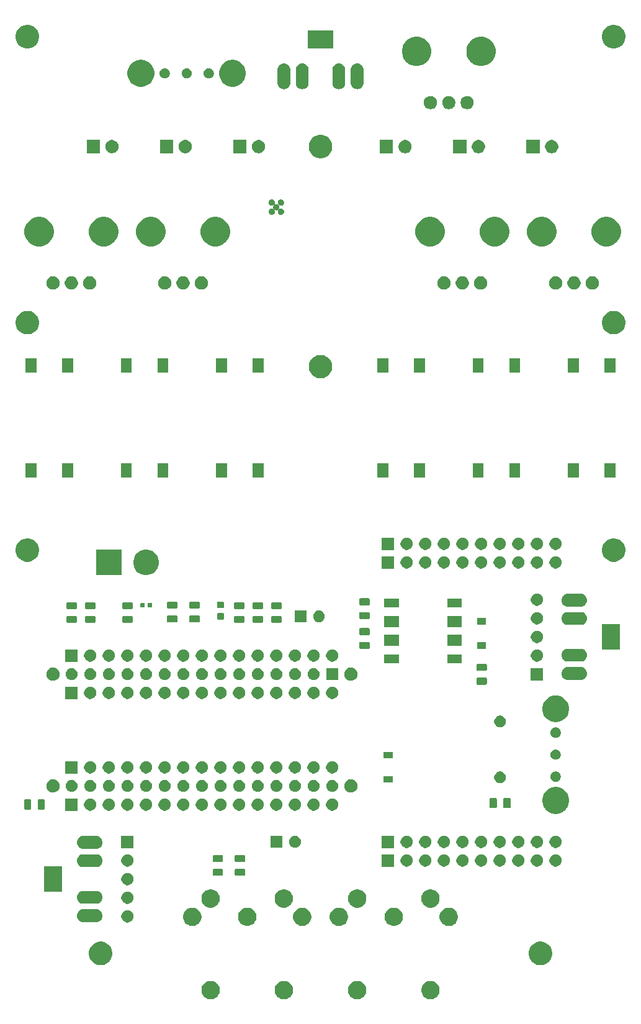
<source format=gbr>
G04 #@! TF.GenerationSoftware,KiCad,Pcbnew,(5.1.5)-3*
G04 #@! TF.CreationDate,2021-09-02T10:53:32+01:00*
G04 #@! TF.ProjectId,drumkid,6472756d-6b69-4642-9e6b-696361645f70,rev?*
G04 #@! TF.SameCoordinates,Original*
G04 #@! TF.FileFunction,Soldermask,Bot*
G04 #@! TF.FilePolarity,Negative*
%FSLAX46Y46*%
G04 Gerber Fmt 4.6, Leading zero omitted, Abs format (unit mm)*
G04 Created by KiCad (PCBNEW (5.1.5)-3) date 2021-09-02 10:53:32*
%MOMM*%
%LPD*%
G04 APERTURE LIST*
%ADD10C,0.010000*%
%ADD11C,0.100000*%
G04 APERTURE END LIST*
D10*
G36*
X93299652Y-58454081D02*
G01*
X93201462Y-58464141D01*
X93115160Y-58492141D01*
X93041552Y-58537703D01*
X92981449Y-58600447D01*
X92978474Y-58604497D01*
X92940521Y-58674276D01*
X92918682Y-58753166D01*
X92912538Y-58836611D01*
X92921671Y-58920058D01*
X92945665Y-58998952D01*
X92984100Y-59068739D01*
X93025329Y-59115280D01*
X93098223Y-59166761D01*
X93181631Y-59201032D01*
X93271268Y-59217276D01*
X93362848Y-59214678D01*
X93444548Y-59195147D01*
X93530575Y-59155189D01*
X93598904Y-59102067D01*
X93649299Y-59036145D01*
X93681524Y-58957782D01*
X93695343Y-58867340D01*
X93694949Y-58811455D01*
X93679881Y-58720708D01*
X93645878Y-58641317D01*
X93593005Y-58573373D01*
X93521326Y-58516969D01*
X93467521Y-58487857D01*
X93426877Y-58470114D01*
X93393097Y-58459780D01*
X93357077Y-58455022D01*
X93309714Y-58454010D01*
X93299652Y-58454081D01*
G37*
X93299652Y-58454081D02*
X93201462Y-58464141D01*
X93115160Y-58492141D01*
X93041552Y-58537703D01*
X92981449Y-58600447D01*
X92978474Y-58604497D01*
X92940521Y-58674276D01*
X92918682Y-58753166D01*
X92912538Y-58836611D01*
X92921671Y-58920058D01*
X92945665Y-58998952D01*
X92984100Y-59068739D01*
X93025329Y-59115280D01*
X93098223Y-59166761D01*
X93181631Y-59201032D01*
X93271268Y-59217276D01*
X93362848Y-59214678D01*
X93444548Y-59195147D01*
X93530575Y-59155189D01*
X93598904Y-59102067D01*
X93649299Y-59036145D01*
X93681524Y-58957782D01*
X93695343Y-58867340D01*
X93694949Y-58811455D01*
X93679881Y-58720708D01*
X93645878Y-58641317D01*
X93593005Y-58573373D01*
X93521326Y-58516969D01*
X93467521Y-58487857D01*
X93426877Y-58470114D01*
X93393097Y-58459780D01*
X93357077Y-58455022D01*
X93309714Y-58454010D01*
X93299652Y-58454081D01*
G36*
X94488812Y-57216152D02*
G01*
X94450600Y-57218908D01*
X94420357Y-57225085D01*
X94391031Y-57235982D01*
X94365489Y-57247985D01*
X94287069Y-57295768D01*
X94227819Y-57353383D01*
X94186846Y-57422294D01*
X94163256Y-57503966D01*
X94156140Y-57591000D01*
X94160660Y-57672577D01*
X94176560Y-57739785D01*
X94206015Y-57798332D01*
X94251197Y-57853926D01*
X94259523Y-57862421D01*
X94331509Y-57919302D01*
X94413793Y-57957382D01*
X94504003Y-57975948D01*
X94599768Y-57974291D01*
X94622003Y-57971030D01*
X94699880Y-57949201D01*
X94772430Y-57912802D01*
X94834922Y-57865095D01*
X94882626Y-57809343D01*
X94899284Y-57779829D01*
X94926266Y-57700373D01*
X94937594Y-57614388D01*
X94933266Y-57528289D01*
X94913283Y-57448493D01*
X94899327Y-57416631D01*
X94865223Y-57366698D01*
X94815943Y-57316600D01*
X94757617Y-57271983D01*
X94715762Y-57247577D01*
X94683942Y-57232528D01*
X94656019Y-57223072D01*
X94625097Y-57217938D01*
X94584280Y-57215851D01*
X94542043Y-57215521D01*
X94488812Y-57216152D01*
G37*
X94488812Y-57216152D02*
X94450600Y-57218908D01*
X94420357Y-57225085D01*
X94391031Y-57235982D01*
X94365489Y-57247985D01*
X94287069Y-57295768D01*
X94227819Y-57353383D01*
X94186846Y-57422294D01*
X94163256Y-57503966D01*
X94156140Y-57591000D01*
X94160660Y-57672577D01*
X94176560Y-57739785D01*
X94206015Y-57798332D01*
X94251197Y-57853926D01*
X94259523Y-57862421D01*
X94331509Y-57919302D01*
X94413793Y-57957382D01*
X94504003Y-57975948D01*
X94599768Y-57974291D01*
X94622003Y-57971030D01*
X94699880Y-57949201D01*
X94772430Y-57912802D01*
X94834922Y-57865095D01*
X94882626Y-57809343D01*
X94899284Y-57779829D01*
X94926266Y-57700373D01*
X94937594Y-57614388D01*
X94933266Y-57528289D01*
X94913283Y-57448493D01*
X94899327Y-57416631D01*
X94865223Y-57366698D01*
X94815943Y-57316600D01*
X94757617Y-57271983D01*
X94715762Y-57247577D01*
X94683942Y-57232528D01*
X94656019Y-57223072D01*
X94625097Y-57217938D01*
X94584280Y-57215851D01*
X94542043Y-57215521D01*
X94488812Y-57216152D01*
G36*
X93246619Y-57216343D02*
G01*
X93207834Y-57219766D01*
X93175490Y-57227226D01*
X93141778Y-57240160D01*
X93125259Y-57247605D01*
X93054349Y-57290460D01*
X92994428Y-57346757D01*
X92949640Y-57412020D01*
X92930265Y-57458204D01*
X92916933Y-57523445D01*
X92913384Y-57597017D01*
X92919209Y-57670822D01*
X92933996Y-57736763D01*
X92945925Y-57767002D01*
X92992869Y-57839287D01*
X93056270Y-57898428D01*
X93133628Y-57942613D01*
X93222443Y-57970031D01*
X93227581Y-57971012D01*
X93267398Y-57977959D01*
X93296333Y-57980925D01*
X93323818Y-57979936D01*
X93359285Y-57975021D01*
X93380816Y-57971459D01*
X93464566Y-57947374D01*
X93541076Y-57905987D01*
X93606153Y-57850320D01*
X93655605Y-57783395D01*
X93664085Y-57767229D01*
X93677003Y-57737309D01*
X93685074Y-57707573D01*
X93689396Y-57671327D01*
X93691071Y-57621876D01*
X93691227Y-57602043D01*
X93690806Y-57548630D01*
X93688201Y-57510377D01*
X93682209Y-57480378D01*
X93671625Y-57451727D01*
X93661100Y-57429306D01*
X93615358Y-57359435D01*
X93552683Y-57298174D01*
X93477851Y-57250066D01*
X93467238Y-57244901D01*
X93433222Y-57230423D01*
X93401845Y-57221588D01*
X93365600Y-57217079D01*
X93316975Y-57215581D01*
X93299652Y-57215521D01*
X93246619Y-57216343D01*
G37*
X93246619Y-57216343D02*
X93207834Y-57219766D01*
X93175490Y-57227226D01*
X93141778Y-57240160D01*
X93125259Y-57247605D01*
X93054349Y-57290460D01*
X92994428Y-57346757D01*
X92949640Y-57412020D01*
X92930265Y-57458204D01*
X92916933Y-57523445D01*
X92913384Y-57597017D01*
X92919209Y-57670822D01*
X92933996Y-57736763D01*
X92945925Y-57767002D01*
X92992869Y-57839287D01*
X93056270Y-57898428D01*
X93133628Y-57942613D01*
X93222443Y-57970031D01*
X93227581Y-57971012D01*
X93267398Y-57977959D01*
X93296333Y-57980925D01*
X93323818Y-57979936D01*
X93359285Y-57975021D01*
X93380816Y-57971459D01*
X93464566Y-57947374D01*
X93541076Y-57905987D01*
X93606153Y-57850320D01*
X93655605Y-57783395D01*
X93664085Y-57767229D01*
X93677003Y-57737309D01*
X93685074Y-57707573D01*
X93689396Y-57671327D01*
X93691071Y-57621876D01*
X93691227Y-57602043D01*
X93690806Y-57548630D01*
X93688201Y-57510377D01*
X93682209Y-57480378D01*
X93671625Y-57451727D01*
X93661100Y-57429306D01*
X93615358Y-57359435D01*
X93552683Y-57298174D01*
X93477851Y-57250066D01*
X93467238Y-57244901D01*
X93433222Y-57230423D01*
X93401845Y-57221588D01*
X93365600Y-57217079D01*
X93316975Y-57215581D01*
X93299652Y-57215521D01*
X93246619Y-57216343D01*
G36*
X94435482Y-58464478D02*
G01*
X94352062Y-58496439D01*
X94275490Y-58547297D01*
X94250422Y-58570039D01*
X94202335Y-58631186D01*
X94171585Y-58703804D01*
X94157561Y-58789537D01*
X94156493Y-58822347D01*
X94157942Y-58872365D01*
X94162092Y-58919831D01*
X94168114Y-58955890D01*
X94169497Y-58961044D01*
X94202691Y-59035580D01*
X94253012Y-59099628D01*
X94317373Y-59151604D01*
X94392688Y-59189918D01*
X94475868Y-59212985D01*
X94563828Y-59219218D01*
X94649762Y-59207923D01*
X94725029Y-59180698D01*
X94794565Y-59137721D01*
X94853909Y-59082846D01*
X94898600Y-59019928D01*
X94917725Y-58976400D01*
X94932940Y-58906416D01*
X94937078Y-58828014D01*
X94930114Y-58751337D01*
X94918415Y-58703502D01*
X94891309Y-58647334D01*
X94848379Y-58589971D01*
X94844147Y-58585274D01*
X94774124Y-58523973D01*
X94695070Y-58481162D01*
X94610162Y-58456921D01*
X94522574Y-58451333D01*
X94435482Y-58464478D01*
G37*
X94435482Y-58464478D02*
X94352062Y-58496439D01*
X94275490Y-58547297D01*
X94250422Y-58570039D01*
X94202335Y-58631186D01*
X94171585Y-58703804D01*
X94157561Y-58789537D01*
X94156493Y-58822347D01*
X94157942Y-58872365D01*
X94162092Y-58919831D01*
X94168114Y-58955890D01*
X94169497Y-58961044D01*
X94202691Y-59035580D01*
X94253012Y-59099628D01*
X94317373Y-59151604D01*
X94392688Y-59189918D01*
X94475868Y-59212985D01*
X94563828Y-59219218D01*
X94649762Y-59207923D01*
X94725029Y-59180698D01*
X94794565Y-59137721D01*
X94853909Y-59082846D01*
X94898600Y-59019928D01*
X94917725Y-58976400D01*
X94932940Y-58906416D01*
X94937078Y-58828014D01*
X94930114Y-58751337D01*
X94918415Y-58703502D01*
X94891309Y-58647334D01*
X94848379Y-58589971D01*
X94844147Y-58585274D01*
X94774124Y-58523973D01*
X94695070Y-58481162D01*
X94610162Y-58456921D01*
X94522574Y-58451333D01*
X94435482Y-58464478D01*
G36*
X93829731Y-57841204D02*
G01*
X93800727Y-57849018D01*
X93712610Y-57886132D01*
X93641541Y-57937157D01*
X93587924Y-58001485D01*
X93552161Y-58078504D01*
X93534658Y-58167608D01*
X93534315Y-58250696D01*
X93550899Y-58338643D01*
X93586214Y-58418042D01*
X93638204Y-58486130D01*
X93704812Y-58540145D01*
X93775201Y-58574315D01*
X93830989Y-58588138D01*
X93897593Y-58595687D01*
X93964459Y-58596272D01*
X94016927Y-58590111D01*
X94101646Y-58562182D01*
X94176286Y-58517380D01*
X94237718Y-58458275D01*
X94282815Y-58387436D01*
X94293122Y-58363146D01*
X94310250Y-58295077D01*
X94315666Y-58218729D01*
X94309691Y-58142002D01*
X94292651Y-58072795D01*
X94280011Y-58043339D01*
X94230602Y-57970396D01*
X94166379Y-57911306D01*
X94090763Y-57867457D01*
X94007170Y-57840232D01*
X93919020Y-57831019D01*
X93829731Y-57841204D01*
G37*
X93829731Y-57841204D02*
X93800727Y-57849018D01*
X93712610Y-57886132D01*
X93641541Y-57937157D01*
X93587924Y-58001485D01*
X93552161Y-58078504D01*
X93534658Y-58167608D01*
X93534315Y-58250696D01*
X93550899Y-58338643D01*
X93586214Y-58418042D01*
X93638204Y-58486130D01*
X93704812Y-58540145D01*
X93775201Y-58574315D01*
X93830989Y-58588138D01*
X93897593Y-58595687D01*
X93964459Y-58596272D01*
X94016927Y-58590111D01*
X94101646Y-58562182D01*
X94176286Y-58517380D01*
X94237718Y-58458275D01*
X94282815Y-58387436D01*
X94293122Y-58363146D01*
X94310250Y-58295077D01*
X94315666Y-58218729D01*
X94309691Y-58142002D01*
X94292651Y-58072795D01*
X94280011Y-58043339D01*
X94230602Y-57970396D01*
X94166379Y-57911306D01*
X94090763Y-57867457D01*
X94007170Y-57840232D01*
X93919020Y-57831019D01*
X93829731Y-57841204D01*
D11*
G36*
X95364518Y-163798344D02*
G01*
X95591946Y-163892548D01*
X95796625Y-164029310D01*
X95970690Y-164203375D01*
X96107452Y-164408054D01*
X96201656Y-164635482D01*
X96249680Y-164876917D01*
X96249680Y-165123083D01*
X96201656Y-165364518D01*
X96107452Y-165591946D01*
X95970690Y-165796625D01*
X95796625Y-165970690D01*
X95591946Y-166107452D01*
X95364518Y-166201656D01*
X95123083Y-166249680D01*
X94876917Y-166249680D01*
X94635482Y-166201656D01*
X94408054Y-166107452D01*
X94203375Y-165970690D01*
X94029310Y-165796625D01*
X93892548Y-165591946D01*
X93798344Y-165364518D01*
X93750320Y-165123083D01*
X93750320Y-164876917D01*
X93798344Y-164635482D01*
X93892548Y-164408054D01*
X94029310Y-164203375D01*
X94203375Y-164029310D01*
X94408054Y-163892548D01*
X94635482Y-163798344D01*
X94876917Y-163750320D01*
X95123083Y-163750320D01*
X95364518Y-163798344D01*
G37*
G36*
X105364518Y-163798344D02*
G01*
X105591946Y-163892548D01*
X105796625Y-164029310D01*
X105970690Y-164203375D01*
X106107452Y-164408054D01*
X106201656Y-164635482D01*
X106249680Y-164876917D01*
X106249680Y-165123083D01*
X106201656Y-165364518D01*
X106107452Y-165591946D01*
X105970690Y-165796625D01*
X105796625Y-165970690D01*
X105591946Y-166107452D01*
X105364518Y-166201656D01*
X105123083Y-166249680D01*
X104876917Y-166249680D01*
X104635482Y-166201656D01*
X104408054Y-166107452D01*
X104203375Y-165970690D01*
X104029310Y-165796625D01*
X103892548Y-165591946D01*
X103798344Y-165364518D01*
X103750320Y-165123083D01*
X103750320Y-164876917D01*
X103798344Y-164635482D01*
X103892548Y-164408054D01*
X104029310Y-164203375D01*
X104203375Y-164029310D01*
X104408054Y-163892548D01*
X104635482Y-163798344D01*
X104876917Y-163750320D01*
X105123083Y-163750320D01*
X105364518Y-163798344D01*
G37*
G36*
X115367038Y-163798344D02*
G01*
X115594466Y-163892548D01*
X115799145Y-164029310D01*
X115973210Y-164203375D01*
X116109972Y-164408054D01*
X116204176Y-164635482D01*
X116252200Y-164876917D01*
X116252200Y-165123083D01*
X116204176Y-165364518D01*
X116109972Y-165591946D01*
X115973210Y-165796625D01*
X115799145Y-165970690D01*
X115594466Y-166107452D01*
X115367038Y-166201656D01*
X115125603Y-166249680D01*
X114879437Y-166249680D01*
X114638002Y-166201656D01*
X114410574Y-166107452D01*
X114205895Y-165970690D01*
X114031830Y-165796625D01*
X113895068Y-165591946D01*
X113800864Y-165364518D01*
X113752840Y-165123083D01*
X113752840Y-164876917D01*
X113800864Y-164635482D01*
X113895068Y-164408054D01*
X114031830Y-164203375D01*
X114205895Y-164029310D01*
X114410574Y-163892548D01*
X114638002Y-163798344D01*
X114879437Y-163750320D01*
X115125603Y-163750320D01*
X115367038Y-163798344D01*
G37*
G36*
X85361998Y-163798344D02*
G01*
X85589426Y-163892548D01*
X85794105Y-164029310D01*
X85968170Y-164203375D01*
X86104932Y-164408054D01*
X86199136Y-164635482D01*
X86247160Y-164876917D01*
X86247160Y-165123083D01*
X86199136Y-165364518D01*
X86104932Y-165591946D01*
X85968170Y-165796625D01*
X85794105Y-165970690D01*
X85589426Y-166107452D01*
X85361998Y-166201656D01*
X85120563Y-166249680D01*
X84874397Y-166249680D01*
X84632962Y-166201656D01*
X84405534Y-166107452D01*
X84200855Y-165970690D01*
X84026790Y-165796625D01*
X83890028Y-165591946D01*
X83795824Y-165364518D01*
X83747800Y-165123083D01*
X83747800Y-164876917D01*
X83795824Y-164635482D01*
X83890028Y-164408054D01*
X84026790Y-164203375D01*
X84200855Y-164029310D01*
X84405534Y-163892548D01*
X84632962Y-163798344D01*
X84874397Y-163750320D01*
X85120563Y-163750320D01*
X85361998Y-163798344D01*
G37*
G36*
X130466703Y-158461486D02*
G01*
X130757883Y-158582097D01*
X131019940Y-158757198D01*
X131242802Y-158980060D01*
X131417903Y-159242117D01*
X131538514Y-159533297D01*
X131600000Y-159842412D01*
X131600000Y-160157588D01*
X131538514Y-160466703D01*
X131417903Y-160757883D01*
X131242802Y-161019940D01*
X131019940Y-161242802D01*
X130757883Y-161417903D01*
X130466703Y-161538514D01*
X130157588Y-161600000D01*
X129842412Y-161600000D01*
X129533297Y-161538514D01*
X129242117Y-161417903D01*
X128980060Y-161242802D01*
X128757198Y-161019940D01*
X128582097Y-160757883D01*
X128461486Y-160466703D01*
X128400000Y-160157588D01*
X128400000Y-159842412D01*
X128461486Y-159533297D01*
X128582097Y-159242117D01*
X128757198Y-158980060D01*
X128980060Y-158757198D01*
X129242117Y-158582097D01*
X129533297Y-158461486D01*
X129842412Y-158400000D01*
X130157588Y-158400000D01*
X130466703Y-158461486D01*
G37*
G36*
X70466703Y-158461486D02*
G01*
X70757883Y-158582097D01*
X71019940Y-158757198D01*
X71242802Y-158980060D01*
X71417903Y-159242117D01*
X71538514Y-159533297D01*
X71600000Y-159842412D01*
X71600000Y-160157588D01*
X71538514Y-160466703D01*
X71417903Y-160757883D01*
X71242802Y-161019940D01*
X71019940Y-161242802D01*
X70757883Y-161417903D01*
X70466703Y-161538514D01*
X70157588Y-161600000D01*
X69842412Y-161600000D01*
X69533297Y-161538514D01*
X69242117Y-161417903D01*
X68980060Y-161242802D01*
X68757198Y-161019940D01*
X68582097Y-160757883D01*
X68461486Y-160466703D01*
X68400000Y-160157588D01*
X68400000Y-159842412D01*
X68461486Y-159533297D01*
X68582097Y-159242117D01*
X68757198Y-158980060D01*
X68980060Y-158757198D01*
X69242117Y-158582097D01*
X69533297Y-158461486D01*
X69842412Y-158400000D01*
X70157588Y-158400000D01*
X70466703Y-158461486D01*
G37*
G36*
X117863858Y-153803444D02*
G01*
X118091286Y-153897648D01*
X118295965Y-154034410D01*
X118470030Y-154208475D01*
X118606792Y-154413154D01*
X118700996Y-154640582D01*
X118749020Y-154882017D01*
X118749020Y-155128183D01*
X118700996Y-155369618D01*
X118606792Y-155597046D01*
X118470030Y-155801725D01*
X118295965Y-155975790D01*
X118091286Y-156112552D01*
X117863858Y-156206756D01*
X117622423Y-156254780D01*
X117376257Y-156254780D01*
X117134822Y-156206756D01*
X116907394Y-156112552D01*
X116702715Y-155975790D01*
X116528650Y-155801725D01*
X116391888Y-155597046D01*
X116297684Y-155369618D01*
X116249660Y-155128183D01*
X116249660Y-154882017D01*
X116297684Y-154640582D01*
X116391888Y-154413154D01*
X116528650Y-154208475D01*
X116702715Y-154034410D01*
X116907394Y-153897648D01*
X117134822Y-153803444D01*
X117376257Y-153755420D01*
X117622423Y-153755420D01*
X117863858Y-153803444D01*
G37*
G36*
X97861338Y-153803444D02*
G01*
X98088766Y-153897648D01*
X98293445Y-154034410D01*
X98467510Y-154208475D01*
X98604272Y-154413154D01*
X98698476Y-154640582D01*
X98746500Y-154882017D01*
X98746500Y-155128183D01*
X98698476Y-155369618D01*
X98604272Y-155597046D01*
X98467510Y-155801725D01*
X98293445Y-155975790D01*
X98088766Y-156112552D01*
X97861338Y-156206756D01*
X97619903Y-156254780D01*
X97373737Y-156254780D01*
X97132302Y-156206756D01*
X96904874Y-156112552D01*
X96700195Y-155975790D01*
X96526130Y-155801725D01*
X96389368Y-155597046D01*
X96295164Y-155369618D01*
X96247140Y-155128183D01*
X96247140Y-154882017D01*
X96295164Y-154640582D01*
X96389368Y-154413154D01*
X96526130Y-154208475D01*
X96700195Y-154034410D01*
X96904874Y-153897648D01*
X97132302Y-153803444D01*
X97373737Y-153755420D01*
X97619903Y-153755420D01*
X97861338Y-153803444D01*
G37*
G36*
X82865178Y-153803444D02*
G01*
X83092606Y-153897648D01*
X83297285Y-154034410D01*
X83471350Y-154208475D01*
X83608112Y-154413154D01*
X83702316Y-154640582D01*
X83750340Y-154882017D01*
X83750340Y-155128183D01*
X83702316Y-155369618D01*
X83608112Y-155597046D01*
X83471350Y-155801725D01*
X83297285Y-155975790D01*
X83092606Y-156112552D01*
X82865178Y-156206756D01*
X82623743Y-156254780D01*
X82377577Y-156254780D01*
X82136142Y-156206756D01*
X81908714Y-156112552D01*
X81704035Y-155975790D01*
X81529970Y-155801725D01*
X81393208Y-155597046D01*
X81299004Y-155369618D01*
X81250980Y-155128183D01*
X81250980Y-154882017D01*
X81299004Y-154640582D01*
X81393208Y-154413154D01*
X81529970Y-154208475D01*
X81704035Y-154034410D01*
X81908714Y-153897648D01*
X82136142Y-153803444D01*
X82377577Y-153755420D01*
X82623743Y-153755420D01*
X82865178Y-153803444D01*
G37*
G36*
X102867698Y-153803444D02*
G01*
X103095126Y-153897648D01*
X103299805Y-154034410D01*
X103473870Y-154208475D01*
X103610632Y-154413154D01*
X103704836Y-154640582D01*
X103752860Y-154882017D01*
X103752860Y-155128183D01*
X103704836Y-155369618D01*
X103610632Y-155597046D01*
X103473870Y-155801725D01*
X103299805Y-155975790D01*
X103095126Y-156112552D01*
X102867698Y-156206756D01*
X102626263Y-156254780D01*
X102380097Y-156254780D01*
X102138662Y-156206756D01*
X101911234Y-156112552D01*
X101706555Y-155975790D01*
X101532490Y-155801725D01*
X101395728Y-155597046D01*
X101301524Y-155369618D01*
X101253500Y-155128183D01*
X101253500Y-154882017D01*
X101301524Y-154640582D01*
X101395728Y-154413154D01*
X101532490Y-154208475D01*
X101706555Y-154034410D01*
X101911234Y-153897648D01*
X102138662Y-153803444D01*
X102380097Y-153755420D01*
X102626263Y-153755420D01*
X102867698Y-153803444D01*
G37*
G36*
X110365778Y-153800904D02*
G01*
X110593206Y-153895108D01*
X110797885Y-154031870D01*
X110971950Y-154205935D01*
X111108712Y-154410614D01*
X111202916Y-154638042D01*
X111250940Y-154879477D01*
X111250940Y-155125643D01*
X111202916Y-155367078D01*
X111108712Y-155594506D01*
X110971950Y-155799185D01*
X110797885Y-155973250D01*
X110593206Y-156110012D01*
X110365778Y-156204216D01*
X110124343Y-156252240D01*
X109878177Y-156252240D01*
X109636742Y-156204216D01*
X109409314Y-156110012D01*
X109204635Y-155973250D01*
X109030570Y-155799185D01*
X108893808Y-155594506D01*
X108799604Y-155367078D01*
X108751580Y-155125643D01*
X108751580Y-154879477D01*
X108799604Y-154638042D01*
X108893808Y-154410614D01*
X109030570Y-154205935D01*
X109204635Y-154031870D01*
X109409314Y-153895108D01*
X109636742Y-153800904D01*
X109878177Y-153752880D01*
X110124343Y-153752880D01*
X110365778Y-153800904D01*
G37*
G36*
X90363258Y-153800904D02*
G01*
X90590686Y-153895108D01*
X90795365Y-154031870D01*
X90969430Y-154205935D01*
X91106192Y-154410614D01*
X91200396Y-154638042D01*
X91248420Y-154879477D01*
X91248420Y-155125643D01*
X91200396Y-155367078D01*
X91106192Y-155594506D01*
X90969430Y-155799185D01*
X90795365Y-155973250D01*
X90590686Y-156110012D01*
X90363258Y-156204216D01*
X90121823Y-156252240D01*
X89875657Y-156252240D01*
X89634222Y-156204216D01*
X89406794Y-156110012D01*
X89202115Y-155973250D01*
X89028050Y-155799185D01*
X88891288Y-155594506D01*
X88797084Y-155367078D01*
X88749060Y-155125643D01*
X88749060Y-154879477D01*
X88797084Y-154638042D01*
X88891288Y-154410614D01*
X89028050Y-154205935D01*
X89202115Y-154031870D01*
X89406794Y-153895108D01*
X89634222Y-153800904D01*
X89875657Y-153752880D01*
X90121823Y-153752880D01*
X90363258Y-153800904D01*
G37*
G36*
X73907935Y-154122664D02*
G01*
X74062624Y-154186739D01*
X74062626Y-154186740D01*
X74201844Y-154279762D01*
X74320238Y-154398156D01*
X74404011Y-154523532D01*
X74413261Y-154537376D01*
X74477336Y-154692065D01*
X74510000Y-154856281D01*
X74510000Y-155023719D01*
X74477336Y-155187935D01*
X74413261Y-155342624D01*
X74413260Y-155342626D01*
X74320238Y-155481844D01*
X74201844Y-155600238D01*
X74062626Y-155693260D01*
X74062625Y-155693261D01*
X74062624Y-155693261D01*
X73907935Y-155757336D01*
X73743719Y-155790000D01*
X73576281Y-155790000D01*
X73412065Y-155757336D01*
X73257376Y-155693261D01*
X73257375Y-155693261D01*
X73257374Y-155693260D01*
X73118156Y-155600238D01*
X72999762Y-155481844D01*
X72906740Y-155342626D01*
X72906739Y-155342624D01*
X72842664Y-155187935D01*
X72810000Y-155023719D01*
X72810000Y-154856281D01*
X72842664Y-154692065D01*
X72906739Y-154537376D01*
X72915989Y-154523532D01*
X72999762Y-154398156D01*
X73118156Y-154279762D01*
X73257374Y-154186740D01*
X73257376Y-154186739D01*
X73412065Y-154122664D01*
X73576281Y-154090000D01*
X73743719Y-154090000D01*
X73907935Y-154122664D01*
G37*
G36*
X69466829Y-153989220D02*
G01*
X69552530Y-153997661D01*
X69717468Y-154047695D01*
X69869476Y-154128944D01*
X70002712Y-154238288D01*
X70112056Y-154371524D01*
X70193305Y-154523532D01*
X70243339Y-154688470D01*
X70260233Y-154860000D01*
X70243339Y-155031530D01*
X70193305Y-155196468D01*
X70112056Y-155348476D01*
X70002712Y-155481712D01*
X69869476Y-155591056D01*
X69717468Y-155672305D01*
X69552530Y-155722339D01*
X69466829Y-155730780D01*
X69423980Y-155735000D01*
X67588020Y-155735000D01*
X67545171Y-155730780D01*
X67459470Y-155722339D01*
X67294532Y-155672305D01*
X67142524Y-155591056D01*
X67009288Y-155481712D01*
X66899944Y-155348476D01*
X66818695Y-155196468D01*
X66768661Y-155031530D01*
X66751767Y-154860000D01*
X66768661Y-154688470D01*
X66818695Y-154523532D01*
X66899944Y-154371524D01*
X67009288Y-154238288D01*
X67142524Y-154128944D01*
X67294532Y-154047695D01*
X67459470Y-153997661D01*
X67545171Y-153989220D01*
X67588020Y-153985000D01*
X69423980Y-153985000D01*
X69466829Y-153989220D01*
G37*
G36*
X95359438Y-151301544D02*
G01*
X95586866Y-151395748D01*
X95791545Y-151532510D01*
X95965610Y-151706575D01*
X96102372Y-151911254D01*
X96196576Y-152138682D01*
X96244600Y-152380117D01*
X96244600Y-152626283D01*
X96196576Y-152867718D01*
X96102372Y-153095146D01*
X95965610Y-153299825D01*
X95791545Y-153473890D01*
X95586866Y-153610652D01*
X95359438Y-153704856D01*
X95118003Y-153752880D01*
X94871837Y-153752880D01*
X94630402Y-153704856D01*
X94402974Y-153610652D01*
X94198295Y-153473890D01*
X94024230Y-153299825D01*
X93887468Y-153095146D01*
X93793264Y-152867718D01*
X93745240Y-152626283D01*
X93745240Y-152380117D01*
X93793264Y-152138682D01*
X93887468Y-151911254D01*
X94024230Y-151706575D01*
X94198295Y-151532510D01*
X94402974Y-151395748D01*
X94630402Y-151301544D01*
X94871837Y-151253520D01*
X95118003Y-151253520D01*
X95359438Y-151301544D01*
G37*
G36*
X85367078Y-151301544D02*
G01*
X85594506Y-151395748D01*
X85799185Y-151532510D01*
X85973250Y-151706575D01*
X86110012Y-151911254D01*
X86204216Y-152138682D01*
X86252240Y-152380117D01*
X86252240Y-152626283D01*
X86204216Y-152867718D01*
X86110012Y-153095146D01*
X85973250Y-153299825D01*
X85799185Y-153473890D01*
X85594506Y-153610652D01*
X85367078Y-153704856D01*
X85125643Y-153752880D01*
X84879477Y-153752880D01*
X84638042Y-153704856D01*
X84410614Y-153610652D01*
X84205935Y-153473890D01*
X84031870Y-153299825D01*
X83895108Y-153095146D01*
X83800904Y-152867718D01*
X83752880Y-152626283D01*
X83752880Y-152380117D01*
X83800904Y-152138682D01*
X83895108Y-151911254D01*
X84031870Y-151706575D01*
X84205935Y-151532510D01*
X84410614Y-151395748D01*
X84638042Y-151301544D01*
X84879477Y-151253520D01*
X85125643Y-151253520D01*
X85367078Y-151301544D01*
G37*
G36*
X105369598Y-151301544D02*
G01*
X105597026Y-151395748D01*
X105801705Y-151532510D01*
X105975770Y-151706575D01*
X106112532Y-151911254D01*
X106206736Y-152138682D01*
X106254760Y-152380117D01*
X106254760Y-152626283D01*
X106206736Y-152867718D01*
X106112532Y-153095146D01*
X105975770Y-153299825D01*
X105801705Y-153473890D01*
X105597026Y-153610652D01*
X105369598Y-153704856D01*
X105128163Y-153752880D01*
X104881997Y-153752880D01*
X104640562Y-153704856D01*
X104413134Y-153610652D01*
X104208455Y-153473890D01*
X104034390Y-153299825D01*
X103897628Y-153095146D01*
X103803424Y-152867718D01*
X103755400Y-152626283D01*
X103755400Y-152380117D01*
X103803424Y-152138682D01*
X103897628Y-151911254D01*
X104034390Y-151706575D01*
X104208455Y-151532510D01*
X104413134Y-151395748D01*
X104640562Y-151301544D01*
X104881997Y-151253520D01*
X105128163Y-151253520D01*
X105369598Y-151301544D01*
G37*
G36*
X115361958Y-151301544D02*
G01*
X115589386Y-151395748D01*
X115794065Y-151532510D01*
X115968130Y-151706575D01*
X116104892Y-151911254D01*
X116199096Y-152138682D01*
X116247120Y-152380117D01*
X116247120Y-152626283D01*
X116199096Y-152867718D01*
X116104892Y-153095146D01*
X115968130Y-153299825D01*
X115794065Y-153473890D01*
X115589386Y-153610652D01*
X115361958Y-153704856D01*
X115120523Y-153752880D01*
X114874357Y-153752880D01*
X114632922Y-153704856D01*
X114405494Y-153610652D01*
X114200815Y-153473890D01*
X114026750Y-153299825D01*
X113889988Y-153095146D01*
X113795784Y-152867718D01*
X113747760Y-152626283D01*
X113747760Y-152380117D01*
X113795784Y-152138682D01*
X113889988Y-151911254D01*
X114026750Y-151706575D01*
X114200815Y-151532510D01*
X114405494Y-151395748D01*
X114632922Y-151301544D01*
X114874357Y-151253520D01*
X115120523Y-151253520D01*
X115361958Y-151301544D01*
G37*
G36*
X73907935Y-151582664D02*
G01*
X74062624Y-151646739D01*
X74062626Y-151646740D01*
X74201844Y-151739762D01*
X74320238Y-151858156D01*
X74413260Y-151997374D01*
X74413261Y-151997376D01*
X74477336Y-152152065D01*
X74510000Y-152316281D01*
X74510000Y-152483719D01*
X74477336Y-152647935D01*
X74413261Y-152802624D01*
X74413260Y-152802626D01*
X74320238Y-152941844D01*
X74201844Y-153060238D01*
X74062626Y-153153260D01*
X74062625Y-153153261D01*
X74062624Y-153153261D01*
X73907935Y-153217336D01*
X73743719Y-153250000D01*
X73576281Y-153250000D01*
X73412065Y-153217336D01*
X73257376Y-153153261D01*
X73257375Y-153153261D01*
X73257374Y-153153260D01*
X73118156Y-153060238D01*
X72999762Y-152941844D01*
X72906740Y-152802626D01*
X72906739Y-152802624D01*
X72842664Y-152647935D01*
X72810000Y-152483719D01*
X72810000Y-152316281D01*
X72842664Y-152152065D01*
X72906739Y-151997376D01*
X72906740Y-151997374D01*
X72999762Y-151858156D01*
X73118156Y-151739762D01*
X73257374Y-151646740D01*
X73257376Y-151646739D01*
X73412065Y-151582664D01*
X73576281Y-151550000D01*
X73743719Y-151550000D01*
X73907935Y-151582664D01*
G37*
G36*
X69466829Y-151489220D02*
G01*
X69552530Y-151497661D01*
X69717468Y-151547695D01*
X69717470Y-151547696D01*
X69768137Y-151574778D01*
X69869476Y-151628944D01*
X70002712Y-151738288D01*
X70112056Y-151871524D01*
X70112058Y-151871528D01*
X70179325Y-151997376D01*
X70193305Y-152023532D01*
X70243339Y-152188470D01*
X70260233Y-152360000D01*
X70243339Y-152531530D01*
X70193305Y-152696468D01*
X70112056Y-152848476D01*
X70002712Y-152981712D01*
X69869476Y-153091056D01*
X69717468Y-153172305D01*
X69552530Y-153222339D01*
X69466829Y-153230780D01*
X69423980Y-153235000D01*
X67588020Y-153235000D01*
X67545171Y-153230780D01*
X67459470Y-153222339D01*
X67294532Y-153172305D01*
X67142524Y-153091056D01*
X67009288Y-152981712D01*
X66899944Y-152848476D01*
X66818695Y-152696468D01*
X66768661Y-152531530D01*
X66751767Y-152360000D01*
X66768661Y-152188470D01*
X66818695Y-152023532D01*
X66832676Y-151997376D01*
X66899942Y-151871528D01*
X66899944Y-151871524D01*
X67009288Y-151738288D01*
X67142524Y-151628944D01*
X67243863Y-151574778D01*
X67294530Y-151547696D01*
X67294532Y-151547695D01*
X67459470Y-151497661D01*
X67545171Y-151489220D01*
X67588020Y-151485000D01*
X69423980Y-151485000D01*
X69466829Y-151489220D01*
G37*
G36*
X64750000Y-151610000D02*
G01*
X62250000Y-151610000D01*
X62250000Y-148110000D01*
X64750000Y-148110000D01*
X64750000Y-151610000D01*
G37*
G36*
X73907935Y-149042664D02*
G01*
X74062624Y-149106739D01*
X74062626Y-149106740D01*
X74201844Y-149199762D01*
X74320238Y-149318156D01*
X74391628Y-149425000D01*
X74413261Y-149457376D01*
X74477336Y-149612065D01*
X74510000Y-149776281D01*
X74510000Y-149943719D01*
X74477336Y-150107935D01*
X74413261Y-150262624D01*
X74413260Y-150262626D01*
X74320238Y-150401844D01*
X74201844Y-150520238D01*
X74062626Y-150613260D01*
X74062625Y-150613261D01*
X74062624Y-150613261D01*
X73907935Y-150677336D01*
X73743719Y-150710000D01*
X73576281Y-150710000D01*
X73412065Y-150677336D01*
X73257376Y-150613261D01*
X73257375Y-150613261D01*
X73257374Y-150613260D01*
X73118156Y-150520238D01*
X72999762Y-150401844D01*
X72906740Y-150262626D01*
X72906739Y-150262624D01*
X72842664Y-150107935D01*
X72810000Y-149943719D01*
X72810000Y-149776281D01*
X72842664Y-149612065D01*
X72906739Y-149457376D01*
X72928372Y-149425000D01*
X72999762Y-149318156D01*
X73118156Y-149199762D01*
X73257374Y-149106740D01*
X73257376Y-149106739D01*
X73412065Y-149042664D01*
X73576281Y-149010000D01*
X73743719Y-149010000D01*
X73907935Y-149042664D01*
G37*
G36*
X86553991Y-148454075D02*
G01*
X86587879Y-148464355D01*
X86619112Y-148481050D01*
X86646486Y-148503514D01*
X86668950Y-148530888D01*
X86685645Y-148562121D01*
X86695925Y-148596009D01*
X86700000Y-148637388D01*
X86700000Y-149237612D01*
X86695925Y-149278991D01*
X86685645Y-149312879D01*
X86668950Y-149344112D01*
X86646486Y-149371486D01*
X86619112Y-149393950D01*
X86587879Y-149410645D01*
X86553991Y-149420925D01*
X86512612Y-149425000D01*
X85487388Y-149425000D01*
X85446009Y-149420925D01*
X85412121Y-149410645D01*
X85380888Y-149393950D01*
X85353514Y-149371486D01*
X85331050Y-149344112D01*
X85314355Y-149312879D01*
X85304075Y-149278991D01*
X85300000Y-149237612D01*
X85300000Y-148637388D01*
X85304075Y-148596009D01*
X85314355Y-148562121D01*
X85331050Y-148530888D01*
X85353514Y-148503514D01*
X85380888Y-148481050D01*
X85412121Y-148464355D01*
X85446009Y-148454075D01*
X85487388Y-148450000D01*
X86512612Y-148450000D01*
X86553991Y-148454075D01*
G37*
G36*
X89553991Y-148454075D02*
G01*
X89587879Y-148464355D01*
X89619112Y-148481050D01*
X89646486Y-148503514D01*
X89668950Y-148530888D01*
X89685645Y-148562121D01*
X89695925Y-148596009D01*
X89700000Y-148637388D01*
X89700000Y-149237612D01*
X89695925Y-149278991D01*
X89685645Y-149312879D01*
X89668950Y-149344112D01*
X89646486Y-149371486D01*
X89619112Y-149393950D01*
X89587879Y-149410645D01*
X89553991Y-149420925D01*
X89512612Y-149425000D01*
X88487388Y-149425000D01*
X88446009Y-149420925D01*
X88412121Y-149410645D01*
X88380888Y-149393950D01*
X88353514Y-149371486D01*
X88331050Y-149344112D01*
X88314355Y-149312879D01*
X88304075Y-149278991D01*
X88300000Y-149237612D01*
X88300000Y-148637388D01*
X88304075Y-148596009D01*
X88314355Y-148562121D01*
X88331050Y-148530888D01*
X88353514Y-148503514D01*
X88380888Y-148481050D01*
X88412121Y-148464355D01*
X88446009Y-148454075D01*
X88487388Y-148450000D01*
X89512612Y-148450000D01*
X89553991Y-148454075D01*
G37*
G36*
X69466829Y-146489220D02*
G01*
X69552530Y-146497661D01*
X69717468Y-146547695D01*
X69869476Y-146628944D01*
X70002712Y-146738288D01*
X70112056Y-146871524D01*
X70193305Y-147023532D01*
X70243339Y-147188470D01*
X70260233Y-147360000D01*
X70243339Y-147531530D01*
X70232295Y-147567936D01*
X70193304Y-147696470D01*
X70179323Y-147722626D01*
X70112056Y-147848476D01*
X70002712Y-147981712D01*
X69869476Y-148091056D01*
X69869472Y-148091058D01*
X69721781Y-148170000D01*
X69717468Y-148172305D01*
X69552530Y-148222339D01*
X69466829Y-148230780D01*
X69423980Y-148235000D01*
X67588020Y-148235000D01*
X67545171Y-148230780D01*
X67459470Y-148222339D01*
X67294532Y-148172305D01*
X67290220Y-148170000D01*
X67142528Y-148091058D01*
X67142524Y-148091056D01*
X67009288Y-147981712D01*
X66899944Y-147848476D01*
X66832677Y-147722626D01*
X66818696Y-147696470D01*
X66779705Y-147567936D01*
X66768661Y-147531530D01*
X66751767Y-147360000D01*
X66768661Y-147188470D01*
X66818695Y-147023532D01*
X66899944Y-146871524D01*
X67009288Y-146738288D01*
X67142524Y-146628944D01*
X67294532Y-146547695D01*
X67459470Y-146497661D01*
X67545171Y-146489220D01*
X67588020Y-146485000D01*
X69423980Y-146485000D01*
X69466829Y-146489220D01*
G37*
G36*
X112007935Y-146502664D02*
G01*
X112162624Y-146566739D01*
X112162626Y-146566740D01*
X112301844Y-146659762D01*
X112420238Y-146778156D01*
X112513260Y-146917374D01*
X112513261Y-146917376D01*
X112577336Y-147072065D01*
X112610000Y-147236281D01*
X112610000Y-147403719D01*
X112577336Y-147567935D01*
X112524095Y-147696468D01*
X112513260Y-147722626D01*
X112420238Y-147861844D01*
X112301844Y-147980238D01*
X112162626Y-148073260D01*
X112162625Y-148073261D01*
X112162624Y-148073261D01*
X112007935Y-148137336D01*
X111843719Y-148170000D01*
X111676281Y-148170000D01*
X111512065Y-148137336D01*
X111357376Y-148073261D01*
X111357375Y-148073261D01*
X111357374Y-148073260D01*
X111218156Y-147980238D01*
X111099762Y-147861844D01*
X111006740Y-147722626D01*
X110995905Y-147696468D01*
X110942664Y-147567935D01*
X110910000Y-147403719D01*
X110910000Y-147236281D01*
X110942664Y-147072065D01*
X111006739Y-146917376D01*
X111006740Y-146917374D01*
X111099762Y-146778156D01*
X111218156Y-146659762D01*
X111357374Y-146566740D01*
X111357376Y-146566739D01*
X111512065Y-146502664D01*
X111676281Y-146470000D01*
X111843719Y-146470000D01*
X112007935Y-146502664D01*
G37*
G36*
X110070000Y-148170000D02*
G01*
X108370000Y-148170000D01*
X108370000Y-146470000D01*
X110070000Y-146470000D01*
X110070000Y-148170000D01*
G37*
G36*
X114547935Y-146502664D02*
G01*
X114702624Y-146566739D01*
X114702626Y-146566740D01*
X114841844Y-146659762D01*
X114960238Y-146778156D01*
X115053260Y-146917374D01*
X115053261Y-146917376D01*
X115117336Y-147072065D01*
X115150000Y-147236281D01*
X115150000Y-147403719D01*
X115117336Y-147567935D01*
X115064095Y-147696468D01*
X115053260Y-147722626D01*
X114960238Y-147861844D01*
X114841844Y-147980238D01*
X114702626Y-148073260D01*
X114702625Y-148073261D01*
X114702624Y-148073261D01*
X114547935Y-148137336D01*
X114383719Y-148170000D01*
X114216281Y-148170000D01*
X114052065Y-148137336D01*
X113897376Y-148073261D01*
X113897375Y-148073261D01*
X113897374Y-148073260D01*
X113758156Y-147980238D01*
X113639762Y-147861844D01*
X113546740Y-147722626D01*
X113535905Y-147696468D01*
X113482664Y-147567935D01*
X113450000Y-147403719D01*
X113450000Y-147236281D01*
X113482664Y-147072065D01*
X113546739Y-146917376D01*
X113546740Y-146917374D01*
X113639762Y-146778156D01*
X113758156Y-146659762D01*
X113897374Y-146566740D01*
X113897376Y-146566739D01*
X114052065Y-146502664D01*
X114216281Y-146470000D01*
X114383719Y-146470000D01*
X114547935Y-146502664D01*
G37*
G36*
X117087935Y-146502664D02*
G01*
X117242624Y-146566739D01*
X117242626Y-146566740D01*
X117381844Y-146659762D01*
X117500238Y-146778156D01*
X117593260Y-146917374D01*
X117593261Y-146917376D01*
X117657336Y-147072065D01*
X117690000Y-147236281D01*
X117690000Y-147403719D01*
X117657336Y-147567935D01*
X117604095Y-147696468D01*
X117593260Y-147722626D01*
X117500238Y-147861844D01*
X117381844Y-147980238D01*
X117242626Y-148073260D01*
X117242625Y-148073261D01*
X117242624Y-148073261D01*
X117087935Y-148137336D01*
X116923719Y-148170000D01*
X116756281Y-148170000D01*
X116592065Y-148137336D01*
X116437376Y-148073261D01*
X116437375Y-148073261D01*
X116437374Y-148073260D01*
X116298156Y-147980238D01*
X116179762Y-147861844D01*
X116086740Y-147722626D01*
X116075905Y-147696468D01*
X116022664Y-147567935D01*
X115990000Y-147403719D01*
X115990000Y-147236281D01*
X116022664Y-147072065D01*
X116086739Y-146917376D01*
X116086740Y-146917374D01*
X116179762Y-146778156D01*
X116298156Y-146659762D01*
X116437374Y-146566740D01*
X116437376Y-146566739D01*
X116592065Y-146502664D01*
X116756281Y-146470000D01*
X116923719Y-146470000D01*
X117087935Y-146502664D01*
G37*
G36*
X119627935Y-146502664D02*
G01*
X119782624Y-146566739D01*
X119782626Y-146566740D01*
X119921844Y-146659762D01*
X120040238Y-146778156D01*
X120133260Y-146917374D01*
X120133261Y-146917376D01*
X120197336Y-147072065D01*
X120230000Y-147236281D01*
X120230000Y-147403719D01*
X120197336Y-147567935D01*
X120144095Y-147696468D01*
X120133260Y-147722626D01*
X120040238Y-147861844D01*
X119921844Y-147980238D01*
X119782626Y-148073260D01*
X119782625Y-148073261D01*
X119782624Y-148073261D01*
X119627935Y-148137336D01*
X119463719Y-148170000D01*
X119296281Y-148170000D01*
X119132065Y-148137336D01*
X118977376Y-148073261D01*
X118977375Y-148073261D01*
X118977374Y-148073260D01*
X118838156Y-147980238D01*
X118719762Y-147861844D01*
X118626740Y-147722626D01*
X118615905Y-147696468D01*
X118562664Y-147567935D01*
X118530000Y-147403719D01*
X118530000Y-147236281D01*
X118562664Y-147072065D01*
X118626739Y-146917376D01*
X118626740Y-146917374D01*
X118719762Y-146778156D01*
X118838156Y-146659762D01*
X118977374Y-146566740D01*
X118977376Y-146566739D01*
X119132065Y-146502664D01*
X119296281Y-146470000D01*
X119463719Y-146470000D01*
X119627935Y-146502664D01*
G37*
G36*
X73907935Y-146502664D02*
G01*
X74062624Y-146566739D01*
X74062626Y-146566740D01*
X74201844Y-146659762D01*
X74320238Y-146778156D01*
X74413260Y-146917374D01*
X74413261Y-146917376D01*
X74477336Y-147072065D01*
X74510000Y-147236281D01*
X74510000Y-147403719D01*
X74477336Y-147567935D01*
X74424095Y-147696468D01*
X74413260Y-147722626D01*
X74320238Y-147861844D01*
X74201844Y-147980238D01*
X74062626Y-148073260D01*
X74062625Y-148073261D01*
X74062624Y-148073261D01*
X73907935Y-148137336D01*
X73743719Y-148170000D01*
X73576281Y-148170000D01*
X73412065Y-148137336D01*
X73257376Y-148073261D01*
X73257375Y-148073261D01*
X73257374Y-148073260D01*
X73118156Y-147980238D01*
X72999762Y-147861844D01*
X72906740Y-147722626D01*
X72895905Y-147696468D01*
X72842664Y-147567935D01*
X72810000Y-147403719D01*
X72810000Y-147236281D01*
X72842664Y-147072065D01*
X72906739Y-146917376D01*
X72906740Y-146917374D01*
X72999762Y-146778156D01*
X73118156Y-146659762D01*
X73257374Y-146566740D01*
X73257376Y-146566739D01*
X73412065Y-146502664D01*
X73576281Y-146470000D01*
X73743719Y-146470000D01*
X73907935Y-146502664D01*
G37*
G36*
X122167935Y-146502664D02*
G01*
X122322624Y-146566739D01*
X122322626Y-146566740D01*
X122461844Y-146659762D01*
X122580238Y-146778156D01*
X122673260Y-146917374D01*
X122673261Y-146917376D01*
X122737336Y-147072065D01*
X122770000Y-147236281D01*
X122770000Y-147403719D01*
X122737336Y-147567935D01*
X122684095Y-147696468D01*
X122673260Y-147722626D01*
X122580238Y-147861844D01*
X122461844Y-147980238D01*
X122322626Y-148073260D01*
X122322625Y-148073261D01*
X122322624Y-148073261D01*
X122167935Y-148137336D01*
X122003719Y-148170000D01*
X121836281Y-148170000D01*
X121672065Y-148137336D01*
X121517376Y-148073261D01*
X121517375Y-148073261D01*
X121517374Y-148073260D01*
X121378156Y-147980238D01*
X121259762Y-147861844D01*
X121166740Y-147722626D01*
X121155905Y-147696468D01*
X121102664Y-147567935D01*
X121070000Y-147403719D01*
X121070000Y-147236281D01*
X121102664Y-147072065D01*
X121166739Y-146917376D01*
X121166740Y-146917374D01*
X121259762Y-146778156D01*
X121378156Y-146659762D01*
X121517374Y-146566740D01*
X121517376Y-146566739D01*
X121672065Y-146502664D01*
X121836281Y-146470000D01*
X122003719Y-146470000D01*
X122167935Y-146502664D01*
G37*
G36*
X124707935Y-146502664D02*
G01*
X124862624Y-146566739D01*
X124862626Y-146566740D01*
X125001844Y-146659762D01*
X125120238Y-146778156D01*
X125213260Y-146917374D01*
X125213261Y-146917376D01*
X125277336Y-147072065D01*
X125310000Y-147236281D01*
X125310000Y-147403719D01*
X125277336Y-147567935D01*
X125224095Y-147696468D01*
X125213260Y-147722626D01*
X125120238Y-147861844D01*
X125001844Y-147980238D01*
X124862626Y-148073260D01*
X124862625Y-148073261D01*
X124862624Y-148073261D01*
X124707935Y-148137336D01*
X124543719Y-148170000D01*
X124376281Y-148170000D01*
X124212065Y-148137336D01*
X124057376Y-148073261D01*
X124057375Y-148073261D01*
X124057374Y-148073260D01*
X123918156Y-147980238D01*
X123799762Y-147861844D01*
X123706740Y-147722626D01*
X123695905Y-147696468D01*
X123642664Y-147567935D01*
X123610000Y-147403719D01*
X123610000Y-147236281D01*
X123642664Y-147072065D01*
X123706739Y-146917376D01*
X123706740Y-146917374D01*
X123799762Y-146778156D01*
X123918156Y-146659762D01*
X124057374Y-146566740D01*
X124057376Y-146566739D01*
X124212065Y-146502664D01*
X124376281Y-146470000D01*
X124543719Y-146470000D01*
X124707935Y-146502664D01*
G37*
G36*
X127247935Y-146502664D02*
G01*
X127402624Y-146566739D01*
X127402626Y-146566740D01*
X127541844Y-146659762D01*
X127660238Y-146778156D01*
X127753260Y-146917374D01*
X127753261Y-146917376D01*
X127817336Y-147072065D01*
X127850000Y-147236281D01*
X127850000Y-147403719D01*
X127817336Y-147567935D01*
X127764095Y-147696468D01*
X127753260Y-147722626D01*
X127660238Y-147861844D01*
X127541844Y-147980238D01*
X127402626Y-148073260D01*
X127402625Y-148073261D01*
X127402624Y-148073261D01*
X127247935Y-148137336D01*
X127083719Y-148170000D01*
X126916281Y-148170000D01*
X126752065Y-148137336D01*
X126597376Y-148073261D01*
X126597375Y-148073261D01*
X126597374Y-148073260D01*
X126458156Y-147980238D01*
X126339762Y-147861844D01*
X126246740Y-147722626D01*
X126235905Y-147696468D01*
X126182664Y-147567935D01*
X126150000Y-147403719D01*
X126150000Y-147236281D01*
X126182664Y-147072065D01*
X126246739Y-146917376D01*
X126246740Y-146917374D01*
X126339762Y-146778156D01*
X126458156Y-146659762D01*
X126597374Y-146566740D01*
X126597376Y-146566739D01*
X126752065Y-146502664D01*
X126916281Y-146470000D01*
X127083719Y-146470000D01*
X127247935Y-146502664D01*
G37*
G36*
X129787935Y-146502664D02*
G01*
X129942624Y-146566739D01*
X129942626Y-146566740D01*
X130081844Y-146659762D01*
X130200238Y-146778156D01*
X130293260Y-146917374D01*
X130293261Y-146917376D01*
X130357336Y-147072065D01*
X130390000Y-147236281D01*
X130390000Y-147403719D01*
X130357336Y-147567935D01*
X130304095Y-147696468D01*
X130293260Y-147722626D01*
X130200238Y-147861844D01*
X130081844Y-147980238D01*
X129942626Y-148073260D01*
X129942625Y-148073261D01*
X129942624Y-148073261D01*
X129787935Y-148137336D01*
X129623719Y-148170000D01*
X129456281Y-148170000D01*
X129292065Y-148137336D01*
X129137376Y-148073261D01*
X129137375Y-148073261D01*
X129137374Y-148073260D01*
X128998156Y-147980238D01*
X128879762Y-147861844D01*
X128786740Y-147722626D01*
X128775905Y-147696468D01*
X128722664Y-147567935D01*
X128690000Y-147403719D01*
X128690000Y-147236281D01*
X128722664Y-147072065D01*
X128786739Y-146917376D01*
X128786740Y-146917374D01*
X128879762Y-146778156D01*
X128998156Y-146659762D01*
X129137374Y-146566740D01*
X129137376Y-146566739D01*
X129292065Y-146502664D01*
X129456281Y-146470000D01*
X129623719Y-146470000D01*
X129787935Y-146502664D01*
G37*
G36*
X132327935Y-146502664D02*
G01*
X132482624Y-146566739D01*
X132482626Y-146566740D01*
X132621844Y-146659762D01*
X132740238Y-146778156D01*
X132833260Y-146917374D01*
X132833261Y-146917376D01*
X132897336Y-147072065D01*
X132930000Y-147236281D01*
X132930000Y-147403719D01*
X132897336Y-147567935D01*
X132844095Y-147696468D01*
X132833260Y-147722626D01*
X132740238Y-147861844D01*
X132621844Y-147980238D01*
X132482626Y-148073260D01*
X132482625Y-148073261D01*
X132482624Y-148073261D01*
X132327935Y-148137336D01*
X132163719Y-148170000D01*
X131996281Y-148170000D01*
X131832065Y-148137336D01*
X131677376Y-148073261D01*
X131677375Y-148073261D01*
X131677374Y-148073260D01*
X131538156Y-147980238D01*
X131419762Y-147861844D01*
X131326740Y-147722626D01*
X131315905Y-147696468D01*
X131262664Y-147567935D01*
X131230000Y-147403719D01*
X131230000Y-147236281D01*
X131262664Y-147072065D01*
X131326739Y-146917376D01*
X131326740Y-146917374D01*
X131419762Y-146778156D01*
X131538156Y-146659762D01*
X131677374Y-146566740D01*
X131677376Y-146566739D01*
X131832065Y-146502664D01*
X131996281Y-146470000D01*
X132163719Y-146470000D01*
X132327935Y-146502664D01*
G37*
G36*
X89553991Y-146579075D02*
G01*
X89587879Y-146589355D01*
X89619112Y-146606050D01*
X89646486Y-146628514D01*
X89668950Y-146655888D01*
X89685645Y-146687121D01*
X89695925Y-146721009D01*
X89700000Y-146762388D01*
X89700000Y-147362612D01*
X89695925Y-147403991D01*
X89685645Y-147437879D01*
X89668950Y-147469112D01*
X89646486Y-147496486D01*
X89619112Y-147518950D01*
X89587879Y-147535645D01*
X89553991Y-147545925D01*
X89512612Y-147550000D01*
X88487388Y-147550000D01*
X88446009Y-147545925D01*
X88412121Y-147535645D01*
X88380888Y-147518950D01*
X88353514Y-147496486D01*
X88331050Y-147469112D01*
X88314355Y-147437879D01*
X88304075Y-147403991D01*
X88300000Y-147362612D01*
X88300000Y-146762388D01*
X88304075Y-146721009D01*
X88314355Y-146687121D01*
X88331050Y-146655888D01*
X88353514Y-146628514D01*
X88380888Y-146606050D01*
X88412121Y-146589355D01*
X88446009Y-146579075D01*
X88487388Y-146575000D01*
X89512612Y-146575000D01*
X89553991Y-146579075D01*
G37*
G36*
X86553991Y-146579075D02*
G01*
X86587879Y-146589355D01*
X86619112Y-146606050D01*
X86646486Y-146628514D01*
X86668950Y-146655888D01*
X86685645Y-146687121D01*
X86695925Y-146721009D01*
X86700000Y-146762388D01*
X86700000Y-147362612D01*
X86695925Y-147403991D01*
X86685645Y-147437879D01*
X86668950Y-147469112D01*
X86646486Y-147496486D01*
X86619112Y-147518950D01*
X86587879Y-147535645D01*
X86553991Y-147545925D01*
X86512612Y-147550000D01*
X85487388Y-147550000D01*
X85446009Y-147545925D01*
X85412121Y-147535645D01*
X85380888Y-147518950D01*
X85353514Y-147496486D01*
X85331050Y-147469112D01*
X85314355Y-147437879D01*
X85304075Y-147403991D01*
X85300000Y-147362612D01*
X85300000Y-146762388D01*
X85304075Y-146721009D01*
X85314355Y-146687121D01*
X85331050Y-146655888D01*
X85353514Y-146628514D01*
X85380888Y-146606050D01*
X85412121Y-146589355D01*
X85446009Y-146579075D01*
X85487388Y-146575000D01*
X86512612Y-146575000D01*
X86553991Y-146579075D01*
G37*
G36*
X69466829Y-143989220D02*
G01*
X69552530Y-143997661D01*
X69717468Y-144047695D01*
X69869476Y-144128944D01*
X70002712Y-144238288D01*
X70112056Y-144371524D01*
X70193305Y-144523532D01*
X70243339Y-144688470D01*
X70260233Y-144860000D01*
X70243339Y-145031530D01*
X70193305Y-145196468D01*
X70112056Y-145348476D01*
X70002712Y-145481712D01*
X69869476Y-145591056D01*
X69717468Y-145672305D01*
X69552530Y-145722339D01*
X69466829Y-145730780D01*
X69423980Y-145735000D01*
X67588020Y-145735000D01*
X67545171Y-145730780D01*
X67459470Y-145722339D01*
X67294532Y-145672305D01*
X67142524Y-145591056D01*
X67009288Y-145481712D01*
X66899944Y-145348476D01*
X66818695Y-145196468D01*
X66768661Y-145031530D01*
X66751767Y-144860000D01*
X66768661Y-144688470D01*
X66818695Y-144523532D01*
X66899944Y-144371524D01*
X67009288Y-144238288D01*
X67142524Y-144128944D01*
X67294532Y-144047695D01*
X67459470Y-143997661D01*
X67545171Y-143989220D01*
X67588020Y-143985000D01*
X69423980Y-143985000D01*
X69466829Y-143989220D01*
G37*
G36*
X127247935Y-143962664D02*
G01*
X127402624Y-144026739D01*
X127402626Y-144026740D01*
X127541844Y-144119762D01*
X127660238Y-144238156D01*
X127753260Y-144377374D01*
X127753261Y-144377376D01*
X127817336Y-144532065D01*
X127850000Y-144696281D01*
X127850000Y-144863719D01*
X127817336Y-145027935D01*
X127753261Y-145182624D01*
X127753260Y-145182626D01*
X127660238Y-145321844D01*
X127541844Y-145440238D01*
X127402626Y-145533260D01*
X127402625Y-145533261D01*
X127402624Y-145533261D01*
X127247935Y-145597336D01*
X127083719Y-145630000D01*
X126916281Y-145630000D01*
X126752065Y-145597336D01*
X126597376Y-145533261D01*
X126597375Y-145533261D01*
X126597374Y-145533260D01*
X126458156Y-145440238D01*
X126339762Y-145321844D01*
X126246740Y-145182626D01*
X126246739Y-145182624D01*
X126182664Y-145027935D01*
X126150000Y-144863719D01*
X126150000Y-144696281D01*
X126182664Y-144532065D01*
X126246739Y-144377376D01*
X126246740Y-144377374D01*
X126339762Y-144238156D01*
X126458156Y-144119762D01*
X126597374Y-144026740D01*
X126597376Y-144026739D01*
X126752065Y-143962664D01*
X126916281Y-143930000D01*
X127083719Y-143930000D01*
X127247935Y-143962664D01*
G37*
G36*
X74510000Y-145630000D02*
G01*
X72810000Y-145630000D01*
X72810000Y-143930000D01*
X74510000Y-143930000D01*
X74510000Y-145630000D01*
G37*
G36*
X110070000Y-145630000D02*
G01*
X108370000Y-145630000D01*
X108370000Y-143930000D01*
X110070000Y-143930000D01*
X110070000Y-145630000D01*
G37*
G36*
X112007935Y-143962664D02*
G01*
X112162624Y-144026739D01*
X112162626Y-144026740D01*
X112301844Y-144119762D01*
X112420238Y-144238156D01*
X112513260Y-144377374D01*
X112513261Y-144377376D01*
X112577336Y-144532065D01*
X112610000Y-144696281D01*
X112610000Y-144863719D01*
X112577336Y-145027935D01*
X112513261Y-145182624D01*
X112513260Y-145182626D01*
X112420238Y-145321844D01*
X112301844Y-145440238D01*
X112162626Y-145533260D01*
X112162625Y-145533261D01*
X112162624Y-145533261D01*
X112007935Y-145597336D01*
X111843719Y-145630000D01*
X111676281Y-145630000D01*
X111512065Y-145597336D01*
X111357376Y-145533261D01*
X111357375Y-145533261D01*
X111357374Y-145533260D01*
X111218156Y-145440238D01*
X111099762Y-145321844D01*
X111006740Y-145182626D01*
X111006739Y-145182624D01*
X110942664Y-145027935D01*
X110910000Y-144863719D01*
X110910000Y-144696281D01*
X110942664Y-144532065D01*
X111006739Y-144377376D01*
X111006740Y-144377374D01*
X111099762Y-144238156D01*
X111218156Y-144119762D01*
X111357374Y-144026740D01*
X111357376Y-144026739D01*
X111512065Y-143962664D01*
X111676281Y-143930000D01*
X111843719Y-143930000D01*
X112007935Y-143962664D01*
G37*
G36*
X114547935Y-143962664D02*
G01*
X114702624Y-144026739D01*
X114702626Y-144026740D01*
X114841844Y-144119762D01*
X114960238Y-144238156D01*
X115053260Y-144377374D01*
X115053261Y-144377376D01*
X115117336Y-144532065D01*
X115150000Y-144696281D01*
X115150000Y-144863719D01*
X115117336Y-145027935D01*
X115053261Y-145182624D01*
X115053260Y-145182626D01*
X114960238Y-145321844D01*
X114841844Y-145440238D01*
X114702626Y-145533260D01*
X114702625Y-145533261D01*
X114702624Y-145533261D01*
X114547935Y-145597336D01*
X114383719Y-145630000D01*
X114216281Y-145630000D01*
X114052065Y-145597336D01*
X113897376Y-145533261D01*
X113897375Y-145533261D01*
X113897374Y-145533260D01*
X113758156Y-145440238D01*
X113639762Y-145321844D01*
X113546740Y-145182626D01*
X113546739Y-145182624D01*
X113482664Y-145027935D01*
X113450000Y-144863719D01*
X113450000Y-144696281D01*
X113482664Y-144532065D01*
X113546739Y-144377376D01*
X113546740Y-144377374D01*
X113639762Y-144238156D01*
X113758156Y-144119762D01*
X113897374Y-144026740D01*
X113897376Y-144026739D01*
X114052065Y-143962664D01*
X114216281Y-143930000D01*
X114383719Y-143930000D01*
X114547935Y-143962664D01*
G37*
G36*
X117087935Y-143962664D02*
G01*
X117242624Y-144026739D01*
X117242626Y-144026740D01*
X117381844Y-144119762D01*
X117500238Y-144238156D01*
X117593260Y-144377374D01*
X117593261Y-144377376D01*
X117657336Y-144532065D01*
X117690000Y-144696281D01*
X117690000Y-144863719D01*
X117657336Y-145027935D01*
X117593261Y-145182624D01*
X117593260Y-145182626D01*
X117500238Y-145321844D01*
X117381844Y-145440238D01*
X117242626Y-145533260D01*
X117242625Y-145533261D01*
X117242624Y-145533261D01*
X117087935Y-145597336D01*
X116923719Y-145630000D01*
X116756281Y-145630000D01*
X116592065Y-145597336D01*
X116437376Y-145533261D01*
X116437375Y-145533261D01*
X116437374Y-145533260D01*
X116298156Y-145440238D01*
X116179762Y-145321844D01*
X116086740Y-145182626D01*
X116086739Y-145182624D01*
X116022664Y-145027935D01*
X115990000Y-144863719D01*
X115990000Y-144696281D01*
X116022664Y-144532065D01*
X116086739Y-144377376D01*
X116086740Y-144377374D01*
X116179762Y-144238156D01*
X116298156Y-144119762D01*
X116437374Y-144026740D01*
X116437376Y-144026739D01*
X116592065Y-143962664D01*
X116756281Y-143930000D01*
X116923719Y-143930000D01*
X117087935Y-143962664D01*
G37*
G36*
X122167935Y-143962664D02*
G01*
X122322624Y-144026739D01*
X122322626Y-144026740D01*
X122461844Y-144119762D01*
X122580238Y-144238156D01*
X122673260Y-144377374D01*
X122673261Y-144377376D01*
X122737336Y-144532065D01*
X122770000Y-144696281D01*
X122770000Y-144863719D01*
X122737336Y-145027935D01*
X122673261Y-145182624D01*
X122673260Y-145182626D01*
X122580238Y-145321844D01*
X122461844Y-145440238D01*
X122322626Y-145533260D01*
X122322625Y-145533261D01*
X122322624Y-145533261D01*
X122167935Y-145597336D01*
X122003719Y-145630000D01*
X121836281Y-145630000D01*
X121672065Y-145597336D01*
X121517376Y-145533261D01*
X121517375Y-145533261D01*
X121517374Y-145533260D01*
X121378156Y-145440238D01*
X121259762Y-145321844D01*
X121166740Y-145182626D01*
X121166739Y-145182624D01*
X121102664Y-145027935D01*
X121070000Y-144863719D01*
X121070000Y-144696281D01*
X121102664Y-144532065D01*
X121166739Y-144377376D01*
X121166740Y-144377374D01*
X121259762Y-144238156D01*
X121378156Y-144119762D01*
X121517374Y-144026740D01*
X121517376Y-144026739D01*
X121672065Y-143962664D01*
X121836281Y-143930000D01*
X122003719Y-143930000D01*
X122167935Y-143962664D01*
G37*
G36*
X124707935Y-143962664D02*
G01*
X124862624Y-144026739D01*
X124862626Y-144026740D01*
X125001844Y-144119762D01*
X125120238Y-144238156D01*
X125213260Y-144377374D01*
X125213261Y-144377376D01*
X125277336Y-144532065D01*
X125310000Y-144696281D01*
X125310000Y-144863719D01*
X125277336Y-145027935D01*
X125213261Y-145182624D01*
X125213260Y-145182626D01*
X125120238Y-145321844D01*
X125001844Y-145440238D01*
X124862626Y-145533260D01*
X124862625Y-145533261D01*
X124862624Y-145533261D01*
X124707935Y-145597336D01*
X124543719Y-145630000D01*
X124376281Y-145630000D01*
X124212065Y-145597336D01*
X124057376Y-145533261D01*
X124057375Y-145533261D01*
X124057374Y-145533260D01*
X123918156Y-145440238D01*
X123799762Y-145321844D01*
X123706740Y-145182626D01*
X123706739Y-145182624D01*
X123642664Y-145027935D01*
X123610000Y-144863719D01*
X123610000Y-144696281D01*
X123642664Y-144532065D01*
X123706739Y-144377376D01*
X123706740Y-144377374D01*
X123799762Y-144238156D01*
X123918156Y-144119762D01*
X124057374Y-144026740D01*
X124057376Y-144026739D01*
X124212065Y-143962664D01*
X124376281Y-143930000D01*
X124543719Y-143930000D01*
X124707935Y-143962664D01*
G37*
G36*
X132327935Y-143962664D02*
G01*
X132482624Y-144026739D01*
X132482626Y-144026740D01*
X132621844Y-144119762D01*
X132740238Y-144238156D01*
X132833260Y-144377374D01*
X132833261Y-144377376D01*
X132897336Y-144532065D01*
X132930000Y-144696281D01*
X132930000Y-144863719D01*
X132897336Y-145027935D01*
X132833261Y-145182624D01*
X132833260Y-145182626D01*
X132740238Y-145321844D01*
X132621844Y-145440238D01*
X132482626Y-145533260D01*
X132482625Y-145533261D01*
X132482624Y-145533261D01*
X132327935Y-145597336D01*
X132163719Y-145630000D01*
X131996281Y-145630000D01*
X131832065Y-145597336D01*
X131677376Y-145533261D01*
X131677375Y-145533261D01*
X131677374Y-145533260D01*
X131538156Y-145440238D01*
X131419762Y-145321844D01*
X131326740Y-145182626D01*
X131326739Y-145182624D01*
X131262664Y-145027935D01*
X131230000Y-144863719D01*
X131230000Y-144696281D01*
X131262664Y-144532065D01*
X131326739Y-144377376D01*
X131326740Y-144377374D01*
X131419762Y-144238156D01*
X131538156Y-144119762D01*
X131677374Y-144026740D01*
X131677376Y-144026739D01*
X131832065Y-143962664D01*
X131996281Y-143930000D01*
X132163719Y-143930000D01*
X132327935Y-143962664D01*
G37*
G36*
X129787935Y-143962664D02*
G01*
X129942624Y-144026739D01*
X129942626Y-144026740D01*
X130081844Y-144119762D01*
X130200238Y-144238156D01*
X130293260Y-144377374D01*
X130293261Y-144377376D01*
X130357336Y-144532065D01*
X130390000Y-144696281D01*
X130390000Y-144863719D01*
X130357336Y-145027935D01*
X130293261Y-145182624D01*
X130293260Y-145182626D01*
X130200238Y-145321844D01*
X130081844Y-145440238D01*
X129942626Y-145533260D01*
X129942625Y-145533261D01*
X129942624Y-145533261D01*
X129787935Y-145597336D01*
X129623719Y-145630000D01*
X129456281Y-145630000D01*
X129292065Y-145597336D01*
X129137376Y-145533261D01*
X129137375Y-145533261D01*
X129137374Y-145533260D01*
X128998156Y-145440238D01*
X128879762Y-145321844D01*
X128786740Y-145182626D01*
X128786739Y-145182624D01*
X128722664Y-145027935D01*
X128690000Y-144863719D01*
X128690000Y-144696281D01*
X128722664Y-144532065D01*
X128786739Y-144377376D01*
X128786740Y-144377374D01*
X128879762Y-144238156D01*
X128998156Y-144119762D01*
X129137374Y-144026740D01*
X129137376Y-144026739D01*
X129292065Y-143962664D01*
X129456281Y-143930000D01*
X129623719Y-143930000D01*
X129787935Y-143962664D01*
G37*
G36*
X119627935Y-143962664D02*
G01*
X119782624Y-144026739D01*
X119782626Y-144026740D01*
X119921844Y-144119762D01*
X120040238Y-144238156D01*
X120133260Y-144377374D01*
X120133261Y-144377376D01*
X120197336Y-144532065D01*
X120230000Y-144696281D01*
X120230000Y-144863719D01*
X120197336Y-145027935D01*
X120133261Y-145182624D01*
X120133260Y-145182626D01*
X120040238Y-145321844D01*
X119921844Y-145440238D01*
X119782626Y-145533260D01*
X119782625Y-145533261D01*
X119782624Y-145533261D01*
X119627935Y-145597336D01*
X119463719Y-145630000D01*
X119296281Y-145630000D01*
X119132065Y-145597336D01*
X118977376Y-145533261D01*
X118977375Y-145533261D01*
X118977374Y-145533260D01*
X118838156Y-145440238D01*
X118719762Y-145321844D01*
X118626740Y-145182626D01*
X118626739Y-145182624D01*
X118562664Y-145027935D01*
X118530000Y-144863719D01*
X118530000Y-144696281D01*
X118562664Y-144532065D01*
X118626739Y-144377376D01*
X118626740Y-144377374D01*
X118719762Y-144238156D01*
X118838156Y-144119762D01*
X118977374Y-144026740D01*
X118977376Y-144026739D01*
X119132065Y-143962664D01*
X119296281Y-143930000D01*
X119463719Y-143930000D01*
X119627935Y-143962664D01*
G37*
G36*
X94820000Y-145580000D02*
G01*
X93220000Y-145580000D01*
X93220000Y-143980000D01*
X94820000Y-143980000D01*
X94820000Y-145580000D01*
G37*
G36*
X96753351Y-144010743D02*
G01*
X96898941Y-144071048D01*
X97029970Y-144158599D01*
X97141401Y-144270030D01*
X97228952Y-144401059D01*
X97289257Y-144546649D01*
X97320000Y-144701206D01*
X97320000Y-144858794D01*
X97289257Y-145013351D01*
X97228952Y-145158941D01*
X97141401Y-145289970D01*
X97029970Y-145401401D01*
X96898941Y-145488952D01*
X96753351Y-145549257D01*
X96598794Y-145580000D01*
X96441206Y-145580000D01*
X96286649Y-145549257D01*
X96141059Y-145488952D01*
X96010030Y-145401401D01*
X95898599Y-145289970D01*
X95811048Y-145158941D01*
X95750743Y-145013351D01*
X95720000Y-144858794D01*
X95720000Y-144701206D01*
X95750743Y-144546649D01*
X95811048Y-144401059D01*
X95898599Y-144270030D01*
X96010030Y-144158599D01*
X96141059Y-144071048D01*
X96286649Y-144010743D01*
X96441206Y-143980000D01*
X96598794Y-143980000D01*
X96753351Y-144010743D01*
G37*
G36*
X132436333Y-137348596D02*
G01*
X132612770Y-137383691D01*
X132945172Y-137521376D01*
X133244326Y-137721265D01*
X133498735Y-137975674D01*
X133698624Y-138274828D01*
X133836309Y-138607230D01*
X133836309Y-138607231D01*
X133903842Y-138946739D01*
X133906500Y-138960105D01*
X133906500Y-139319895D01*
X133836309Y-139672770D01*
X133698624Y-140005172D01*
X133498735Y-140304326D01*
X133244326Y-140558735D01*
X132945172Y-140758624D01*
X132612770Y-140896309D01*
X132436332Y-140931405D01*
X132259896Y-140966500D01*
X131900104Y-140966500D01*
X131723668Y-140931405D01*
X131547230Y-140896309D01*
X131214828Y-140758624D01*
X130915674Y-140558735D01*
X130661265Y-140304326D01*
X130461376Y-140005172D01*
X130323691Y-139672770D01*
X130253500Y-139319895D01*
X130253500Y-138960105D01*
X130256159Y-138946739D01*
X130323691Y-138607231D01*
X130323691Y-138607230D01*
X130461376Y-138274828D01*
X130661265Y-137975674D01*
X130915674Y-137721265D01*
X131214828Y-137521376D01*
X131547230Y-137383691D01*
X131723667Y-137348596D01*
X131900104Y-137313500D01*
X132259896Y-137313500D01*
X132436333Y-137348596D01*
G37*
G36*
X89147935Y-138882664D02*
G01*
X89302624Y-138946739D01*
X89302626Y-138946740D01*
X89441844Y-139039762D01*
X89560238Y-139158156D01*
X89653260Y-139297374D01*
X89653261Y-139297376D01*
X89717336Y-139452065D01*
X89750000Y-139616281D01*
X89750000Y-139783719D01*
X89717336Y-139947935D01*
X89657798Y-140091670D01*
X89653260Y-140102626D01*
X89560238Y-140241844D01*
X89441844Y-140360238D01*
X89302626Y-140453260D01*
X89302625Y-140453261D01*
X89302624Y-140453261D01*
X89147935Y-140517336D01*
X88983719Y-140550000D01*
X88816281Y-140550000D01*
X88652065Y-140517336D01*
X88497376Y-140453261D01*
X88497375Y-140453261D01*
X88497374Y-140453260D01*
X88358156Y-140360238D01*
X88239762Y-140241844D01*
X88146740Y-140102626D01*
X88142202Y-140091670D01*
X88082664Y-139947935D01*
X88050000Y-139783719D01*
X88050000Y-139616281D01*
X88082664Y-139452065D01*
X88146739Y-139297376D01*
X88146740Y-139297374D01*
X88239762Y-139158156D01*
X88358156Y-139039762D01*
X88497374Y-138946740D01*
X88497376Y-138946739D01*
X88652065Y-138882664D01*
X88816281Y-138850000D01*
X88983719Y-138850000D01*
X89147935Y-138882664D01*
G37*
G36*
X101847935Y-138882664D02*
G01*
X102002624Y-138946739D01*
X102002626Y-138946740D01*
X102141844Y-139039762D01*
X102260238Y-139158156D01*
X102353260Y-139297374D01*
X102353261Y-139297376D01*
X102417336Y-139452065D01*
X102450000Y-139616281D01*
X102450000Y-139783719D01*
X102417336Y-139947935D01*
X102357798Y-140091670D01*
X102353260Y-140102626D01*
X102260238Y-140241844D01*
X102141844Y-140360238D01*
X102002626Y-140453260D01*
X102002625Y-140453261D01*
X102002624Y-140453261D01*
X101847935Y-140517336D01*
X101683719Y-140550000D01*
X101516281Y-140550000D01*
X101352065Y-140517336D01*
X101197376Y-140453261D01*
X101197375Y-140453261D01*
X101197374Y-140453260D01*
X101058156Y-140360238D01*
X100939762Y-140241844D01*
X100846740Y-140102626D01*
X100842202Y-140091670D01*
X100782664Y-139947935D01*
X100750000Y-139783719D01*
X100750000Y-139616281D01*
X100782664Y-139452065D01*
X100846739Y-139297376D01*
X100846740Y-139297374D01*
X100939762Y-139158156D01*
X101058156Y-139039762D01*
X101197374Y-138946740D01*
X101197376Y-138946739D01*
X101352065Y-138882664D01*
X101516281Y-138850000D01*
X101683719Y-138850000D01*
X101847935Y-138882664D01*
G37*
G36*
X96767935Y-138882664D02*
G01*
X96922624Y-138946739D01*
X96922626Y-138946740D01*
X97061844Y-139039762D01*
X97180238Y-139158156D01*
X97273260Y-139297374D01*
X97273261Y-139297376D01*
X97337336Y-139452065D01*
X97370000Y-139616281D01*
X97370000Y-139783719D01*
X97337336Y-139947935D01*
X97277798Y-140091670D01*
X97273260Y-140102626D01*
X97180238Y-140241844D01*
X97061844Y-140360238D01*
X96922626Y-140453260D01*
X96922625Y-140453261D01*
X96922624Y-140453261D01*
X96767935Y-140517336D01*
X96603719Y-140550000D01*
X96436281Y-140550000D01*
X96272065Y-140517336D01*
X96117376Y-140453261D01*
X96117375Y-140453261D01*
X96117374Y-140453260D01*
X95978156Y-140360238D01*
X95859762Y-140241844D01*
X95766740Y-140102626D01*
X95762202Y-140091670D01*
X95702664Y-139947935D01*
X95670000Y-139783719D01*
X95670000Y-139616281D01*
X95702664Y-139452065D01*
X95766739Y-139297376D01*
X95766740Y-139297374D01*
X95859762Y-139158156D01*
X95978156Y-139039762D01*
X96117374Y-138946740D01*
X96117376Y-138946739D01*
X96272065Y-138882664D01*
X96436281Y-138850000D01*
X96603719Y-138850000D01*
X96767935Y-138882664D01*
G37*
G36*
X94227935Y-138882664D02*
G01*
X94382624Y-138946739D01*
X94382626Y-138946740D01*
X94521844Y-139039762D01*
X94640238Y-139158156D01*
X94733260Y-139297374D01*
X94733261Y-139297376D01*
X94797336Y-139452065D01*
X94830000Y-139616281D01*
X94830000Y-139783719D01*
X94797336Y-139947935D01*
X94737798Y-140091670D01*
X94733260Y-140102626D01*
X94640238Y-140241844D01*
X94521844Y-140360238D01*
X94382626Y-140453260D01*
X94382625Y-140453261D01*
X94382624Y-140453261D01*
X94227935Y-140517336D01*
X94063719Y-140550000D01*
X93896281Y-140550000D01*
X93732065Y-140517336D01*
X93577376Y-140453261D01*
X93577375Y-140453261D01*
X93577374Y-140453260D01*
X93438156Y-140360238D01*
X93319762Y-140241844D01*
X93226740Y-140102626D01*
X93222202Y-140091670D01*
X93162664Y-139947935D01*
X93130000Y-139783719D01*
X93130000Y-139616281D01*
X93162664Y-139452065D01*
X93226739Y-139297376D01*
X93226740Y-139297374D01*
X93319762Y-139158156D01*
X93438156Y-139039762D01*
X93577374Y-138946740D01*
X93577376Y-138946739D01*
X93732065Y-138882664D01*
X93896281Y-138850000D01*
X94063719Y-138850000D01*
X94227935Y-138882664D01*
G37*
G36*
X91687935Y-138882664D02*
G01*
X91842624Y-138946739D01*
X91842626Y-138946740D01*
X91981844Y-139039762D01*
X92100238Y-139158156D01*
X92193260Y-139297374D01*
X92193261Y-139297376D01*
X92257336Y-139452065D01*
X92290000Y-139616281D01*
X92290000Y-139783719D01*
X92257336Y-139947935D01*
X92197798Y-140091670D01*
X92193260Y-140102626D01*
X92100238Y-140241844D01*
X91981844Y-140360238D01*
X91842626Y-140453260D01*
X91842625Y-140453261D01*
X91842624Y-140453261D01*
X91687935Y-140517336D01*
X91523719Y-140550000D01*
X91356281Y-140550000D01*
X91192065Y-140517336D01*
X91037376Y-140453261D01*
X91037375Y-140453261D01*
X91037374Y-140453260D01*
X90898156Y-140360238D01*
X90779762Y-140241844D01*
X90686740Y-140102626D01*
X90682202Y-140091670D01*
X90622664Y-139947935D01*
X90590000Y-139783719D01*
X90590000Y-139616281D01*
X90622664Y-139452065D01*
X90686739Y-139297376D01*
X90686740Y-139297374D01*
X90779762Y-139158156D01*
X90898156Y-139039762D01*
X91037374Y-138946740D01*
X91037376Y-138946739D01*
X91192065Y-138882664D01*
X91356281Y-138850000D01*
X91523719Y-138850000D01*
X91687935Y-138882664D01*
G37*
G36*
X86607935Y-138882664D02*
G01*
X86762624Y-138946739D01*
X86762626Y-138946740D01*
X86901844Y-139039762D01*
X87020238Y-139158156D01*
X87113260Y-139297374D01*
X87113261Y-139297376D01*
X87177336Y-139452065D01*
X87210000Y-139616281D01*
X87210000Y-139783719D01*
X87177336Y-139947935D01*
X87117798Y-140091670D01*
X87113260Y-140102626D01*
X87020238Y-140241844D01*
X86901844Y-140360238D01*
X86762626Y-140453260D01*
X86762625Y-140453261D01*
X86762624Y-140453261D01*
X86607935Y-140517336D01*
X86443719Y-140550000D01*
X86276281Y-140550000D01*
X86112065Y-140517336D01*
X85957376Y-140453261D01*
X85957375Y-140453261D01*
X85957374Y-140453260D01*
X85818156Y-140360238D01*
X85699762Y-140241844D01*
X85606740Y-140102626D01*
X85602202Y-140091670D01*
X85542664Y-139947935D01*
X85510000Y-139783719D01*
X85510000Y-139616281D01*
X85542664Y-139452065D01*
X85606739Y-139297376D01*
X85606740Y-139297374D01*
X85699762Y-139158156D01*
X85818156Y-139039762D01*
X85957374Y-138946740D01*
X85957376Y-138946739D01*
X86112065Y-138882664D01*
X86276281Y-138850000D01*
X86443719Y-138850000D01*
X86607935Y-138882664D01*
G37*
G36*
X84067935Y-138882664D02*
G01*
X84222624Y-138946739D01*
X84222626Y-138946740D01*
X84361844Y-139039762D01*
X84480238Y-139158156D01*
X84573260Y-139297374D01*
X84573261Y-139297376D01*
X84637336Y-139452065D01*
X84670000Y-139616281D01*
X84670000Y-139783719D01*
X84637336Y-139947935D01*
X84577798Y-140091670D01*
X84573260Y-140102626D01*
X84480238Y-140241844D01*
X84361844Y-140360238D01*
X84222626Y-140453260D01*
X84222625Y-140453261D01*
X84222624Y-140453261D01*
X84067935Y-140517336D01*
X83903719Y-140550000D01*
X83736281Y-140550000D01*
X83572065Y-140517336D01*
X83417376Y-140453261D01*
X83417375Y-140453261D01*
X83417374Y-140453260D01*
X83278156Y-140360238D01*
X83159762Y-140241844D01*
X83066740Y-140102626D01*
X83062202Y-140091670D01*
X83002664Y-139947935D01*
X82970000Y-139783719D01*
X82970000Y-139616281D01*
X83002664Y-139452065D01*
X83066739Y-139297376D01*
X83066740Y-139297374D01*
X83159762Y-139158156D01*
X83278156Y-139039762D01*
X83417374Y-138946740D01*
X83417376Y-138946739D01*
X83572065Y-138882664D01*
X83736281Y-138850000D01*
X83903719Y-138850000D01*
X84067935Y-138882664D01*
G37*
G36*
X78987935Y-138882664D02*
G01*
X79142624Y-138946739D01*
X79142626Y-138946740D01*
X79281844Y-139039762D01*
X79400238Y-139158156D01*
X79493260Y-139297374D01*
X79493261Y-139297376D01*
X79557336Y-139452065D01*
X79590000Y-139616281D01*
X79590000Y-139783719D01*
X79557336Y-139947935D01*
X79497798Y-140091670D01*
X79493260Y-140102626D01*
X79400238Y-140241844D01*
X79281844Y-140360238D01*
X79142626Y-140453260D01*
X79142625Y-140453261D01*
X79142624Y-140453261D01*
X78987935Y-140517336D01*
X78823719Y-140550000D01*
X78656281Y-140550000D01*
X78492065Y-140517336D01*
X78337376Y-140453261D01*
X78337375Y-140453261D01*
X78337374Y-140453260D01*
X78198156Y-140360238D01*
X78079762Y-140241844D01*
X77986740Y-140102626D01*
X77982202Y-140091670D01*
X77922664Y-139947935D01*
X77890000Y-139783719D01*
X77890000Y-139616281D01*
X77922664Y-139452065D01*
X77986739Y-139297376D01*
X77986740Y-139297374D01*
X78079762Y-139158156D01*
X78198156Y-139039762D01*
X78337374Y-138946740D01*
X78337376Y-138946739D01*
X78492065Y-138882664D01*
X78656281Y-138850000D01*
X78823719Y-138850000D01*
X78987935Y-138882664D01*
G37*
G36*
X76447935Y-138882664D02*
G01*
X76602624Y-138946739D01*
X76602626Y-138946740D01*
X76741844Y-139039762D01*
X76860238Y-139158156D01*
X76953260Y-139297374D01*
X76953261Y-139297376D01*
X77017336Y-139452065D01*
X77050000Y-139616281D01*
X77050000Y-139783719D01*
X77017336Y-139947935D01*
X76957798Y-140091670D01*
X76953260Y-140102626D01*
X76860238Y-140241844D01*
X76741844Y-140360238D01*
X76602626Y-140453260D01*
X76602625Y-140453261D01*
X76602624Y-140453261D01*
X76447935Y-140517336D01*
X76283719Y-140550000D01*
X76116281Y-140550000D01*
X75952065Y-140517336D01*
X75797376Y-140453261D01*
X75797375Y-140453261D01*
X75797374Y-140453260D01*
X75658156Y-140360238D01*
X75539762Y-140241844D01*
X75446740Y-140102626D01*
X75442202Y-140091670D01*
X75382664Y-139947935D01*
X75350000Y-139783719D01*
X75350000Y-139616281D01*
X75382664Y-139452065D01*
X75446739Y-139297376D01*
X75446740Y-139297374D01*
X75539762Y-139158156D01*
X75658156Y-139039762D01*
X75797374Y-138946740D01*
X75797376Y-138946739D01*
X75952065Y-138882664D01*
X76116281Y-138850000D01*
X76283719Y-138850000D01*
X76447935Y-138882664D01*
G37*
G36*
X73907935Y-138882664D02*
G01*
X74062624Y-138946739D01*
X74062626Y-138946740D01*
X74201844Y-139039762D01*
X74320238Y-139158156D01*
X74413260Y-139297374D01*
X74413261Y-139297376D01*
X74477336Y-139452065D01*
X74510000Y-139616281D01*
X74510000Y-139783719D01*
X74477336Y-139947935D01*
X74417798Y-140091670D01*
X74413260Y-140102626D01*
X74320238Y-140241844D01*
X74201844Y-140360238D01*
X74062626Y-140453260D01*
X74062625Y-140453261D01*
X74062624Y-140453261D01*
X73907935Y-140517336D01*
X73743719Y-140550000D01*
X73576281Y-140550000D01*
X73412065Y-140517336D01*
X73257376Y-140453261D01*
X73257375Y-140453261D01*
X73257374Y-140453260D01*
X73118156Y-140360238D01*
X72999762Y-140241844D01*
X72906740Y-140102626D01*
X72902202Y-140091670D01*
X72842664Y-139947935D01*
X72810000Y-139783719D01*
X72810000Y-139616281D01*
X72842664Y-139452065D01*
X72906739Y-139297376D01*
X72906740Y-139297374D01*
X72999762Y-139158156D01*
X73118156Y-139039762D01*
X73257374Y-138946740D01*
X73257376Y-138946739D01*
X73412065Y-138882664D01*
X73576281Y-138850000D01*
X73743719Y-138850000D01*
X73907935Y-138882664D01*
G37*
G36*
X71367935Y-138882664D02*
G01*
X71522624Y-138946739D01*
X71522626Y-138946740D01*
X71661844Y-139039762D01*
X71780238Y-139158156D01*
X71873260Y-139297374D01*
X71873261Y-139297376D01*
X71937336Y-139452065D01*
X71970000Y-139616281D01*
X71970000Y-139783719D01*
X71937336Y-139947935D01*
X71877798Y-140091670D01*
X71873260Y-140102626D01*
X71780238Y-140241844D01*
X71661844Y-140360238D01*
X71522626Y-140453260D01*
X71522625Y-140453261D01*
X71522624Y-140453261D01*
X71367935Y-140517336D01*
X71203719Y-140550000D01*
X71036281Y-140550000D01*
X70872065Y-140517336D01*
X70717376Y-140453261D01*
X70717375Y-140453261D01*
X70717374Y-140453260D01*
X70578156Y-140360238D01*
X70459762Y-140241844D01*
X70366740Y-140102626D01*
X70362202Y-140091670D01*
X70302664Y-139947935D01*
X70270000Y-139783719D01*
X70270000Y-139616281D01*
X70302664Y-139452065D01*
X70366739Y-139297376D01*
X70366740Y-139297374D01*
X70459762Y-139158156D01*
X70578156Y-139039762D01*
X70717374Y-138946740D01*
X70717376Y-138946739D01*
X70872065Y-138882664D01*
X71036281Y-138850000D01*
X71203719Y-138850000D01*
X71367935Y-138882664D01*
G37*
G36*
X68827935Y-138882664D02*
G01*
X68982624Y-138946739D01*
X68982626Y-138946740D01*
X69121844Y-139039762D01*
X69240238Y-139158156D01*
X69333260Y-139297374D01*
X69333261Y-139297376D01*
X69397336Y-139452065D01*
X69430000Y-139616281D01*
X69430000Y-139783719D01*
X69397336Y-139947935D01*
X69337798Y-140091670D01*
X69333260Y-140102626D01*
X69240238Y-140241844D01*
X69121844Y-140360238D01*
X68982626Y-140453260D01*
X68982625Y-140453261D01*
X68982624Y-140453261D01*
X68827935Y-140517336D01*
X68663719Y-140550000D01*
X68496281Y-140550000D01*
X68332065Y-140517336D01*
X68177376Y-140453261D01*
X68177375Y-140453261D01*
X68177374Y-140453260D01*
X68038156Y-140360238D01*
X67919762Y-140241844D01*
X67826740Y-140102626D01*
X67822202Y-140091670D01*
X67762664Y-139947935D01*
X67730000Y-139783719D01*
X67730000Y-139616281D01*
X67762664Y-139452065D01*
X67826739Y-139297376D01*
X67826740Y-139297374D01*
X67919762Y-139158156D01*
X68038156Y-139039762D01*
X68177374Y-138946740D01*
X68177376Y-138946739D01*
X68332065Y-138882664D01*
X68496281Y-138850000D01*
X68663719Y-138850000D01*
X68827935Y-138882664D01*
G37*
G36*
X66890000Y-140550000D02*
G01*
X65190000Y-140550000D01*
X65190000Y-138850000D01*
X66890000Y-138850000D01*
X66890000Y-140550000D01*
G37*
G36*
X99307935Y-138882664D02*
G01*
X99462624Y-138946739D01*
X99462626Y-138946740D01*
X99601844Y-139039762D01*
X99720238Y-139158156D01*
X99813260Y-139297374D01*
X99813261Y-139297376D01*
X99877336Y-139452065D01*
X99910000Y-139616281D01*
X99910000Y-139783719D01*
X99877336Y-139947935D01*
X99817798Y-140091670D01*
X99813260Y-140102626D01*
X99720238Y-140241844D01*
X99601844Y-140360238D01*
X99462626Y-140453260D01*
X99462625Y-140453261D01*
X99462624Y-140453261D01*
X99307935Y-140517336D01*
X99143719Y-140550000D01*
X98976281Y-140550000D01*
X98812065Y-140517336D01*
X98657376Y-140453261D01*
X98657375Y-140453261D01*
X98657374Y-140453260D01*
X98518156Y-140360238D01*
X98399762Y-140241844D01*
X98306740Y-140102626D01*
X98302202Y-140091670D01*
X98242664Y-139947935D01*
X98210000Y-139783719D01*
X98210000Y-139616281D01*
X98242664Y-139452065D01*
X98306739Y-139297376D01*
X98306740Y-139297374D01*
X98399762Y-139158156D01*
X98518156Y-139039762D01*
X98657374Y-138946740D01*
X98657376Y-138946739D01*
X98812065Y-138882664D01*
X98976281Y-138850000D01*
X99143719Y-138850000D01*
X99307935Y-138882664D01*
G37*
G36*
X81527935Y-138882664D02*
G01*
X81682624Y-138946739D01*
X81682626Y-138946740D01*
X81821844Y-139039762D01*
X81940238Y-139158156D01*
X82033260Y-139297374D01*
X82033261Y-139297376D01*
X82097336Y-139452065D01*
X82130000Y-139616281D01*
X82130000Y-139783719D01*
X82097336Y-139947935D01*
X82037798Y-140091670D01*
X82033260Y-140102626D01*
X81940238Y-140241844D01*
X81821844Y-140360238D01*
X81682626Y-140453260D01*
X81682625Y-140453261D01*
X81682624Y-140453261D01*
X81527935Y-140517336D01*
X81363719Y-140550000D01*
X81196281Y-140550000D01*
X81032065Y-140517336D01*
X80877376Y-140453261D01*
X80877375Y-140453261D01*
X80877374Y-140453260D01*
X80738156Y-140360238D01*
X80619762Y-140241844D01*
X80526740Y-140102626D01*
X80522202Y-140091670D01*
X80462664Y-139947935D01*
X80430000Y-139783719D01*
X80430000Y-139616281D01*
X80462664Y-139452065D01*
X80526739Y-139297376D01*
X80526740Y-139297374D01*
X80619762Y-139158156D01*
X80738156Y-139039762D01*
X80877374Y-138946740D01*
X80877376Y-138946739D01*
X81032065Y-138882664D01*
X81196281Y-138850000D01*
X81363719Y-138850000D01*
X81527935Y-138882664D01*
G37*
G36*
X62238991Y-139004075D02*
G01*
X62272879Y-139014355D01*
X62304112Y-139031050D01*
X62331486Y-139053514D01*
X62353950Y-139080888D01*
X62370645Y-139112121D01*
X62380925Y-139146009D01*
X62385000Y-139187388D01*
X62385000Y-140212612D01*
X62380925Y-140253991D01*
X62370645Y-140287879D01*
X62353950Y-140319112D01*
X62331486Y-140346486D01*
X62304112Y-140368950D01*
X62272879Y-140385645D01*
X62238991Y-140395925D01*
X62197612Y-140400000D01*
X61597388Y-140400000D01*
X61556009Y-140395925D01*
X61522121Y-140385645D01*
X61490888Y-140368950D01*
X61463514Y-140346486D01*
X61441050Y-140319112D01*
X61424355Y-140287879D01*
X61414075Y-140253991D01*
X61410000Y-140212612D01*
X61410000Y-139187388D01*
X61414075Y-139146009D01*
X61424355Y-139112121D01*
X61441050Y-139080888D01*
X61463514Y-139053514D01*
X61490888Y-139031050D01*
X61522121Y-139014355D01*
X61556009Y-139004075D01*
X61597388Y-139000000D01*
X62197612Y-139000000D01*
X62238991Y-139004075D01*
G37*
G36*
X60363991Y-139004075D02*
G01*
X60397879Y-139014355D01*
X60429112Y-139031050D01*
X60456486Y-139053514D01*
X60478950Y-139080888D01*
X60495645Y-139112121D01*
X60505925Y-139146009D01*
X60510000Y-139187388D01*
X60510000Y-140212612D01*
X60505925Y-140253991D01*
X60495645Y-140287879D01*
X60478950Y-140319112D01*
X60456486Y-140346486D01*
X60429112Y-140368950D01*
X60397879Y-140385645D01*
X60363991Y-140395925D01*
X60322612Y-140400000D01*
X59722388Y-140400000D01*
X59681009Y-140395925D01*
X59647121Y-140385645D01*
X59615888Y-140368950D01*
X59588514Y-140346486D01*
X59566050Y-140319112D01*
X59549355Y-140287879D01*
X59539075Y-140253991D01*
X59535000Y-140212612D01*
X59535000Y-139187388D01*
X59539075Y-139146009D01*
X59549355Y-139112121D01*
X59566050Y-139080888D01*
X59588514Y-139053514D01*
X59615888Y-139031050D01*
X59647121Y-139014355D01*
X59681009Y-139004075D01*
X59722388Y-139000000D01*
X60322612Y-139000000D01*
X60363991Y-139004075D01*
G37*
G36*
X123903991Y-138804075D02*
G01*
X123937879Y-138814355D01*
X123969112Y-138831050D01*
X123996486Y-138853514D01*
X124018950Y-138880888D01*
X124035645Y-138912121D01*
X124045925Y-138946009D01*
X124050000Y-138987388D01*
X124050000Y-140012612D01*
X124045925Y-140053991D01*
X124035645Y-140087879D01*
X124018950Y-140119112D01*
X123996486Y-140146486D01*
X123969112Y-140168950D01*
X123937879Y-140185645D01*
X123903991Y-140195925D01*
X123862612Y-140200000D01*
X123262388Y-140200000D01*
X123221009Y-140195925D01*
X123187121Y-140185645D01*
X123155888Y-140168950D01*
X123128514Y-140146486D01*
X123106050Y-140119112D01*
X123089355Y-140087879D01*
X123079075Y-140053991D01*
X123075000Y-140012612D01*
X123075000Y-138987388D01*
X123079075Y-138946009D01*
X123089355Y-138912121D01*
X123106050Y-138880888D01*
X123128514Y-138853514D01*
X123155888Y-138831050D01*
X123187121Y-138814355D01*
X123221009Y-138804075D01*
X123262388Y-138800000D01*
X123862612Y-138800000D01*
X123903991Y-138804075D01*
G37*
G36*
X125778991Y-138804075D02*
G01*
X125812879Y-138814355D01*
X125844112Y-138831050D01*
X125871486Y-138853514D01*
X125893950Y-138880888D01*
X125910645Y-138912121D01*
X125920925Y-138946009D01*
X125925000Y-138987388D01*
X125925000Y-140012612D01*
X125920925Y-140053991D01*
X125910645Y-140087879D01*
X125893950Y-140119112D01*
X125871486Y-140146486D01*
X125844112Y-140168950D01*
X125812879Y-140185645D01*
X125778991Y-140195925D01*
X125737612Y-140200000D01*
X125137388Y-140200000D01*
X125096009Y-140195925D01*
X125062121Y-140185645D01*
X125030888Y-140168950D01*
X125003514Y-140146486D01*
X124981050Y-140119112D01*
X124964355Y-140087879D01*
X124954075Y-140053991D01*
X124950000Y-140012612D01*
X124950000Y-138987388D01*
X124954075Y-138946009D01*
X124964355Y-138912121D01*
X124981050Y-138880888D01*
X125003514Y-138853514D01*
X125030888Y-138831050D01*
X125062121Y-138814355D01*
X125096009Y-138804075D01*
X125137388Y-138800000D01*
X125737612Y-138800000D01*
X125778991Y-138804075D01*
G37*
G36*
X104399602Y-136304202D02*
G01*
X104561571Y-136371292D01*
X104561573Y-136371293D01*
X104707342Y-136468692D01*
X104831308Y-136592658D01*
X104928707Y-136738427D01*
X104928708Y-136738429D01*
X104995798Y-136900398D01*
X105030000Y-137072341D01*
X105030000Y-137247659D01*
X104995798Y-137419602D01*
X104928708Y-137581571D01*
X104928707Y-137581573D01*
X104831308Y-137727342D01*
X104707342Y-137851308D01*
X104561573Y-137948707D01*
X104561572Y-137948708D01*
X104561571Y-137948708D01*
X104399602Y-138015798D01*
X104227659Y-138050000D01*
X104052341Y-138050000D01*
X103880398Y-138015798D01*
X103718429Y-137948708D01*
X103718428Y-137948708D01*
X103718427Y-137948707D01*
X103572658Y-137851308D01*
X103448692Y-137727342D01*
X103351293Y-137581573D01*
X103351292Y-137581571D01*
X103284202Y-137419602D01*
X103250000Y-137247659D01*
X103250000Y-137072341D01*
X103284202Y-136900398D01*
X103351292Y-136738429D01*
X103351293Y-136738427D01*
X103448692Y-136592658D01*
X103572658Y-136468692D01*
X103718427Y-136371293D01*
X103718429Y-136371292D01*
X103880398Y-136304202D01*
X104052341Y-136270000D01*
X104227659Y-136270000D01*
X104399602Y-136304202D01*
G37*
G36*
X63759602Y-136304202D02*
G01*
X63921571Y-136371292D01*
X63921573Y-136371293D01*
X64067342Y-136468692D01*
X64191308Y-136592658D01*
X64288707Y-136738427D01*
X64288708Y-136738429D01*
X64355798Y-136900398D01*
X64390000Y-137072341D01*
X64390000Y-137247659D01*
X64355798Y-137419602D01*
X64288708Y-137581571D01*
X64288707Y-137581573D01*
X64191308Y-137727342D01*
X64067342Y-137851308D01*
X63921573Y-137948707D01*
X63921572Y-137948708D01*
X63921571Y-137948708D01*
X63759602Y-138015798D01*
X63587659Y-138050000D01*
X63412341Y-138050000D01*
X63240398Y-138015798D01*
X63078429Y-137948708D01*
X63078428Y-137948708D01*
X63078427Y-137948707D01*
X62932658Y-137851308D01*
X62808692Y-137727342D01*
X62711293Y-137581573D01*
X62711292Y-137581571D01*
X62644202Y-137419602D01*
X62610000Y-137247659D01*
X62610000Y-137072341D01*
X62644202Y-136900398D01*
X62711292Y-136738429D01*
X62711293Y-136738427D01*
X62808692Y-136592658D01*
X62932658Y-136468692D01*
X63078427Y-136371293D01*
X63078429Y-136371292D01*
X63240398Y-136304202D01*
X63412341Y-136270000D01*
X63587659Y-136270000D01*
X63759602Y-136304202D01*
G37*
G36*
X96753351Y-136390743D02*
G01*
X96898941Y-136451048D01*
X97029970Y-136538599D01*
X97141401Y-136650030D01*
X97228952Y-136781059D01*
X97289257Y-136926649D01*
X97320000Y-137081206D01*
X97320000Y-137238794D01*
X97289257Y-137393351D01*
X97228952Y-137538941D01*
X97141401Y-137669970D01*
X97029970Y-137781401D01*
X96898941Y-137868952D01*
X96753351Y-137929257D01*
X96598794Y-137960000D01*
X96441206Y-137960000D01*
X96286649Y-137929257D01*
X96141059Y-137868952D01*
X96010030Y-137781401D01*
X95898599Y-137669970D01*
X95811048Y-137538941D01*
X95750743Y-137393351D01*
X95720000Y-137238794D01*
X95720000Y-137081206D01*
X95750743Y-136926649D01*
X95811048Y-136781059D01*
X95898599Y-136650030D01*
X96010030Y-136538599D01*
X96141059Y-136451048D01*
X96286649Y-136390743D01*
X96441206Y-136360000D01*
X96598794Y-136360000D01*
X96753351Y-136390743D01*
G37*
G36*
X71353351Y-136390743D02*
G01*
X71498941Y-136451048D01*
X71629970Y-136538599D01*
X71741401Y-136650030D01*
X71828952Y-136781059D01*
X71889257Y-136926649D01*
X71920000Y-137081206D01*
X71920000Y-137238794D01*
X71889257Y-137393351D01*
X71828952Y-137538941D01*
X71741401Y-137669970D01*
X71629970Y-137781401D01*
X71498941Y-137868952D01*
X71353351Y-137929257D01*
X71198794Y-137960000D01*
X71041206Y-137960000D01*
X70886649Y-137929257D01*
X70741059Y-137868952D01*
X70610030Y-137781401D01*
X70498599Y-137669970D01*
X70411048Y-137538941D01*
X70350743Y-137393351D01*
X70320000Y-137238794D01*
X70320000Y-137081206D01*
X70350743Y-136926649D01*
X70411048Y-136781059D01*
X70498599Y-136650030D01*
X70610030Y-136538599D01*
X70741059Y-136451048D01*
X70886649Y-136390743D01*
X71041206Y-136360000D01*
X71198794Y-136360000D01*
X71353351Y-136390743D01*
G37*
G36*
X89133351Y-136390743D02*
G01*
X89278941Y-136451048D01*
X89409970Y-136538599D01*
X89521401Y-136650030D01*
X89608952Y-136781059D01*
X89669257Y-136926649D01*
X89700000Y-137081206D01*
X89700000Y-137238794D01*
X89669257Y-137393351D01*
X89608952Y-137538941D01*
X89521401Y-137669970D01*
X89409970Y-137781401D01*
X89278941Y-137868952D01*
X89133351Y-137929257D01*
X88978794Y-137960000D01*
X88821206Y-137960000D01*
X88666649Y-137929257D01*
X88521059Y-137868952D01*
X88390030Y-137781401D01*
X88278599Y-137669970D01*
X88191048Y-137538941D01*
X88130743Y-137393351D01*
X88100000Y-137238794D01*
X88100000Y-137081206D01*
X88130743Y-136926649D01*
X88191048Y-136781059D01*
X88278599Y-136650030D01*
X88390030Y-136538599D01*
X88521059Y-136451048D01*
X88666649Y-136390743D01*
X88821206Y-136360000D01*
X88978794Y-136360000D01*
X89133351Y-136390743D01*
G37*
G36*
X76433351Y-136390743D02*
G01*
X76578941Y-136451048D01*
X76709970Y-136538599D01*
X76821401Y-136650030D01*
X76908952Y-136781059D01*
X76969257Y-136926649D01*
X77000000Y-137081206D01*
X77000000Y-137238794D01*
X76969257Y-137393351D01*
X76908952Y-137538941D01*
X76821401Y-137669970D01*
X76709970Y-137781401D01*
X76578941Y-137868952D01*
X76433351Y-137929257D01*
X76278794Y-137960000D01*
X76121206Y-137960000D01*
X75966649Y-137929257D01*
X75821059Y-137868952D01*
X75690030Y-137781401D01*
X75578599Y-137669970D01*
X75491048Y-137538941D01*
X75430743Y-137393351D01*
X75400000Y-137238794D01*
X75400000Y-137081206D01*
X75430743Y-136926649D01*
X75491048Y-136781059D01*
X75578599Y-136650030D01*
X75690030Y-136538599D01*
X75821059Y-136451048D01*
X75966649Y-136390743D01*
X76121206Y-136360000D01*
X76278794Y-136360000D01*
X76433351Y-136390743D01*
G37*
G36*
X78973351Y-136390743D02*
G01*
X79118941Y-136451048D01*
X79249970Y-136538599D01*
X79361401Y-136650030D01*
X79448952Y-136781059D01*
X79509257Y-136926649D01*
X79540000Y-137081206D01*
X79540000Y-137238794D01*
X79509257Y-137393351D01*
X79448952Y-137538941D01*
X79361401Y-137669970D01*
X79249970Y-137781401D01*
X79118941Y-137868952D01*
X78973351Y-137929257D01*
X78818794Y-137960000D01*
X78661206Y-137960000D01*
X78506649Y-137929257D01*
X78361059Y-137868952D01*
X78230030Y-137781401D01*
X78118599Y-137669970D01*
X78031048Y-137538941D01*
X77970743Y-137393351D01*
X77940000Y-137238794D01*
X77940000Y-137081206D01*
X77970743Y-136926649D01*
X78031048Y-136781059D01*
X78118599Y-136650030D01*
X78230030Y-136538599D01*
X78361059Y-136451048D01*
X78506649Y-136390743D01*
X78661206Y-136360000D01*
X78818794Y-136360000D01*
X78973351Y-136390743D01*
G37*
G36*
X81513351Y-136390743D02*
G01*
X81658941Y-136451048D01*
X81789970Y-136538599D01*
X81901401Y-136650030D01*
X81988952Y-136781059D01*
X82049257Y-136926649D01*
X82080000Y-137081206D01*
X82080000Y-137238794D01*
X82049257Y-137393351D01*
X81988952Y-137538941D01*
X81901401Y-137669970D01*
X81789970Y-137781401D01*
X81658941Y-137868952D01*
X81513351Y-137929257D01*
X81358794Y-137960000D01*
X81201206Y-137960000D01*
X81046649Y-137929257D01*
X80901059Y-137868952D01*
X80770030Y-137781401D01*
X80658599Y-137669970D01*
X80571048Y-137538941D01*
X80510743Y-137393351D01*
X80480000Y-137238794D01*
X80480000Y-137081206D01*
X80510743Y-136926649D01*
X80571048Y-136781059D01*
X80658599Y-136650030D01*
X80770030Y-136538599D01*
X80901059Y-136451048D01*
X81046649Y-136390743D01*
X81201206Y-136360000D01*
X81358794Y-136360000D01*
X81513351Y-136390743D01*
G37*
G36*
X84053351Y-136390743D02*
G01*
X84198941Y-136451048D01*
X84329970Y-136538599D01*
X84441401Y-136650030D01*
X84528952Y-136781059D01*
X84589257Y-136926649D01*
X84620000Y-137081206D01*
X84620000Y-137238794D01*
X84589257Y-137393351D01*
X84528952Y-137538941D01*
X84441401Y-137669970D01*
X84329970Y-137781401D01*
X84198941Y-137868952D01*
X84053351Y-137929257D01*
X83898794Y-137960000D01*
X83741206Y-137960000D01*
X83586649Y-137929257D01*
X83441059Y-137868952D01*
X83310030Y-137781401D01*
X83198599Y-137669970D01*
X83111048Y-137538941D01*
X83050743Y-137393351D01*
X83020000Y-137238794D01*
X83020000Y-137081206D01*
X83050743Y-136926649D01*
X83111048Y-136781059D01*
X83198599Y-136650030D01*
X83310030Y-136538599D01*
X83441059Y-136451048D01*
X83586649Y-136390743D01*
X83741206Y-136360000D01*
X83898794Y-136360000D01*
X84053351Y-136390743D01*
G37*
G36*
X86593351Y-136390743D02*
G01*
X86738941Y-136451048D01*
X86869970Y-136538599D01*
X86981401Y-136650030D01*
X87068952Y-136781059D01*
X87129257Y-136926649D01*
X87160000Y-137081206D01*
X87160000Y-137238794D01*
X87129257Y-137393351D01*
X87068952Y-137538941D01*
X86981401Y-137669970D01*
X86869970Y-137781401D01*
X86738941Y-137868952D01*
X86593351Y-137929257D01*
X86438794Y-137960000D01*
X86281206Y-137960000D01*
X86126649Y-137929257D01*
X85981059Y-137868952D01*
X85850030Y-137781401D01*
X85738599Y-137669970D01*
X85651048Y-137538941D01*
X85590743Y-137393351D01*
X85560000Y-137238794D01*
X85560000Y-137081206D01*
X85590743Y-136926649D01*
X85651048Y-136781059D01*
X85738599Y-136650030D01*
X85850030Y-136538599D01*
X85981059Y-136451048D01*
X86126649Y-136390743D01*
X86281206Y-136360000D01*
X86438794Y-136360000D01*
X86593351Y-136390743D01*
G37*
G36*
X94213351Y-136390743D02*
G01*
X94358941Y-136451048D01*
X94489970Y-136538599D01*
X94601401Y-136650030D01*
X94688952Y-136781059D01*
X94749257Y-136926649D01*
X94780000Y-137081206D01*
X94780000Y-137238794D01*
X94749257Y-137393351D01*
X94688952Y-137538941D01*
X94601401Y-137669970D01*
X94489970Y-137781401D01*
X94358941Y-137868952D01*
X94213351Y-137929257D01*
X94058794Y-137960000D01*
X93901206Y-137960000D01*
X93746649Y-137929257D01*
X93601059Y-137868952D01*
X93470030Y-137781401D01*
X93358599Y-137669970D01*
X93271048Y-137538941D01*
X93210743Y-137393351D01*
X93180000Y-137238794D01*
X93180000Y-137081206D01*
X93210743Y-136926649D01*
X93271048Y-136781059D01*
X93358599Y-136650030D01*
X93470030Y-136538599D01*
X93601059Y-136451048D01*
X93746649Y-136390743D01*
X93901206Y-136360000D01*
X94058794Y-136360000D01*
X94213351Y-136390743D01*
G37*
G36*
X91673351Y-136390743D02*
G01*
X91818941Y-136451048D01*
X91949970Y-136538599D01*
X92061401Y-136650030D01*
X92148952Y-136781059D01*
X92209257Y-136926649D01*
X92240000Y-137081206D01*
X92240000Y-137238794D01*
X92209257Y-137393351D01*
X92148952Y-137538941D01*
X92061401Y-137669970D01*
X91949970Y-137781401D01*
X91818941Y-137868952D01*
X91673351Y-137929257D01*
X91518794Y-137960000D01*
X91361206Y-137960000D01*
X91206649Y-137929257D01*
X91061059Y-137868952D01*
X90930030Y-137781401D01*
X90818599Y-137669970D01*
X90731048Y-137538941D01*
X90670743Y-137393351D01*
X90640000Y-137238794D01*
X90640000Y-137081206D01*
X90670743Y-136926649D01*
X90731048Y-136781059D01*
X90818599Y-136650030D01*
X90930030Y-136538599D01*
X91061059Y-136451048D01*
X91206649Y-136390743D01*
X91361206Y-136360000D01*
X91518794Y-136360000D01*
X91673351Y-136390743D01*
G37*
G36*
X66273351Y-136390743D02*
G01*
X66418941Y-136451048D01*
X66549970Y-136538599D01*
X66661401Y-136650030D01*
X66748952Y-136781059D01*
X66809257Y-136926649D01*
X66840000Y-137081206D01*
X66840000Y-137238794D01*
X66809257Y-137393351D01*
X66748952Y-137538941D01*
X66661401Y-137669970D01*
X66549970Y-137781401D01*
X66418941Y-137868952D01*
X66273351Y-137929257D01*
X66118794Y-137960000D01*
X65961206Y-137960000D01*
X65806649Y-137929257D01*
X65661059Y-137868952D01*
X65530030Y-137781401D01*
X65418599Y-137669970D01*
X65331048Y-137538941D01*
X65270743Y-137393351D01*
X65240000Y-137238794D01*
X65240000Y-137081206D01*
X65270743Y-136926649D01*
X65331048Y-136781059D01*
X65418599Y-136650030D01*
X65530030Y-136538599D01*
X65661059Y-136451048D01*
X65806649Y-136390743D01*
X65961206Y-136360000D01*
X66118794Y-136360000D01*
X66273351Y-136390743D01*
G37*
G36*
X68813351Y-136390743D02*
G01*
X68958941Y-136451048D01*
X69089970Y-136538599D01*
X69201401Y-136650030D01*
X69288952Y-136781059D01*
X69349257Y-136926649D01*
X69380000Y-137081206D01*
X69380000Y-137238794D01*
X69349257Y-137393351D01*
X69288952Y-137538941D01*
X69201401Y-137669970D01*
X69089970Y-137781401D01*
X68958941Y-137868952D01*
X68813351Y-137929257D01*
X68658794Y-137960000D01*
X68501206Y-137960000D01*
X68346649Y-137929257D01*
X68201059Y-137868952D01*
X68070030Y-137781401D01*
X67958599Y-137669970D01*
X67871048Y-137538941D01*
X67810743Y-137393351D01*
X67780000Y-137238794D01*
X67780000Y-137081206D01*
X67810743Y-136926649D01*
X67871048Y-136781059D01*
X67958599Y-136650030D01*
X68070030Y-136538599D01*
X68201059Y-136451048D01*
X68346649Y-136390743D01*
X68501206Y-136360000D01*
X68658794Y-136360000D01*
X68813351Y-136390743D01*
G37*
G36*
X99293351Y-136390743D02*
G01*
X99438941Y-136451048D01*
X99569970Y-136538599D01*
X99681401Y-136650030D01*
X99768952Y-136781059D01*
X99829257Y-136926649D01*
X99860000Y-137081206D01*
X99860000Y-137238794D01*
X99829257Y-137393351D01*
X99768952Y-137538941D01*
X99681401Y-137669970D01*
X99569970Y-137781401D01*
X99438941Y-137868952D01*
X99293351Y-137929257D01*
X99138794Y-137960000D01*
X98981206Y-137960000D01*
X98826649Y-137929257D01*
X98681059Y-137868952D01*
X98550030Y-137781401D01*
X98438599Y-137669970D01*
X98351048Y-137538941D01*
X98290743Y-137393351D01*
X98260000Y-137238794D01*
X98260000Y-137081206D01*
X98290743Y-136926649D01*
X98351048Y-136781059D01*
X98438599Y-136650030D01*
X98550030Y-136538599D01*
X98681059Y-136451048D01*
X98826649Y-136390743D01*
X98981206Y-136360000D01*
X99138794Y-136360000D01*
X99293351Y-136390743D01*
G37*
G36*
X73893351Y-136390743D02*
G01*
X74038941Y-136451048D01*
X74169970Y-136538599D01*
X74281401Y-136650030D01*
X74368952Y-136781059D01*
X74429257Y-136926649D01*
X74460000Y-137081206D01*
X74460000Y-137238794D01*
X74429257Y-137393351D01*
X74368952Y-137538941D01*
X74281401Y-137669970D01*
X74169970Y-137781401D01*
X74038941Y-137868952D01*
X73893351Y-137929257D01*
X73738794Y-137960000D01*
X73581206Y-137960000D01*
X73426649Y-137929257D01*
X73281059Y-137868952D01*
X73150030Y-137781401D01*
X73038599Y-137669970D01*
X72951048Y-137538941D01*
X72890743Y-137393351D01*
X72860000Y-137238794D01*
X72860000Y-137081206D01*
X72890743Y-136926649D01*
X72951048Y-136781059D01*
X73038599Y-136650030D01*
X73150030Y-136538599D01*
X73281059Y-136451048D01*
X73426649Y-136390743D01*
X73581206Y-136360000D01*
X73738794Y-136360000D01*
X73893351Y-136390743D01*
G37*
G36*
X101833351Y-136390743D02*
G01*
X101978941Y-136451048D01*
X102109970Y-136538599D01*
X102221401Y-136650030D01*
X102308952Y-136781059D01*
X102369257Y-136926649D01*
X102400000Y-137081206D01*
X102400000Y-137238794D01*
X102369257Y-137393351D01*
X102308952Y-137538941D01*
X102221401Y-137669970D01*
X102109970Y-137781401D01*
X101978941Y-137868952D01*
X101833351Y-137929257D01*
X101678794Y-137960000D01*
X101521206Y-137960000D01*
X101366649Y-137929257D01*
X101221059Y-137868952D01*
X101090030Y-137781401D01*
X100978599Y-137669970D01*
X100891048Y-137538941D01*
X100830743Y-137393351D01*
X100800000Y-137238794D01*
X100800000Y-137081206D01*
X100830743Y-136926649D01*
X100891048Y-136781059D01*
X100978599Y-136650030D01*
X101090030Y-136538599D01*
X101221059Y-136451048D01*
X101366649Y-136390743D01*
X101521206Y-136360000D01*
X101678794Y-136360000D01*
X101833351Y-136390743D01*
G37*
G36*
X124733351Y-135230743D02*
G01*
X124878941Y-135291048D01*
X125009970Y-135378599D01*
X125121401Y-135490030D01*
X125208952Y-135621059D01*
X125269257Y-135766649D01*
X125300000Y-135921206D01*
X125300000Y-136078794D01*
X125269257Y-136233351D01*
X125208952Y-136378941D01*
X125121401Y-136509970D01*
X125009970Y-136621401D01*
X124878941Y-136708952D01*
X124733351Y-136769257D01*
X124578794Y-136800000D01*
X124421206Y-136800000D01*
X124266649Y-136769257D01*
X124121059Y-136708952D01*
X123990030Y-136621401D01*
X123878599Y-136509970D01*
X123791048Y-136378941D01*
X123730743Y-136233351D01*
X123700000Y-136078794D01*
X123700000Y-135921206D01*
X123730743Y-135766649D01*
X123791048Y-135621059D01*
X123878599Y-135490030D01*
X123990030Y-135378599D01*
X124121059Y-135291048D01*
X124266649Y-135230743D01*
X124421206Y-135200000D01*
X124578794Y-135200000D01*
X124733351Y-135230743D01*
G37*
G36*
X109820000Y-136720000D02*
G01*
X108620000Y-136720000D01*
X108620000Y-135820000D01*
X109820000Y-135820000D01*
X109820000Y-136720000D01*
G37*
G36*
X132284182Y-135216900D02*
G01*
X132411573Y-135269667D01*
X132443572Y-135291048D01*
X132526224Y-135346274D01*
X132623726Y-135443776D01*
X132623727Y-135443778D01*
X132700333Y-135558427D01*
X132753100Y-135685818D01*
X132780000Y-135821055D01*
X132780000Y-135958945D01*
X132753100Y-136094182D01*
X132700333Y-136221573D01*
X132700332Y-136221574D01*
X132623726Y-136336224D01*
X132526224Y-136433726D01*
X132500298Y-136451049D01*
X132411573Y-136510333D01*
X132284182Y-136563100D01*
X132148945Y-136590000D01*
X132011055Y-136590000D01*
X131875818Y-136563100D01*
X131748427Y-136510333D01*
X131659702Y-136451049D01*
X131633776Y-136433726D01*
X131536274Y-136336224D01*
X131459668Y-136221574D01*
X131459667Y-136221573D01*
X131406900Y-136094182D01*
X131380000Y-135958945D01*
X131380000Y-135821055D01*
X131406900Y-135685818D01*
X131459667Y-135558427D01*
X131536273Y-135443778D01*
X131536274Y-135443776D01*
X131633776Y-135346274D01*
X131716428Y-135291048D01*
X131748427Y-135269667D01*
X131875818Y-135216900D01*
X132011055Y-135190000D01*
X132148945Y-135190000D01*
X132284182Y-135216900D01*
G37*
G36*
X86607935Y-133802664D02*
G01*
X86762624Y-133866739D01*
X86762626Y-133866740D01*
X86901844Y-133959762D01*
X87020238Y-134078156D01*
X87113260Y-134217374D01*
X87113261Y-134217376D01*
X87177336Y-134372065D01*
X87210000Y-134536281D01*
X87210000Y-134703719D01*
X87177336Y-134867935D01*
X87113261Y-135022624D01*
X87113260Y-135022626D01*
X87020238Y-135161844D01*
X86901844Y-135280238D01*
X86762626Y-135373260D01*
X86762625Y-135373261D01*
X86762624Y-135373261D01*
X86607935Y-135437336D01*
X86443719Y-135470000D01*
X86276281Y-135470000D01*
X86112065Y-135437336D01*
X85957376Y-135373261D01*
X85957375Y-135373261D01*
X85957374Y-135373260D01*
X85818156Y-135280238D01*
X85699762Y-135161844D01*
X85606740Y-135022626D01*
X85606739Y-135022624D01*
X85542664Y-134867935D01*
X85510000Y-134703719D01*
X85510000Y-134536281D01*
X85542664Y-134372065D01*
X85606739Y-134217376D01*
X85606740Y-134217374D01*
X85699762Y-134078156D01*
X85818156Y-133959762D01*
X85957374Y-133866740D01*
X85957376Y-133866739D01*
X86112065Y-133802664D01*
X86276281Y-133770000D01*
X86443719Y-133770000D01*
X86607935Y-133802664D01*
G37*
G36*
X66890000Y-135470000D02*
G01*
X65190000Y-135470000D01*
X65190000Y-133770000D01*
X66890000Y-133770000D01*
X66890000Y-135470000D01*
G37*
G36*
X71367935Y-133802664D02*
G01*
X71522624Y-133866739D01*
X71522626Y-133866740D01*
X71661844Y-133959762D01*
X71780238Y-134078156D01*
X71873260Y-134217374D01*
X71873261Y-134217376D01*
X71937336Y-134372065D01*
X71970000Y-134536281D01*
X71970000Y-134703719D01*
X71937336Y-134867935D01*
X71873261Y-135022624D01*
X71873260Y-135022626D01*
X71780238Y-135161844D01*
X71661844Y-135280238D01*
X71522626Y-135373260D01*
X71522625Y-135373261D01*
X71522624Y-135373261D01*
X71367935Y-135437336D01*
X71203719Y-135470000D01*
X71036281Y-135470000D01*
X70872065Y-135437336D01*
X70717376Y-135373261D01*
X70717375Y-135373261D01*
X70717374Y-135373260D01*
X70578156Y-135280238D01*
X70459762Y-135161844D01*
X70366740Y-135022626D01*
X70366739Y-135022624D01*
X70302664Y-134867935D01*
X70270000Y-134703719D01*
X70270000Y-134536281D01*
X70302664Y-134372065D01*
X70366739Y-134217376D01*
X70366740Y-134217374D01*
X70459762Y-134078156D01*
X70578156Y-133959762D01*
X70717374Y-133866740D01*
X70717376Y-133866739D01*
X70872065Y-133802664D01*
X71036281Y-133770000D01*
X71203719Y-133770000D01*
X71367935Y-133802664D01*
G37*
G36*
X81527935Y-133802664D02*
G01*
X81682624Y-133866739D01*
X81682626Y-133866740D01*
X81821844Y-133959762D01*
X81940238Y-134078156D01*
X82033260Y-134217374D01*
X82033261Y-134217376D01*
X82097336Y-134372065D01*
X82130000Y-134536281D01*
X82130000Y-134703719D01*
X82097336Y-134867935D01*
X82033261Y-135022624D01*
X82033260Y-135022626D01*
X81940238Y-135161844D01*
X81821844Y-135280238D01*
X81682626Y-135373260D01*
X81682625Y-135373261D01*
X81682624Y-135373261D01*
X81527935Y-135437336D01*
X81363719Y-135470000D01*
X81196281Y-135470000D01*
X81032065Y-135437336D01*
X80877376Y-135373261D01*
X80877375Y-135373261D01*
X80877374Y-135373260D01*
X80738156Y-135280238D01*
X80619762Y-135161844D01*
X80526740Y-135022626D01*
X80526739Y-135022624D01*
X80462664Y-134867935D01*
X80430000Y-134703719D01*
X80430000Y-134536281D01*
X80462664Y-134372065D01*
X80526739Y-134217376D01*
X80526740Y-134217374D01*
X80619762Y-134078156D01*
X80738156Y-133959762D01*
X80877374Y-133866740D01*
X80877376Y-133866739D01*
X81032065Y-133802664D01*
X81196281Y-133770000D01*
X81363719Y-133770000D01*
X81527935Y-133802664D01*
G37*
G36*
X84067935Y-133802664D02*
G01*
X84222624Y-133866739D01*
X84222626Y-133866740D01*
X84361844Y-133959762D01*
X84480238Y-134078156D01*
X84573260Y-134217374D01*
X84573261Y-134217376D01*
X84637336Y-134372065D01*
X84670000Y-134536281D01*
X84670000Y-134703719D01*
X84637336Y-134867935D01*
X84573261Y-135022624D01*
X84573260Y-135022626D01*
X84480238Y-135161844D01*
X84361844Y-135280238D01*
X84222626Y-135373260D01*
X84222625Y-135373261D01*
X84222624Y-135373261D01*
X84067935Y-135437336D01*
X83903719Y-135470000D01*
X83736281Y-135470000D01*
X83572065Y-135437336D01*
X83417376Y-135373261D01*
X83417375Y-135373261D01*
X83417374Y-135373260D01*
X83278156Y-135280238D01*
X83159762Y-135161844D01*
X83066740Y-135022626D01*
X83066739Y-135022624D01*
X83002664Y-134867935D01*
X82970000Y-134703719D01*
X82970000Y-134536281D01*
X83002664Y-134372065D01*
X83066739Y-134217376D01*
X83066740Y-134217374D01*
X83159762Y-134078156D01*
X83278156Y-133959762D01*
X83417374Y-133866740D01*
X83417376Y-133866739D01*
X83572065Y-133802664D01*
X83736281Y-133770000D01*
X83903719Y-133770000D01*
X84067935Y-133802664D01*
G37*
G36*
X89147935Y-133802664D02*
G01*
X89302624Y-133866739D01*
X89302626Y-133866740D01*
X89441844Y-133959762D01*
X89560238Y-134078156D01*
X89653260Y-134217374D01*
X89653261Y-134217376D01*
X89717336Y-134372065D01*
X89750000Y-134536281D01*
X89750000Y-134703719D01*
X89717336Y-134867935D01*
X89653261Y-135022624D01*
X89653260Y-135022626D01*
X89560238Y-135161844D01*
X89441844Y-135280238D01*
X89302626Y-135373260D01*
X89302625Y-135373261D01*
X89302624Y-135373261D01*
X89147935Y-135437336D01*
X88983719Y-135470000D01*
X88816281Y-135470000D01*
X88652065Y-135437336D01*
X88497376Y-135373261D01*
X88497375Y-135373261D01*
X88497374Y-135373260D01*
X88358156Y-135280238D01*
X88239762Y-135161844D01*
X88146740Y-135022626D01*
X88146739Y-135022624D01*
X88082664Y-134867935D01*
X88050000Y-134703719D01*
X88050000Y-134536281D01*
X88082664Y-134372065D01*
X88146739Y-134217376D01*
X88146740Y-134217374D01*
X88239762Y-134078156D01*
X88358156Y-133959762D01*
X88497374Y-133866740D01*
X88497376Y-133866739D01*
X88652065Y-133802664D01*
X88816281Y-133770000D01*
X88983719Y-133770000D01*
X89147935Y-133802664D01*
G37*
G36*
X68827935Y-133802664D02*
G01*
X68982624Y-133866739D01*
X68982626Y-133866740D01*
X69121844Y-133959762D01*
X69240238Y-134078156D01*
X69333260Y-134217374D01*
X69333261Y-134217376D01*
X69397336Y-134372065D01*
X69430000Y-134536281D01*
X69430000Y-134703719D01*
X69397336Y-134867935D01*
X69333261Y-135022624D01*
X69333260Y-135022626D01*
X69240238Y-135161844D01*
X69121844Y-135280238D01*
X68982626Y-135373260D01*
X68982625Y-135373261D01*
X68982624Y-135373261D01*
X68827935Y-135437336D01*
X68663719Y-135470000D01*
X68496281Y-135470000D01*
X68332065Y-135437336D01*
X68177376Y-135373261D01*
X68177375Y-135373261D01*
X68177374Y-135373260D01*
X68038156Y-135280238D01*
X67919762Y-135161844D01*
X67826740Y-135022626D01*
X67826739Y-135022624D01*
X67762664Y-134867935D01*
X67730000Y-134703719D01*
X67730000Y-134536281D01*
X67762664Y-134372065D01*
X67826739Y-134217376D01*
X67826740Y-134217374D01*
X67919762Y-134078156D01*
X68038156Y-133959762D01*
X68177374Y-133866740D01*
X68177376Y-133866739D01*
X68332065Y-133802664D01*
X68496281Y-133770000D01*
X68663719Y-133770000D01*
X68827935Y-133802664D01*
G37*
G36*
X76447935Y-133802664D02*
G01*
X76602624Y-133866739D01*
X76602626Y-133866740D01*
X76741844Y-133959762D01*
X76860238Y-134078156D01*
X76953260Y-134217374D01*
X76953261Y-134217376D01*
X77017336Y-134372065D01*
X77050000Y-134536281D01*
X77050000Y-134703719D01*
X77017336Y-134867935D01*
X76953261Y-135022624D01*
X76953260Y-135022626D01*
X76860238Y-135161844D01*
X76741844Y-135280238D01*
X76602626Y-135373260D01*
X76602625Y-135373261D01*
X76602624Y-135373261D01*
X76447935Y-135437336D01*
X76283719Y-135470000D01*
X76116281Y-135470000D01*
X75952065Y-135437336D01*
X75797376Y-135373261D01*
X75797375Y-135373261D01*
X75797374Y-135373260D01*
X75658156Y-135280238D01*
X75539762Y-135161844D01*
X75446740Y-135022626D01*
X75446739Y-135022624D01*
X75382664Y-134867935D01*
X75350000Y-134703719D01*
X75350000Y-134536281D01*
X75382664Y-134372065D01*
X75446739Y-134217376D01*
X75446740Y-134217374D01*
X75539762Y-134078156D01*
X75658156Y-133959762D01*
X75797374Y-133866740D01*
X75797376Y-133866739D01*
X75952065Y-133802664D01*
X76116281Y-133770000D01*
X76283719Y-133770000D01*
X76447935Y-133802664D01*
G37*
G36*
X78987935Y-133802664D02*
G01*
X79142624Y-133866739D01*
X79142626Y-133866740D01*
X79281844Y-133959762D01*
X79400238Y-134078156D01*
X79493260Y-134217374D01*
X79493261Y-134217376D01*
X79557336Y-134372065D01*
X79590000Y-134536281D01*
X79590000Y-134703719D01*
X79557336Y-134867935D01*
X79493261Y-135022624D01*
X79493260Y-135022626D01*
X79400238Y-135161844D01*
X79281844Y-135280238D01*
X79142626Y-135373260D01*
X79142625Y-135373261D01*
X79142624Y-135373261D01*
X78987935Y-135437336D01*
X78823719Y-135470000D01*
X78656281Y-135470000D01*
X78492065Y-135437336D01*
X78337376Y-135373261D01*
X78337375Y-135373261D01*
X78337374Y-135373260D01*
X78198156Y-135280238D01*
X78079762Y-135161844D01*
X77986740Y-135022626D01*
X77986739Y-135022624D01*
X77922664Y-134867935D01*
X77890000Y-134703719D01*
X77890000Y-134536281D01*
X77922664Y-134372065D01*
X77986739Y-134217376D01*
X77986740Y-134217374D01*
X78079762Y-134078156D01*
X78198156Y-133959762D01*
X78337374Y-133866740D01*
X78337376Y-133866739D01*
X78492065Y-133802664D01*
X78656281Y-133770000D01*
X78823719Y-133770000D01*
X78987935Y-133802664D01*
G37*
G36*
X101847935Y-133802664D02*
G01*
X102002624Y-133866739D01*
X102002626Y-133866740D01*
X102141844Y-133959762D01*
X102260238Y-134078156D01*
X102353260Y-134217374D01*
X102353261Y-134217376D01*
X102417336Y-134372065D01*
X102450000Y-134536281D01*
X102450000Y-134703719D01*
X102417336Y-134867935D01*
X102353261Y-135022624D01*
X102353260Y-135022626D01*
X102260238Y-135161844D01*
X102141844Y-135280238D01*
X102002626Y-135373260D01*
X102002625Y-135373261D01*
X102002624Y-135373261D01*
X101847935Y-135437336D01*
X101683719Y-135470000D01*
X101516281Y-135470000D01*
X101352065Y-135437336D01*
X101197376Y-135373261D01*
X101197375Y-135373261D01*
X101197374Y-135373260D01*
X101058156Y-135280238D01*
X100939762Y-135161844D01*
X100846740Y-135022626D01*
X100846739Y-135022624D01*
X100782664Y-134867935D01*
X100750000Y-134703719D01*
X100750000Y-134536281D01*
X100782664Y-134372065D01*
X100846739Y-134217376D01*
X100846740Y-134217374D01*
X100939762Y-134078156D01*
X101058156Y-133959762D01*
X101197374Y-133866740D01*
X101197376Y-133866739D01*
X101352065Y-133802664D01*
X101516281Y-133770000D01*
X101683719Y-133770000D01*
X101847935Y-133802664D01*
G37*
G36*
X99307935Y-133802664D02*
G01*
X99462624Y-133866739D01*
X99462626Y-133866740D01*
X99601844Y-133959762D01*
X99720238Y-134078156D01*
X99813260Y-134217374D01*
X99813261Y-134217376D01*
X99877336Y-134372065D01*
X99910000Y-134536281D01*
X99910000Y-134703719D01*
X99877336Y-134867935D01*
X99813261Y-135022624D01*
X99813260Y-135022626D01*
X99720238Y-135161844D01*
X99601844Y-135280238D01*
X99462626Y-135373260D01*
X99462625Y-135373261D01*
X99462624Y-135373261D01*
X99307935Y-135437336D01*
X99143719Y-135470000D01*
X98976281Y-135470000D01*
X98812065Y-135437336D01*
X98657376Y-135373261D01*
X98657375Y-135373261D01*
X98657374Y-135373260D01*
X98518156Y-135280238D01*
X98399762Y-135161844D01*
X98306740Y-135022626D01*
X98306739Y-135022624D01*
X98242664Y-134867935D01*
X98210000Y-134703719D01*
X98210000Y-134536281D01*
X98242664Y-134372065D01*
X98306739Y-134217376D01*
X98306740Y-134217374D01*
X98399762Y-134078156D01*
X98518156Y-133959762D01*
X98657374Y-133866740D01*
X98657376Y-133866739D01*
X98812065Y-133802664D01*
X98976281Y-133770000D01*
X99143719Y-133770000D01*
X99307935Y-133802664D01*
G37*
G36*
X96767935Y-133802664D02*
G01*
X96922624Y-133866739D01*
X96922626Y-133866740D01*
X97061844Y-133959762D01*
X97180238Y-134078156D01*
X97273260Y-134217374D01*
X97273261Y-134217376D01*
X97337336Y-134372065D01*
X97370000Y-134536281D01*
X97370000Y-134703719D01*
X97337336Y-134867935D01*
X97273261Y-135022624D01*
X97273260Y-135022626D01*
X97180238Y-135161844D01*
X97061844Y-135280238D01*
X96922626Y-135373260D01*
X96922625Y-135373261D01*
X96922624Y-135373261D01*
X96767935Y-135437336D01*
X96603719Y-135470000D01*
X96436281Y-135470000D01*
X96272065Y-135437336D01*
X96117376Y-135373261D01*
X96117375Y-135373261D01*
X96117374Y-135373260D01*
X95978156Y-135280238D01*
X95859762Y-135161844D01*
X95766740Y-135022626D01*
X95766739Y-135022624D01*
X95702664Y-134867935D01*
X95670000Y-134703719D01*
X95670000Y-134536281D01*
X95702664Y-134372065D01*
X95766739Y-134217376D01*
X95766740Y-134217374D01*
X95859762Y-134078156D01*
X95978156Y-133959762D01*
X96117374Y-133866740D01*
X96117376Y-133866739D01*
X96272065Y-133802664D01*
X96436281Y-133770000D01*
X96603719Y-133770000D01*
X96767935Y-133802664D01*
G37*
G36*
X91687935Y-133802664D02*
G01*
X91842624Y-133866739D01*
X91842626Y-133866740D01*
X91981844Y-133959762D01*
X92100238Y-134078156D01*
X92193260Y-134217374D01*
X92193261Y-134217376D01*
X92257336Y-134372065D01*
X92290000Y-134536281D01*
X92290000Y-134703719D01*
X92257336Y-134867935D01*
X92193261Y-135022624D01*
X92193260Y-135022626D01*
X92100238Y-135161844D01*
X91981844Y-135280238D01*
X91842626Y-135373260D01*
X91842625Y-135373261D01*
X91842624Y-135373261D01*
X91687935Y-135437336D01*
X91523719Y-135470000D01*
X91356281Y-135470000D01*
X91192065Y-135437336D01*
X91037376Y-135373261D01*
X91037375Y-135373261D01*
X91037374Y-135373260D01*
X90898156Y-135280238D01*
X90779762Y-135161844D01*
X90686740Y-135022626D01*
X90686739Y-135022624D01*
X90622664Y-134867935D01*
X90590000Y-134703719D01*
X90590000Y-134536281D01*
X90622664Y-134372065D01*
X90686739Y-134217376D01*
X90686740Y-134217374D01*
X90779762Y-134078156D01*
X90898156Y-133959762D01*
X91037374Y-133866740D01*
X91037376Y-133866739D01*
X91192065Y-133802664D01*
X91356281Y-133770000D01*
X91523719Y-133770000D01*
X91687935Y-133802664D01*
G37*
G36*
X94227935Y-133802664D02*
G01*
X94382624Y-133866739D01*
X94382626Y-133866740D01*
X94521844Y-133959762D01*
X94640238Y-134078156D01*
X94733260Y-134217374D01*
X94733261Y-134217376D01*
X94797336Y-134372065D01*
X94830000Y-134536281D01*
X94830000Y-134703719D01*
X94797336Y-134867935D01*
X94733261Y-135022624D01*
X94733260Y-135022626D01*
X94640238Y-135161844D01*
X94521844Y-135280238D01*
X94382626Y-135373260D01*
X94382625Y-135373261D01*
X94382624Y-135373261D01*
X94227935Y-135437336D01*
X94063719Y-135470000D01*
X93896281Y-135470000D01*
X93732065Y-135437336D01*
X93577376Y-135373261D01*
X93577375Y-135373261D01*
X93577374Y-135373260D01*
X93438156Y-135280238D01*
X93319762Y-135161844D01*
X93226740Y-135022626D01*
X93226739Y-135022624D01*
X93162664Y-134867935D01*
X93130000Y-134703719D01*
X93130000Y-134536281D01*
X93162664Y-134372065D01*
X93226739Y-134217376D01*
X93226740Y-134217374D01*
X93319762Y-134078156D01*
X93438156Y-133959762D01*
X93577374Y-133866740D01*
X93577376Y-133866739D01*
X93732065Y-133802664D01*
X93896281Y-133770000D01*
X94063719Y-133770000D01*
X94227935Y-133802664D01*
G37*
G36*
X73907935Y-133802664D02*
G01*
X74062624Y-133866739D01*
X74062626Y-133866740D01*
X74201844Y-133959762D01*
X74320238Y-134078156D01*
X74413260Y-134217374D01*
X74413261Y-134217376D01*
X74477336Y-134372065D01*
X74510000Y-134536281D01*
X74510000Y-134703719D01*
X74477336Y-134867935D01*
X74413261Y-135022624D01*
X74413260Y-135022626D01*
X74320238Y-135161844D01*
X74201844Y-135280238D01*
X74062626Y-135373260D01*
X74062625Y-135373261D01*
X74062624Y-135373261D01*
X73907935Y-135437336D01*
X73743719Y-135470000D01*
X73576281Y-135470000D01*
X73412065Y-135437336D01*
X73257376Y-135373261D01*
X73257375Y-135373261D01*
X73257374Y-135373260D01*
X73118156Y-135280238D01*
X72999762Y-135161844D01*
X72906740Y-135022626D01*
X72906739Y-135022624D01*
X72842664Y-134867935D01*
X72810000Y-134703719D01*
X72810000Y-134536281D01*
X72842664Y-134372065D01*
X72906739Y-134217376D01*
X72906740Y-134217374D01*
X72999762Y-134078156D01*
X73118156Y-133959762D01*
X73257374Y-133866740D01*
X73257376Y-133866739D01*
X73412065Y-133802664D01*
X73576281Y-133770000D01*
X73743719Y-133770000D01*
X73907935Y-133802664D01*
G37*
G36*
X132284182Y-132216900D02*
G01*
X132411573Y-132269667D01*
X132411574Y-132269668D01*
X132526224Y-132346274D01*
X132623726Y-132443776D01*
X132623727Y-132443778D01*
X132700333Y-132558427D01*
X132753100Y-132685818D01*
X132780000Y-132821055D01*
X132780000Y-132958945D01*
X132753100Y-133094182D01*
X132700333Y-133221573D01*
X132700332Y-133221574D01*
X132623726Y-133336224D01*
X132526224Y-133433726D01*
X132468510Y-133472289D01*
X132411573Y-133510333D01*
X132284182Y-133563100D01*
X132148945Y-133590000D01*
X132011055Y-133590000D01*
X131875818Y-133563100D01*
X131748427Y-133510333D01*
X131691490Y-133472289D01*
X131633776Y-133433726D01*
X131536274Y-133336224D01*
X131459668Y-133221574D01*
X131459667Y-133221573D01*
X131406900Y-133094182D01*
X131380000Y-132958945D01*
X131380000Y-132821055D01*
X131406900Y-132685818D01*
X131459667Y-132558427D01*
X131536273Y-132443778D01*
X131536274Y-132443776D01*
X131633776Y-132346274D01*
X131748426Y-132269668D01*
X131748427Y-132269667D01*
X131875818Y-132216900D01*
X132011055Y-132190000D01*
X132148945Y-132190000D01*
X132284182Y-132216900D01*
G37*
G36*
X109820000Y-133420000D02*
G01*
X108620000Y-133420000D01*
X108620000Y-132520000D01*
X109820000Y-132520000D01*
X109820000Y-133420000D01*
G37*
G36*
X132284182Y-129216900D02*
G01*
X132411573Y-129269667D01*
X132411574Y-129269668D01*
X132526224Y-129346274D01*
X132623726Y-129443776D01*
X132623727Y-129443778D01*
X132700333Y-129558427D01*
X132753100Y-129685818D01*
X132780000Y-129821055D01*
X132780000Y-129958945D01*
X132753100Y-130094182D01*
X132700333Y-130221573D01*
X132700332Y-130221574D01*
X132623726Y-130336224D01*
X132526224Y-130433726D01*
X132468510Y-130472289D01*
X132411573Y-130510333D01*
X132284182Y-130563100D01*
X132148945Y-130590000D01*
X132011055Y-130590000D01*
X131875818Y-130563100D01*
X131748427Y-130510333D01*
X131691490Y-130472289D01*
X131633776Y-130433726D01*
X131536274Y-130336224D01*
X131459668Y-130221574D01*
X131459667Y-130221573D01*
X131406900Y-130094182D01*
X131380000Y-129958945D01*
X131380000Y-129821055D01*
X131406900Y-129685818D01*
X131459667Y-129558427D01*
X131536273Y-129443778D01*
X131536274Y-129443776D01*
X131633776Y-129346274D01*
X131748426Y-129269668D01*
X131748427Y-129269667D01*
X131875818Y-129216900D01*
X132011055Y-129190000D01*
X132148945Y-129190000D01*
X132284182Y-129216900D01*
G37*
G36*
X124733351Y-127610743D02*
G01*
X124878941Y-127671048D01*
X125009970Y-127758599D01*
X125121401Y-127870030D01*
X125208952Y-128001059D01*
X125269257Y-128146649D01*
X125300000Y-128301206D01*
X125300000Y-128458794D01*
X125269257Y-128613351D01*
X125208952Y-128758941D01*
X125121401Y-128889970D01*
X125009970Y-129001401D01*
X124878941Y-129088952D01*
X124733351Y-129149257D01*
X124578794Y-129180000D01*
X124421206Y-129180000D01*
X124266649Y-129149257D01*
X124121059Y-129088952D01*
X123990030Y-129001401D01*
X123878599Y-128889970D01*
X123791048Y-128758941D01*
X123730743Y-128613351D01*
X123700000Y-128458794D01*
X123700000Y-128301206D01*
X123730743Y-128146649D01*
X123791048Y-128001059D01*
X123878599Y-127870030D01*
X123990030Y-127758599D01*
X124121059Y-127671048D01*
X124266649Y-127610743D01*
X124421206Y-127580000D01*
X124578794Y-127580000D01*
X124733351Y-127610743D01*
G37*
G36*
X132436333Y-124848596D02*
G01*
X132612770Y-124883691D01*
X132945172Y-125021376D01*
X133244326Y-125221265D01*
X133498735Y-125475674D01*
X133698624Y-125774828D01*
X133836309Y-126107230D01*
X133906500Y-126460105D01*
X133906500Y-126819895D01*
X133836309Y-127172770D01*
X133698624Y-127505172D01*
X133498735Y-127804326D01*
X133244326Y-128058735D01*
X132945172Y-128258624D01*
X132612770Y-128396309D01*
X132436332Y-128431405D01*
X132259896Y-128466500D01*
X131900104Y-128466500D01*
X131723668Y-128431405D01*
X131547230Y-128396309D01*
X131214828Y-128258624D01*
X130915674Y-128058735D01*
X130661265Y-127804326D01*
X130461376Y-127505172D01*
X130323691Y-127172770D01*
X130253500Y-126819895D01*
X130253500Y-126460105D01*
X130323691Y-126107230D01*
X130461376Y-125774828D01*
X130661265Y-125475674D01*
X130915674Y-125221265D01*
X131214828Y-125021376D01*
X131547230Y-124883691D01*
X131723667Y-124848596D01*
X131900104Y-124813500D01*
X132259896Y-124813500D01*
X132436333Y-124848596D01*
G37*
G36*
X94227935Y-123642664D02*
G01*
X94382624Y-123706739D01*
X94382626Y-123706740D01*
X94521844Y-123799762D01*
X94640238Y-123918156D01*
X94733260Y-124057374D01*
X94733261Y-124057376D01*
X94797336Y-124212065D01*
X94830000Y-124376281D01*
X94830000Y-124543719D01*
X94797336Y-124707935D01*
X94753609Y-124813500D01*
X94733260Y-124862626D01*
X94640238Y-125001844D01*
X94521844Y-125120238D01*
X94382626Y-125213260D01*
X94382625Y-125213261D01*
X94382624Y-125213261D01*
X94227935Y-125277336D01*
X94063719Y-125310000D01*
X93896281Y-125310000D01*
X93732065Y-125277336D01*
X93577376Y-125213261D01*
X93577375Y-125213261D01*
X93577374Y-125213260D01*
X93438156Y-125120238D01*
X93319762Y-125001844D01*
X93226740Y-124862626D01*
X93206391Y-124813500D01*
X93162664Y-124707935D01*
X93130000Y-124543719D01*
X93130000Y-124376281D01*
X93162664Y-124212065D01*
X93226739Y-124057376D01*
X93226740Y-124057374D01*
X93319762Y-123918156D01*
X93438156Y-123799762D01*
X93577374Y-123706740D01*
X93577376Y-123706739D01*
X93732065Y-123642664D01*
X93896281Y-123610000D01*
X94063719Y-123610000D01*
X94227935Y-123642664D01*
G37*
G36*
X96767935Y-123642664D02*
G01*
X96922624Y-123706739D01*
X96922626Y-123706740D01*
X97061844Y-123799762D01*
X97180238Y-123918156D01*
X97273260Y-124057374D01*
X97273261Y-124057376D01*
X97337336Y-124212065D01*
X97370000Y-124376281D01*
X97370000Y-124543719D01*
X97337336Y-124707935D01*
X97293609Y-124813500D01*
X97273260Y-124862626D01*
X97180238Y-125001844D01*
X97061844Y-125120238D01*
X96922626Y-125213260D01*
X96922625Y-125213261D01*
X96922624Y-125213261D01*
X96767935Y-125277336D01*
X96603719Y-125310000D01*
X96436281Y-125310000D01*
X96272065Y-125277336D01*
X96117376Y-125213261D01*
X96117375Y-125213261D01*
X96117374Y-125213260D01*
X95978156Y-125120238D01*
X95859762Y-125001844D01*
X95766740Y-124862626D01*
X95746391Y-124813500D01*
X95702664Y-124707935D01*
X95670000Y-124543719D01*
X95670000Y-124376281D01*
X95702664Y-124212065D01*
X95766739Y-124057376D01*
X95766740Y-124057374D01*
X95859762Y-123918156D01*
X95978156Y-123799762D01*
X96117374Y-123706740D01*
X96117376Y-123706739D01*
X96272065Y-123642664D01*
X96436281Y-123610000D01*
X96603719Y-123610000D01*
X96767935Y-123642664D01*
G37*
G36*
X99307935Y-123642664D02*
G01*
X99462624Y-123706739D01*
X99462626Y-123706740D01*
X99601844Y-123799762D01*
X99720238Y-123918156D01*
X99813260Y-124057374D01*
X99813261Y-124057376D01*
X99877336Y-124212065D01*
X99910000Y-124376281D01*
X99910000Y-124543719D01*
X99877336Y-124707935D01*
X99833609Y-124813500D01*
X99813260Y-124862626D01*
X99720238Y-125001844D01*
X99601844Y-125120238D01*
X99462626Y-125213260D01*
X99462625Y-125213261D01*
X99462624Y-125213261D01*
X99307935Y-125277336D01*
X99143719Y-125310000D01*
X98976281Y-125310000D01*
X98812065Y-125277336D01*
X98657376Y-125213261D01*
X98657375Y-125213261D01*
X98657374Y-125213260D01*
X98518156Y-125120238D01*
X98399762Y-125001844D01*
X98306740Y-124862626D01*
X98286391Y-124813500D01*
X98242664Y-124707935D01*
X98210000Y-124543719D01*
X98210000Y-124376281D01*
X98242664Y-124212065D01*
X98306739Y-124057376D01*
X98306740Y-124057374D01*
X98399762Y-123918156D01*
X98518156Y-123799762D01*
X98657374Y-123706740D01*
X98657376Y-123706739D01*
X98812065Y-123642664D01*
X98976281Y-123610000D01*
X99143719Y-123610000D01*
X99307935Y-123642664D01*
G37*
G36*
X101847935Y-123642664D02*
G01*
X102002624Y-123706739D01*
X102002626Y-123706740D01*
X102141844Y-123799762D01*
X102260238Y-123918156D01*
X102353260Y-124057374D01*
X102353261Y-124057376D01*
X102417336Y-124212065D01*
X102450000Y-124376281D01*
X102450000Y-124543719D01*
X102417336Y-124707935D01*
X102373609Y-124813500D01*
X102353260Y-124862626D01*
X102260238Y-125001844D01*
X102141844Y-125120238D01*
X102002626Y-125213260D01*
X102002625Y-125213261D01*
X102002624Y-125213261D01*
X101847935Y-125277336D01*
X101683719Y-125310000D01*
X101516281Y-125310000D01*
X101352065Y-125277336D01*
X101197376Y-125213261D01*
X101197375Y-125213261D01*
X101197374Y-125213260D01*
X101058156Y-125120238D01*
X100939762Y-125001844D01*
X100846740Y-124862626D01*
X100826391Y-124813500D01*
X100782664Y-124707935D01*
X100750000Y-124543719D01*
X100750000Y-124376281D01*
X100782664Y-124212065D01*
X100846739Y-124057376D01*
X100846740Y-124057374D01*
X100939762Y-123918156D01*
X101058156Y-123799762D01*
X101197374Y-123706740D01*
X101197376Y-123706739D01*
X101352065Y-123642664D01*
X101516281Y-123610000D01*
X101683719Y-123610000D01*
X101847935Y-123642664D01*
G37*
G36*
X66890000Y-125310000D02*
G01*
X65190000Y-125310000D01*
X65190000Y-123610000D01*
X66890000Y-123610000D01*
X66890000Y-125310000D01*
G37*
G36*
X68827935Y-123642664D02*
G01*
X68982624Y-123706739D01*
X68982626Y-123706740D01*
X69121844Y-123799762D01*
X69240238Y-123918156D01*
X69333260Y-124057374D01*
X69333261Y-124057376D01*
X69397336Y-124212065D01*
X69430000Y-124376281D01*
X69430000Y-124543719D01*
X69397336Y-124707935D01*
X69353609Y-124813500D01*
X69333260Y-124862626D01*
X69240238Y-125001844D01*
X69121844Y-125120238D01*
X68982626Y-125213260D01*
X68982625Y-125213261D01*
X68982624Y-125213261D01*
X68827935Y-125277336D01*
X68663719Y-125310000D01*
X68496281Y-125310000D01*
X68332065Y-125277336D01*
X68177376Y-125213261D01*
X68177375Y-125213261D01*
X68177374Y-125213260D01*
X68038156Y-125120238D01*
X67919762Y-125001844D01*
X67826740Y-124862626D01*
X67806391Y-124813500D01*
X67762664Y-124707935D01*
X67730000Y-124543719D01*
X67730000Y-124376281D01*
X67762664Y-124212065D01*
X67826739Y-124057376D01*
X67826740Y-124057374D01*
X67919762Y-123918156D01*
X68038156Y-123799762D01*
X68177374Y-123706740D01*
X68177376Y-123706739D01*
X68332065Y-123642664D01*
X68496281Y-123610000D01*
X68663719Y-123610000D01*
X68827935Y-123642664D01*
G37*
G36*
X71367935Y-123642664D02*
G01*
X71522624Y-123706739D01*
X71522626Y-123706740D01*
X71661844Y-123799762D01*
X71780238Y-123918156D01*
X71873260Y-124057374D01*
X71873261Y-124057376D01*
X71937336Y-124212065D01*
X71970000Y-124376281D01*
X71970000Y-124543719D01*
X71937336Y-124707935D01*
X71893609Y-124813500D01*
X71873260Y-124862626D01*
X71780238Y-125001844D01*
X71661844Y-125120238D01*
X71522626Y-125213260D01*
X71522625Y-125213261D01*
X71522624Y-125213261D01*
X71367935Y-125277336D01*
X71203719Y-125310000D01*
X71036281Y-125310000D01*
X70872065Y-125277336D01*
X70717376Y-125213261D01*
X70717375Y-125213261D01*
X70717374Y-125213260D01*
X70578156Y-125120238D01*
X70459762Y-125001844D01*
X70366740Y-124862626D01*
X70346391Y-124813500D01*
X70302664Y-124707935D01*
X70270000Y-124543719D01*
X70270000Y-124376281D01*
X70302664Y-124212065D01*
X70366739Y-124057376D01*
X70366740Y-124057374D01*
X70459762Y-123918156D01*
X70578156Y-123799762D01*
X70717374Y-123706740D01*
X70717376Y-123706739D01*
X70872065Y-123642664D01*
X71036281Y-123610000D01*
X71203719Y-123610000D01*
X71367935Y-123642664D01*
G37*
G36*
X76447935Y-123642664D02*
G01*
X76602624Y-123706739D01*
X76602626Y-123706740D01*
X76741844Y-123799762D01*
X76860238Y-123918156D01*
X76953260Y-124057374D01*
X76953261Y-124057376D01*
X77017336Y-124212065D01*
X77050000Y-124376281D01*
X77050000Y-124543719D01*
X77017336Y-124707935D01*
X76973609Y-124813500D01*
X76953260Y-124862626D01*
X76860238Y-125001844D01*
X76741844Y-125120238D01*
X76602626Y-125213260D01*
X76602625Y-125213261D01*
X76602624Y-125213261D01*
X76447935Y-125277336D01*
X76283719Y-125310000D01*
X76116281Y-125310000D01*
X75952065Y-125277336D01*
X75797376Y-125213261D01*
X75797375Y-125213261D01*
X75797374Y-125213260D01*
X75658156Y-125120238D01*
X75539762Y-125001844D01*
X75446740Y-124862626D01*
X75426391Y-124813500D01*
X75382664Y-124707935D01*
X75350000Y-124543719D01*
X75350000Y-124376281D01*
X75382664Y-124212065D01*
X75446739Y-124057376D01*
X75446740Y-124057374D01*
X75539762Y-123918156D01*
X75658156Y-123799762D01*
X75797374Y-123706740D01*
X75797376Y-123706739D01*
X75952065Y-123642664D01*
X76116281Y-123610000D01*
X76283719Y-123610000D01*
X76447935Y-123642664D01*
G37*
G36*
X73907935Y-123642664D02*
G01*
X74062624Y-123706739D01*
X74062626Y-123706740D01*
X74201844Y-123799762D01*
X74320238Y-123918156D01*
X74413260Y-124057374D01*
X74413261Y-124057376D01*
X74477336Y-124212065D01*
X74510000Y-124376281D01*
X74510000Y-124543719D01*
X74477336Y-124707935D01*
X74433609Y-124813500D01*
X74413260Y-124862626D01*
X74320238Y-125001844D01*
X74201844Y-125120238D01*
X74062626Y-125213260D01*
X74062625Y-125213261D01*
X74062624Y-125213261D01*
X73907935Y-125277336D01*
X73743719Y-125310000D01*
X73576281Y-125310000D01*
X73412065Y-125277336D01*
X73257376Y-125213261D01*
X73257375Y-125213261D01*
X73257374Y-125213260D01*
X73118156Y-125120238D01*
X72999762Y-125001844D01*
X72906740Y-124862626D01*
X72886391Y-124813500D01*
X72842664Y-124707935D01*
X72810000Y-124543719D01*
X72810000Y-124376281D01*
X72842664Y-124212065D01*
X72906739Y-124057376D01*
X72906740Y-124057374D01*
X72999762Y-123918156D01*
X73118156Y-123799762D01*
X73257374Y-123706740D01*
X73257376Y-123706739D01*
X73412065Y-123642664D01*
X73576281Y-123610000D01*
X73743719Y-123610000D01*
X73907935Y-123642664D01*
G37*
G36*
X91687935Y-123642664D02*
G01*
X91842624Y-123706739D01*
X91842626Y-123706740D01*
X91981844Y-123799762D01*
X92100238Y-123918156D01*
X92193260Y-124057374D01*
X92193261Y-124057376D01*
X92257336Y-124212065D01*
X92290000Y-124376281D01*
X92290000Y-124543719D01*
X92257336Y-124707935D01*
X92213609Y-124813500D01*
X92193260Y-124862626D01*
X92100238Y-125001844D01*
X91981844Y-125120238D01*
X91842626Y-125213260D01*
X91842625Y-125213261D01*
X91842624Y-125213261D01*
X91687935Y-125277336D01*
X91523719Y-125310000D01*
X91356281Y-125310000D01*
X91192065Y-125277336D01*
X91037376Y-125213261D01*
X91037375Y-125213261D01*
X91037374Y-125213260D01*
X90898156Y-125120238D01*
X90779762Y-125001844D01*
X90686740Y-124862626D01*
X90666391Y-124813500D01*
X90622664Y-124707935D01*
X90590000Y-124543719D01*
X90590000Y-124376281D01*
X90622664Y-124212065D01*
X90686739Y-124057376D01*
X90686740Y-124057374D01*
X90779762Y-123918156D01*
X90898156Y-123799762D01*
X91037374Y-123706740D01*
X91037376Y-123706739D01*
X91192065Y-123642664D01*
X91356281Y-123610000D01*
X91523719Y-123610000D01*
X91687935Y-123642664D01*
G37*
G36*
X78987935Y-123642664D02*
G01*
X79142624Y-123706739D01*
X79142626Y-123706740D01*
X79281844Y-123799762D01*
X79400238Y-123918156D01*
X79493260Y-124057374D01*
X79493261Y-124057376D01*
X79557336Y-124212065D01*
X79590000Y-124376281D01*
X79590000Y-124543719D01*
X79557336Y-124707935D01*
X79513609Y-124813500D01*
X79493260Y-124862626D01*
X79400238Y-125001844D01*
X79281844Y-125120238D01*
X79142626Y-125213260D01*
X79142625Y-125213261D01*
X79142624Y-125213261D01*
X78987935Y-125277336D01*
X78823719Y-125310000D01*
X78656281Y-125310000D01*
X78492065Y-125277336D01*
X78337376Y-125213261D01*
X78337375Y-125213261D01*
X78337374Y-125213260D01*
X78198156Y-125120238D01*
X78079762Y-125001844D01*
X77986740Y-124862626D01*
X77966391Y-124813500D01*
X77922664Y-124707935D01*
X77890000Y-124543719D01*
X77890000Y-124376281D01*
X77922664Y-124212065D01*
X77986739Y-124057376D01*
X77986740Y-124057374D01*
X78079762Y-123918156D01*
X78198156Y-123799762D01*
X78337374Y-123706740D01*
X78337376Y-123706739D01*
X78492065Y-123642664D01*
X78656281Y-123610000D01*
X78823719Y-123610000D01*
X78987935Y-123642664D01*
G37*
G36*
X89147935Y-123642664D02*
G01*
X89302624Y-123706739D01*
X89302626Y-123706740D01*
X89441844Y-123799762D01*
X89560238Y-123918156D01*
X89653260Y-124057374D01*
X89653261Y-124057376D01*
X89717336Y-124212065D01*
X89750000Y-124376281D01*
X89750000Y-124543719D01*
X89717336Y-124707935D01*
X89673609Y-124813500D01*
X89653260Y-124862626D01*
X89560238Y-125001844D01*
X89441844Y-125120238D01*
X89302626Y-125213260D01*
X89302625Y-125213261D01*
X89302624Y-125213261D01*
X89147935Y-125277336D01*
X88983719Y-125310000D01*
X88816281Y-125310000D01*
X88652065Y-125277336D01*
X88497376Y-125213261D01*
X88497375Y-125213261D01*
X88497374Y-125213260D01*
X88358156Y-125120238D01*
X88239762Y-125001844D01*
X88146740Y-124862626D01*
X88126391Y-124813500D01*
X88082664Y-124707935D01*
X88050000Y-124543719D01*
X88050000Y-124376281D01*
X88082664Y-124212065D01*
X88146739Y-124057376D01*
X88146740Y-124057374D01*
X88239762Y-123918156D01*
X88358156Y-123799762D01*
X88497374Y-123706740D01*
X88497376Y-123706739D01*
X88652065Y-123642664D01*
X88816281Y-123610000D01*
X88983719Y-123610000D01*
X89147935Y-123642664D01*
G37*
G36*
X86607935Y-123642664D02*
G01*
X86762624Y-123706739D01*
X86762626Y-123706740D01*
X86901844Y-123799762D01*
X87020238Y-123918156D01*
X87113260Y-124057374D01*
X87113261Y-124057376D01*
X87177336Y-124212065D01*
X87210000Y-124376281D01*
X87210000Y-124543719D01*
X87177336Y-124707935D01*
X87133609Y-124813500D01*
X87113260Y-124862626D01*
X87020238Y-125001844D01*
X86901844Y-125120238D01*
X86762626Y-125213260D01*
X86762625Y-125213261D01*
X86762624Y-125213261D01*
X86607935Y-125277336D01*
X86443719Y-125310000D01*
X86276281Y-125310000D01*
X86112065Y-125277336D01*
X85957376Y-125213261D01*
X85957375Y-125213261D01*
X85957374Y-125213260D01*
X85818156Y-125120238D01*
X85699762Y-125001844D01*
X85606740Y-124862626D01*
X85586391Y-124813500D01*
X85542664Y-124707935D01*
X85510000Y-124543719D01*
X85510000Y-124376281D01*
X85542664Y-124212065D01*
X85606739Y-124057376D01*
X85606740Y-124057374D01*
X85699762Y-123918156D01*
X85818156Y-123799762D01*
X85957374Y-123706740D01*
X85957376Y-123706739D01*
X86112065Y-123642664D01*
X86276281Y-123610000D01*
X86443719Y-123610000D01*
X86607935Y-123642664D01*
G37*
G36*
X84067935Y-123642664D02*
G01*
X84222624Y-123706739D01*
X84222626Y-123706740D01*
X84361844Y-123799762D01*
X84480238Y-123918156D01*
X84573260Y-124057374D01*
X84573261Y-124057376D01*
X84637336Y-124212065D01*
X84670000Y-124376281D01*
X84670000Y-124543719D01*
X84637336Y-124707935D01*
X84593609Y-124813500D01*
X84573260Y-124862626D01*
X84480238Y-125001844D01*
X84361844Y-125120238D01*
X84222626Y-125213260D01*
X84222625Y-125213261D01*
X84222624Y-125213261D01*
X84067935Y-125277336D01*
X83903719Y-125310000D01*
X83736281Y-125310000D01*
X83572065Y-125277336D01*
X83417376Y-125213261D01*
X83417375Y-125213261D01*
X83417374Y-125213260D01*
X83278156Y-125120238D01*
X83159762Y-125001844D01*
X83066740Y-124862626D01*
X83046391Y-124813500D01*
X83002664Y-124707935D01*
X82970000Y-124543719D01*
X82970000Y-124376281D01*
X83002664Y-124212065D01*
X83066739Y-124057376D01*
X83066740Y-124057374D01*
X83159762Y-123918156D01*
X83278156Y-123799762D01*
X83417374Y-123706740D01*
X83417376Y-123706739D01*
X83572065Y-123642664D01*
X83736281Y-123610000D01*
X83903719Y-123610000D01*
X84067935Y-123642664D01*
G37*
G36*
X81527935Y-123642664D02*
G01*
X81682624Y-123706739D01*
X81682626Y-123706740D01*
X81821844Y-123799762D01*
X81940238Y-123918156D01*
X82033260Y-124057374D01*
X82033261Y-124057376D01*
X82097336Y-124212065D01*
X82130000Y-124376281D01*
X82130000Y-124543719D01*
X82097336Y-124707935D01*
X82053609Y-124813500D01*
X82033260Y-124862626D01*
X81940238Y-125001844D01*
X81821844Y-125120238D01*
X81682626Y-125213260D01*
X81682625Y-125213261D01*
X81682624Y-125213261D01*
X81527935Y-125277336D01*
X81363719Y-125310000D01*
X81196281Y-125310000D01*
X81032065Y-125277336D01*
X80877376Y-125213261D01*
X80877375Y-125213261D01*
X80877374Y-125213260D01*
X80738156Y-125120238D01*
X80619762Y-125001844D01*
X80526740Y-124862626D01*
X80506391Y-124813500D01*
X80462664Y-124707935D01*
X80430000Y-124543719D01*
X80430000Y-124376281D01*
X80462664Y-124212065D01*
X80526739Y-124057376D01*
X80526740Y-124057374D01*
X80619762Y-123918156D01*
X80738156Y-123799762D01*
X80877374Y-123706740D01*
X80877376Y-123706739D01*
X81032065Y-123642664D01*
X81196281Y-123610000D01*
X81363719Y-123610000D01*
X81527935Y-123642664D01*
G37*
G36*
X122553991Y-122391575D02*
G01*
X122587879Y-122401855D01*
X122619112Y-122418550D01*
X122646486Y-122441014D01*
X122668950Y-122468388D01*
X122685645Y-122499621D01*
X122695925Y-122533509D01*
X122700000Y-122574888D01*
X122700000Y-123175112D01*
X122695925Y-123216491D01*
X122685645Y-123250379D01*
X122668950Y-123281612D01*
X122646486Y-123308986D01*
X122619112Y-123331450D01*
X122587879Y-123348145D01*
X122553991Y-123358425D01*
X122512612Y-123362500D01*
X121487388Y-123362500D01*
X121446009Y-123358425D01*
X121412121Y-123348145D01*
X121380888Y-123331450D01*
X121353514Y-123308986D01*
X121331050Y-123281612D01*
X121314355Y-123250379D01*
X121304075Y-123216491D01*
X121300000Y-123175112D01*
X121300000Y-122574888D01*
X121304075Y-122533509D01*
X121314355Y-122499621D01*
X121331050Y-122468388D01*
X121353514Y-122441014D01*
X121380888Y-122418550D01*
X121412121Y-122401855D01*
X121446009Y-122391575D01*
X121487388Y-122387500D01*
X122512612Y-122387500D01*
X122553991Y-122391575D01*
G37*
G36*
X104399602Y-121064202D02*
G01*
X104561571Y-121131292D01*
X104561573Y-121131293D01*
X104707342Y-121228692D01*
X104831308Y-121352658D01*
X104911814Y-121473145D01*
X104928708Y-121498429D01*
X104995798Y-121660398D01*
X105030000Y-121832341D01*
X105030000Y-122007659D01*
X104995798Y-122179602D01*
X104934134Y-122328472D01*
X104928707Y-122341573D01*
X104831308Y-122487342D01*
X104707342Y-122611308D01*
X104561573Y-122708707D01*
X104561572Y-122708708D01*
X104561571Y-122708708D01*
X104399602Y-122775798D01*
X104227659Y-122810000D01*
X104052341Y-122810000D01*
X103880398Y-122775798D01*
X103718429Y-122708708D01*
X103718428Y-122708708D01*
X103718427Y-122708707D01*
X103572658Y-122611308D01*
X103448692Y-122487342D01*
X103351293Y-122341573D01*
X103345866Y-122328472D01*
X103284202Y-122179602D01*
X103250000Y-122007659D01*
X103250000Y-121832341D01*
X103284202Y-121660398D01*
X103351292Y-121498429D01*
X103368186Y-121473145D01*
X103448692Y-121352658D01*
X103572658Y-121228692D01*
X103718427Y-121131293D01*
X103718429Y-121131292D01*
X103880398Y-121064202D01*
X104052341Y-121030000D01*
X104227659Y-121030000D01*
X104399602Y-121064202D01*
G37*
G36*
X63759602Y-121064202D02*
G01*
X63921571Y-121131292D01*
X63921573Y-121131293D01*
X64067342Y-121228692D01*
X64191308Y-121352658D01*
X64271814Y-121473145D01*
X64288708Y-121498429D01*
X64355798Y-121660398D01*
X64390000Y-121832341D01*
X64390000Y-122007659D01*
X64355798Y-122179602D01*
X64294134Y-122328472D01*
X64288707Y-122341573D01*
X64191308Y-122487342D01*
X64067342Y-122611308D01*
X63921573Y-122708707D01*
X63921572Y-122708708D01*
X63921571Y-122708708D01*
X63759602Y-122775798D01*
X63587659Y-122810000D01*
X63412341Y-122810000D01*
X63240398Y-122775798D01*
X63078429Y-122708708D01*
X63078428Y-122708708D01*
X63078427Y-122708707D01*
X62932658Y-122611308D01*
X62808692Y-122487342D01*
X62711293Y-122341573D01*
X62705866Y-122328472D01*
X62644202Y-122179602D01*
X62610000Y-122007659D01*
X62610000Y-121832341D01*
X62644202Y-121660398D01*
X62711292Y-121498429D01*
X62728186Y-121473145D01*
X62808692Y-121352658D01*
X62932658Y-121228692D01*
X63078427Y-121131293D01*
X63078429Y-121131292D01*
X63240398Y-121064202D01*
X63412341Y-121030000D01*
X63587659Y-121030000D01*
X63759602Y-121064202D01*
G37*
G36*
X130390000Y-122770000D02*
G01*
X128690000Y-122770000D01*
X128690000Y-121070000D01*
X130390000Y-121070000D01*
X130390000Y-122770000D01*
G37*
G36*
X81513351Y-121150743D02*
G01*
X81658941Y-121211048D01*
X81789970Y-121298599D01*
X81901401Y-121410030D01*
X81988952Y-121541059D01*
X82049257Y-121686649D01*
X82080000Y-121841206D01*
X82080000Y-121998794D01*
X82049257Y-122153351D01*
X81988952Y-122298941D01*
X81901401Y-122429970D01*
X81789970Y-122541401D01*
X81658941Y-122628952D01*
X81513351Y-122689257D01*
X81358794Y-122720000D01*
X81201206Y-122720000D01*
X81046649Y-122689257D01*
X80901059Y-122628952D01*
X80770030Y-122541401D01*
X80658599Y-122429970D01*
X80571048Y-122298941D01*
X80510743Y-122153351D01*
X80480000Y-121998794D01*
X80480000Y-121841206D01*
X80510743Y-121686649D01*
X80571048Y-121541059D01*
X80658599Y-121410030D01*
X80770030Y-121298599D01*
X80901059Y-121211048D01*
X81046649Y-121150743D01*
X81201206Y-121120000D01*
X81358794Y-121120000D01*
X81513351Y-121150743D01*
G37*
G36*
X84053351Y-121150743D02*
G01*
X84198941Y-121211048D01*
X84329970Y-121298599D01*
X84441401Y-121410030D01*
X84528952Y-121541059D01*
X84589257Y-121686649D01*
X84620000Y-121841206D01*
X84620000Y-121998794D01*
X84589257Y-122153351D01*
X84528952Y-122298941D01*
X84441401Y-122429970D01*
X84329970Y-122541401D01*
X84198941Y-122628952D01*
X84053351Y-122689257D01*
X83898794Y-122720000D01*
X83741206Y-122720000D01*
X83586649Y-122689257D01*
X83441059Y-122628952D01*
X83310030Y-122541401D01*
X83198599Y-122429970D01*
X83111048Y-122298941D01*
X83050743Y-122153351D01*
X83020000Y-121998794D01*
X83020000Y-121841206D01*
X83050743Y-121686649D01*
X83111048Y-121541059D01*
X83198599Y-121410030D01*
X83310030Y-121298599D01*
X83441059Y-121211048D01*
X83586649Y-121150743D01*
X83741206Y-121120000D01*
X83898794Y-121120000D01*
X84053351Y-121150743D01*
G37*
G36*
X86593351Y-121150743D02*
G01*
X86738941Y-121211048D01*
X86869970Y-121298599D01*
X86981401Y-121410030D01*
X87068952Y-121541059D01*
X87129257Y-121686649D01*
X87160000Y-121841206D01*
X87160000Y-121998794D01*
X87129257Y-122153351D01*
X87068952Y-122298941D01*
X86981401Y-122429970D01*
X86869970Y-122541401D01*
X86738941Y-122628952D01*
X86593351Y-122689257D01*
X86438794Y-122720000D01*
X86281206Y-122720000D01*
X86126649Y-122689257D01*
X85981059Y-122628952D01*
X85850030Y-122541401D01*
X85738599Y-122429970D01*
X85651048Y-122298941D01*
X85590743Y-122153351D01*
X85560000Y-121998794D01*
X85560000Y-121841206D01*
X85590743Y-121686649D01*
X85651048Y-121541059D01*
X85738599Y-121410030D01*
X85850030Y-121298599D01*
X85981059Y-121211048D01*
X86126649Y-121150743D01*
X86281206Y-121120000D01*
X86438794Y-121120000D01*
X86593351Y-121150743D01*
G37*
G36*
X89133351Y-121150743D02*
G01*
X89278941Y-121211048D01*
X89409970Y-121298599D01*
X89521401Y-121410030D01*
X89608952Y-121541059D01*
X89669257Y-121686649D01*
X89700000Y-121841206D01*
X89700000Y-121998794D01*
X89669257Y-122153351D01*
X89608952Y-122298941D01*
X89521401Y-122429970D01*
X89409970Y-122541401D01*
X89278941Y-122628952D01*
X89133351Y-122689257D01*
X88978794Y-122720000D01*
X88821206Y-122720000D01*
X88666649Y-122689257D01*
X88521059Y-122628952D01*
X88390030Y-122541401D01*
X88278599Y-122429970D01*
X88191048Y-122298941D01*
X88130743Y-122153351D01*
X88100000Y-121998794D01*
X88100000Y-121841206D01*
X88130743Y-121686649D01*
X88191048Y-121541059D01*
X88278599Y-121410030D01*
X88390030Y-121298599D01*
X88521059Y-121211048D01*
X88666649Y-121150743D01*
X88821206Y-121120000D01*
X88978794Y-121120000D01*
X89133351Y-121150743D01*
G37*
G36*
X91673351Y-121150743D02*
G01*
X91818941Y-121211048D01*
X91949970Y-121298599D01*
X92061401Y-121410030D01*
X92148952Y-121541059D01*
X92209257Y-121686649D01*
X92240000Y-121841206D01*
X92240000Y-121998794D01*
X92209257Y-122153351D01*
X92148952Y-122298941D01*
X92061401Y-122429970D01*
X91949970Y-122541401D01*
X91818941Y-122628952D01*
X91673351Y-122689257D01*
X91518794Y-122720000D01*
X91361206Y-122720000D01*
X91206649Y-122689257D01*
X91061059Y-122628952D01*
X90930030Y-122541401D01*
X90818599Y-122429970D01*
X90731048Y-122298941D01*
X90670743Y-122153351D01*
X90640000Y-121998794D01*
X90640000Y-121841206D01*
X90670743Y-121686649D01*
X90731048Y-121541059D01*
X90818599Y-121410030D01*
X90930030Y-121298599D01*
X91061059Y-121211048D01*
X91206649Y-121150743D01*
X91361206Y-121120000D01*
X91518794Y-121120000D01*
X91673351Y-121150743D01*
G37*
G36*
X96753351Y-121150743D02*
G01*
X96898941Y-121211048D01*
X97029970Y-121298599D01*
X97141401Y-121410030D01*
X97228952Y-121541059D01*
X97289257Y-121686649D01*
X97320000Y-121841206D01*
X97320000Y-121998794D01*
X97289257Y-122153351D01*
X97228952Y-122298941D01*
X97141401Y-122429970D01*
X97029970Y-122541401D01*
X96898941Y-122628952D01*
X96753351Y-122689257D01*
X96598794Y-122720000D01*
X96441206Y-122720000D01*
X96286649Y-122689257D01*
X96141059Y-122628952D01*
X96010030Y-122541401D01*
X95898599Y-122429970D01*
X95811048Y-122298941D01*
X95750743Y-122153351D01*
X95720000Y-121998794D01*
X95720000Y-121841206D01*
X95750743Y-121686649D01*
X95811048Y-121541059D01*
X95898599Y-121410030D01*
X96010030Y-121298599D01*
X96141059Y-121211048D01*
X96286649Y-121150743D01*
X96441206Y-121120000D01*
X96598794Y-121120000D01*
X96753351Y-121150743D01*
G37*
G36*
X99293351Y-121150743D02*
G01*
X99438941Y-121211048D01*
X99569970Y-121298599D01*
X99681401Y-121410030D01*
X99768952Y-121541059D01*
X99829257Y-121686649D01*
X99860000Y-121841206D01*
X99860000Y-121998794D01*
X99829257Y-122153351D01*
X99768952Y-122298941D01*
X99681401Y-122429970D01*
X99569970Y-122541401D01*
X99438941Y-122628952D01*
X99293351Y-122689257D01*
X99138794Y-122720000D01*
X98981206Y-122720000D01*
X98826649Y-122689257D01*
X98681059Y-122628952D01*
X98550030Y-122541401D01*
X98438599Y-122429970D01*
X98351048Y-122298941D01*
X98290743Y-122153351D01*
X98260000Y-121998794D01*
X98260000Y-121841206D01*
X98290743Y-121686649D01*
X98351048Y-121541059D01*
X98438599Y-121410030D01*
X98550030Y-121298599D01*
X98681059Y-121211048D01*
X98826649Y-121150743D01*
X98981206Y-121120000D01*
X99138794Y-121120000D01*
X99293351Y-121150743D01*
G37*
G36*
X102400000Y-122720000D02*
G01*
X100800000Y-122720000D01*
X100800000Y-121120000D01*
X102400000Y-121120000D01*
X102400000Y-122720000D01*
G37*
G36*
X76433351Y-121150743D02*
G01*
X76578941Y-121211048D01*
X76709970Y-121298599D01*
X76821401Y-121410030D01*
X76908952Y-121541059D01*
X76969257Y-121686649D01*
X77000000Y-121841206D01*
X77000000Y-121998794D01*
X76969257Y-122153351D01*
X76908952Y-122298941D01*
X76821401Y-122429970D01*
X76709970Y-122541401D01*
X76578941Y-122628952D01*
X76433351Y-122689257D01*
X76278794Y-122720000D01*
X76121206Y-122720000D01*
X75966649Y-122689257D01*
X75821059Y-122628952D01*
X75690030Y-122541401D01*
X75578599Y-122429970D01*
X75491048Y-122298941D01*
X75430743Y-122153351D01*
X75400000Y-121998794D01*
X75400000Y-121841206D01*
X75430743Y-121686649D01*
X75491048Y-121541059D01*
X75578599Y-121410030D01*
X75690030Y-121298599D01*
X75821059Y-121211048D01*
X75966649Y-121150743D01*
X76121206Y-121120000D01*
X76278794Y-121120000D01*
X76433351Y-121150743D01*
G37*
G36*
X73893351Y-121150743D02*
G01*
X74038941Y-121211048D01*
X74169970Y-121298599D01*
X74281401Y-121410030D01*
X74368952Y-121541059D01*
X74429257Y-121686649D01*
X74460000Y-121841206D01*
X74460000Y-121998794D01*
X74429257Y-122153351D01*
X74368952Y-122298941D01*
X74281401Y-122429970D01*
X74169970Y-122541401D01*
X74038941Y-122628952D01*
X73893351Y-122689257D01*
X73738794Y-122720000D01*
X73581206Y-122720000D01*
X73426649Y-122689257D01*
X73281059Y-122628952D01*
X73150030Y-122541401D01*
X73038599Y-122429970D01*
X72951048Y-122298941D01*
X72890743Y-122153351D01*
X72860000Y-121998794D01*
X72860000Y-121841206D01*
X72890743Y-121686649D01*
X72951048Y-121541059D01*
X73038599Y-121410030D01*
X73150030Y-121298599D01*
X73281059Y-121211048D01*
X73426649Y-121150743D01*
X73581206Y-121120000D01*
X73738794Y-121120000D01*
X73893351Y-121150743D01*
G37*
G36*
X71353351Y-121150743D02*
G01*
X71498941Y-121211048D01*
X71629970Y-121298599D01*
X71741401Y-121410030D01*
X71828952Y-121541059D01*
X71889257Y-121686649D01*
X71920000Y-121841206D01*
X71920000Y-121998794D01*
X71889257Y-122153351D01*
X71828952Y-122298941D01*
X71741401Y-122429970D01*
X71629970Y-122541401D01*
X71498941Y-122628952D01*
X71353351Y-122689257D01*
X71198794Y-122720000D01*
X71041206Y-122720000D01*
X70886649Y-122689257D01*
X70741059Y-122628952D01*
X70610030Y-122541401D01*
X70498599Y-122429970D01*
X70411048Y-122298941D01*
X70350743Y-122153351D01*
X70320000Y-121998794D01*
X70320000Y-121841206D01*
X70350743Y-121686649D01*
X70411048Y-121541059D01*
X70498599Y-121410030D01*
X70610030Y-121298599D01*
X70741059Y-121211048D01*
X70886649Y-121150743D01*
X71041206Y-121120000D01*
X71198794Y-121120000D01*
X71353351Y-121150743D01*
G37*
G36*
X68813351Y-121150743D02*
G01*
X68958941Y-121211048D01*
X69089970Y-121298599D01*
X69201401Y-121410030D01*
X69288952Y-121541059D01*
X69349257Y-121686649D01*
X69380000Y-121841206D01*
X69380000Y-121998794D01*
X69349257Y-122153351D01*
X69288952Y-122298941D01*
X69201401Y-122429970D01*
X69089970Y-122541401D01*
X68958941Y-122628952D01*
X68813351Y-122689257D01*
X68658794Y-122720000D01*
X68501206Y-122720000D01*
X68346649Y-122689257D01*
X68201059Y-122628952D01*
X68070030Y-122541401D01*
X67958599Y-122429970D01*
X67871048Y-122298941D01*
X67810743Y-122153351D01*
X67780000Y-121998794D01*
X67780000Y-121841206D01*
X67810743Y-121686649D01*
X67871048Y-121541059D01*
X67958599Y-121410030D01*
X68070030Y-121298599D01*
X68201059Y-121211048D01*
X68346649Y-121150743D01*
X68501206Y-121120000D01*
X68658794Y-121120000D01*
X68813351Y-121150743D01*
G37*
G36*
X78973351Y-121150743D02*
G01*
X79118941Y-121211048D01*
X79249970Y-121298599D01*
X79361401Y-121410030D01*
X79448952Y-121541059D01*
X79509257Y-121686649D01*
X79540000Y-121841206D01*
X79540000Y-121998794D01*
X79509257Y-122153351D01*
X79448952Y-122298941D01*
X79361401Y-122429970D01*
X79249970Y-122541401D01*
X79118941Y-122628952D01*
X78973351Y-122689257D01*
X78818794Y-122720000D01*
X78661206Y-122720000D01*
X78506649Y-122689257D01*
X78361059Y-122628952D01*
X78230030Y-122541401D01*
X78118599Y-122429970D01*
X78031048Y-122298941D01*
X77970743Y-122153351D01*
X77940000Y-121998794D01*
X77940000Y-121841206D01*
X77970743Y-121686649D01*
X78031048Y-121541059D01*
X78118599Y-121410030D01*
X78230030Y-121298599D01*
X78361059Y-121211048D01*
X78506649Y-121150743D01*
X78661206Y-121120000D01*
X78818794Y-121120000D01*
X78973351Y-121150743D01*
G37*
G36*
X66273351Y-121150743D02*
G01*
X66418941Y-121211048D01*
X66549970Y-121298599D01*
X66661401Y-121410030D01*
X66748952Y-121541059D01*
X66809257Y-121686649D01*
X66840000Y-121841206D01*
X66840000Y-121998794D01*
X66809257Y-122153351D01*
X66748952Y-122298941D01*
X66661401Y-122429970D01*
X66549970Y-122541401D01*
X66418941Y-122628952D01*
X66273351Y-122689257D01*
X66118794Y-122720000D01*
X65961206Y-122720000D01*
X65806649Y-122689257D01*
X65661059Y-122628952D01*
X65530030Y-122541401D01*
X65418599Y-122429970D01*
X65331048Y-122298941D01*
X65270743Y-122153351D01*
X65240000Y-121998794D01*
X65240000Y-121841206D01*
X65270743Y-121686649D01*
X65331048Y-121541059D01*
X65418599Y-121410030D01*
X65530030Y-121298599D01*
X65661059Y-121211048D01*
X65806649Y-121150743D01*
X65961206Y-121120000D01*
X66118794Y-121120000D01*
X66273351Y-121150743D01*
G37*
G36*
X94213351Y-121150743D02*
G01*
X94358941Y-121211048D01*
X94489970Y-121298599D01*
X94601401Y-121410030D01*
X94688952Y-121541059D01*
X94749257Y-121686649D01*
X94780000Y-121841206D01*
X94780000Y-121998794D01*
X94749257Y-122153351D01*
X94688952Y-122298941D01*
X94601401Y-122429970D01*
X94489970Y-122541401D01*
X94358941Y-122628952D01*
X94213351Y-122689257D01*
X94058794Y-122720000D01*
X93901206Y-122720000D01*
X93746649Y-122689257D01*
X93601059Y-122628952D01*
X93470030Y-122541401D01*
X93358599Y-122429970D01*
X93271048Y-122298941D01*
X93210743Y-122153351D01*
X93180000Y-121998794D01*
X93180000Y-121841206D01*
X93210743Y-121686649D01*
X93271048Y-121541059D01*
X93358599Y-121410030D01*
X93470030Y-121298599D01*
X93601059Y-121211048D01*
X93746649Y-121150743D01*
X93901206Y-121120000D01*
X94058794Y-121120000D01*
X94213351Y-121150743D01*
G37*
G36*
X135580829Y-120969220D02*
G01*
X135666530Y-120977661D01*
X135831468Y-121027695D01*
X135831470Y-121027696D01*
X135882137Y-121054778D01*
X135983476Y-121108944D01*
X136116712Y-121218288D01*
X136226056Y-121351524D01*
X136307305Y-121503532D01*
X136357339Y-121668470D01*
X136374233Y-121840000D01*
X136357339Y-122011530D01*
X136307305Y-122176468D01*
X136226056Y-122328476D01*
X136116712Y-122461712D01*
X135983476Y-122571056D01*
X135831468Y-122652305D01*
X135666530Y-122702339D01*
X135580829Y-122710780D01*
X135537980Y-122715000D01*
X133702020Y-122715000D01*
X133659171Y-122710780D01*
X133573470Y-122702339D01*
X133408532Y-122652305D01*
X133256524Y-122571056D01*
X133123288Y-122461712D01*
X133013944Y-122328476D01*
X132932695Y-122176468D01*
X132882661Y-122011530D01*
X132865767Y-121840000D01*
X132882661Y-121668470D01*
X132932695Y-121503532D01*
X133013944Y-121351524D01*
X133123288Y-121218288D01*
X133256524Y-121108944D01*
X133357863Y-121054778D01*
X133408530Y-121027696D01*
X133408532Y-121027695D01*
X133573470Y-120977661D01*
X133659171Y-120969220D01*
X133702020Y-120965000D01*
X135537980Y-120965000D01*
X135580829Y-120969220D01*
G37*
G36*
X122553991Y-120516575D02*
G01*
X122587879Y-120526855D01*
X122619112Y-120543550D01*
X122646486Y-120566014D01*
X122668950Y-120593388D01*
X122685645Y-120624621D01*
X122695925Y-120658509D01*
X122700000Y-120699888D01*
X122700000Y-121300112D01*
X122695925Y-121341491D01*
X122685645Y-121375379D01*
X122668950Y-121406612D01*
X122646486Y-121433986D01*
X122619112Y-121456450D01*
X122587879Y-121473145D01*
X122553991Y-121483425D01*
X122512612Y-121487500D01*
X121487388Y-121487500D01*
X121446009Y-121483425D01*
X121412121Y-121473145D01*
X121380888Y-121456450D01*
X121353514Y-121433986D01*
X121331050Y-121406612D01*
X121314355Y-121375379D01*
X121304075Y-121341491D01*
X121300000Y-121300112D01*
X121300000Y-120699888D01*
X121304075Y-120658509D01*
X121314355Y-120624621D01*
X121331050Y-120593388D01*
X121353514Y-120566014D01*
X121380888Y-120543550D01*
X121412121Y-120526855D01*
X121446009Y-120516575D01*
X121487388Y-120512500D01*
X122512612Y-120512500D01*
X122553991Y-120516575D01*
G37*
G36*
X119300000Y-120395000D02*
G01*
X117300000Y-120395000D01*
X117300000Y-119225000D01*
X119300000Y-119225000D01*
X119300000Y-120395000D01*
G37*
G36*
X110700000Y-120395000D02*
G01*
X108700000Y-120395000D01*
X108700000Y-119225000D01*
X110700000Y-119225000D01*
X110700000Y-120395000D01*
G37*
G36*
X68827935Y-118562664D02*
G01*
X68982624Y-118626739D01*
X68982626Y-118626740D01*
X69121844Y-118719762D01*
X69240238Y-118838156D01*
X69333260Y-118977374D01*
X69333261Y-118977376D01*
X69397336Y-119132065D01*
X69430000Y-119296281D01*
X69430000Y-119463719D01*
X69397336Y-119627935D01*
X69333261Y-119782624D01*
X69333260Y-119782626D01*
X69240238Y-119921844D01*
X69121844Y-120040238D01*
X68982626Y-120133260D01*
X68982625Y-120133261D01*
X68982624Y-120133261D01*
X68827935Y-120197336D01*
X68663719Y-120230000D01*
X68496281Y-120230000D01*
X68332065Y-120197336D01*
X68177376Y-120133261D01*
X68177375Y-120133261D01*
X68177374Y-120133260D01*
X68038156Y-120040238D01*
X67919762Y-119921844D01*
X67826740Y-119782626D01*
X67826739Y-119782624D01*
X67762664Y-119627935D01*
X67730000Y-119463719D01*
X67730000Y-119296281D01*
X67762664Y-119132065D01*
X67826739Y-118977376D01*
X67826740Y-118977374D01*
X67919762Y-118838156D01*
X68038156Y-118719762D01*
X68177374Y-118626740D01*
X68177376Y-118626739D01*
X68332065Y-118562664D01*
X68496281Y-118530000D01*
X68663719Y-118530000D01*
X68827935Y-118562664D01*
G37*
G36*
X129787935Y-118562664D02*
G01*
X129942624Y-118626739D01*
X129942626Y-118626740D01*
X130081844Y-118719762D01*
X130200238Y-118838156D01*
X130293260Y-118977374D01*
X130293261Y-118977376D01*
X130357336Y-119132065D01*
X130390000Y-119296281D01*
X130390000Y-119463719D01*
X130357336Y-119627935D01*
X130293261Y-119782624D01*
X130293260Y-119782626D01*
X130200238Y-119921844D01*
X130081844Y-120040238D01*
X129942626Y-120133260D01*
X129942625Y-120133261D01*
X129942624Y-120133261D01*
X129787935Y-120197336D01*
X129623719Y-120230000D01*
X129456281Y-120230000D01*
X129292065Y-120197336D01*
X129137376Y-120133261D01*
X129137375Y-120133261D01*
X129137374Y-120133260D01*
X128998156Y-120040238D01*
X128879762Y-119921844D01*
X128786740Y-119782626D01*
X128786739Y-119782624D01*
X128722664Y-119627935D01*
X128690000Y-119463719D01*
X128690000Y-119296281D01*
X128722664Y-119132065D01*
X128786739Y-118977376D01*
X128786740Y-118977374D01*
X128879762Y-118838156D01*
X128998156Y-118719762D01*
X129137374Y-118626740D01*
X129137376Y-118626739D01*
X129292065Y-118562664D01*
X129456281Y-118530000D01*
X129623719Y-118530000D01*
X129787935Y-118562664D01*
G37*
G36*
X101847935Y-118562664D02*
G01*
X102002624Y-118626739D01*
X102002626Y-118626740D01*
X102141844Y-118719762D01*
X102260238Y-118838156D01*
X102353260Y-118977374D01*
X102353261Y-118977376D01*
X102417336Y-119132065D01*
X102450000Y-119296281D01*
X102450000Y-119463719D01*
X102417336Y-119627935D01*
X102353261Y-119782624D01*
X102353260Y-119782626D01*
X102260238Y-119921844D01*
X102141844Y-120040238D01*
X102002626Y-120133260D01*
X102002625Y-120133261D01*
X102002624Y-120133261D01*
X101847935Y-120197336D01*
X101683719Y-120230000D01*
X101516281Y-120230000D01*
X101352065Y-120197336D01*
X101197376Y-120133261D01*
X101197375Y-120133261D01*
X101197374Y-120133260D01*
X101058156Y-120040238D01*
X100939762Y-119921844D01*
X100846740Y-119782626D01*
X100846739Y-119782624D01*
X100782664Y-119627935D01*
X100750000Y-119463719D01*
X100750000Y-119296281D01*
X100782664Y-119132065D01*
X100846739Y-118977376D01*
X100846740Y-118977374D01*
X100939762Y-118838156D01*
X101058156Y-118719762D01*
X101197374Y-118626740D01*
X101197376Y-118626739D01*
X101352065Y-118562664D01*
X101516281Y-118530000D01*
X101683719Y-118530000D01*
X101847935Y-118562664D01*
G37*
G36*
X99307935Y-118562664D02*
G01*
X99462624Y-118626739D01*
X99462626Y-118626740D01*
X99601844Y-118719762D01*
X99720238Y-118838156D01*
X99813260Y-118977374D01*
X99813261Y-118977376D01*
X99877336Y-119132065D01*
X99910000Y-119296281D01*
X99910000Y-119463719D01*
X99877336Y-119627935D01*
X99813261Y-119782624D01*
X99813260Y-119782626D01*
X99720238Y-119921844D01*
X99601844Y-120040238D01*
X99462626Y-120133260D01*
X99462625Y-120133261D01*
X99462624Y-120133261D01*
X99307935Y-120197336D01*
X99143719Y-120230000D01*
X98976281Y-120230000D01*
X98812065Y-120197336D01*
X98657376Y-120133261D01*
X98657375Y-120133261D01*
X98657374Y-120133260D01*
X98518156Y-120040238D01*
X98399762Y-119921844D01*
X98306740Y-119782626D01*
X98306739Y-119782624D01*
X98242664Y-119627935D01*
X98210000Y-119463719D01*
X98210000Y-119296281D01*
X98242664Y-119132065D01*
X98306739Y-118977376D01*
X98306740Y-118977374D01*
X98399762Y-118838156D01*
X98518156Y-118719762D01*
X98657374Y-118626740D01*
X98657376Y-118626739D01*
X98812065Y-118562664D01*
X98976281Y-118530000D01*
X99143719Y-118530000D01*
X99307935Y-118562664D01*
G37*
G36*
X66890000Y-120230000D02*
G01*
X65190000Y-120230000D01*
X65190000Y-118530000D01*
X66890000Y-118530000D01*
X66890000Y-120230000D01*
G37*
G36*
X96767935Y-118562664D02*
G01*
X96922624Y-118626739D01*
X96922626Y-118626740D01*
X97061844Y-118719762D01*
X97180238Y-118838156D01*
X97273260Y-118977374D01*
X97273261Y-118977376D01*
X97337336Y-119132065D01*
X97370000Y-119296281D01*
X97370000Y-119463719D01*
X97337336Y-119627935D01*
X97273261Y-119782624D01*
X97273260Y-119782626D01*
X97180238Y-119921844D01*
X97061844Y-120040238D01*
X96922626Y-120133260D01*
X96922625Y-120133261D01*
X96922624Y-120133261D01*
X96767935Y-120197336D01*
X96603719Y-120230000D01*
X96436281Y-120230000D01*
X96272065Y-120197336D01*
X96117376Y-120133261D01*
X96117375Y-120133261D01*
X96117374Y-120133260D01*
X95978156Y-120040238D01*
X95859762Y-119921844D01*
X95766740Y-119782626D01*
X95766739Y-119782624D01*
X95702664Y-119627935D01*
X95670000Y-119463719D01*
X95670000Y-119296281D01*
X95702664Y-119132065D01*
X95766739Y-118977376D01*
X95766740Y-118977374D01*
X95859762Y-118838156D01*
X95978156Y-118719762D01*
X96117374Y-118626740D01*
X96117376Y-118626739D01*
X96272065Y-118562664D01*
X96436281Y-118530000D01*
X96603719Y-118530000D01*
X96767935Y-118562664D01*
G37*
G36*
X94227935Y-118562664D02*
G01*
X94382624Y-118626739D01*
X94382626Y-118626740D01*
X94521844Y-118719762D01*
X94640238Y-118838156D01*
X94733260Y-118977374D01*
X94733261Y-118977376D01*
X94797336Y-119132065D01*
X94830000Y-119296281D01*
X94830000Y-119463719D01*
X94797336Y-119627935D01*
X94733261Y-119782624D01*
X94733260Y-119782626D01*
X94640238Y-119921844D01*
X94521844Y-120040238D01*
X94382626Y-120133260D01*
X94382625Y-120133261D01*
X94382624Y-120133261D01*
X94227935Y-120197336D01*
X94063719Y-120230000D01*
X93896281Y-120230000D01*
X93732065Y-120197336D01*
X93577376Y-120133261D01*
X93577375Y-120133261D01*
X93577374Y-120133260D01*
X93438156Y-120040238D01*
X93319762Y-119921844D01*
X93226740Y-119782626D01*
X93226739Y-119782624D01*
X93162664Y-119627935D01*
X93130000Y-119463719D01*
X93130000Y-119296281D01*
X93162664Y-119132065D01*
X93226739Y-118977376D01*
X93226740Y-118977374D01*
X93319762Y-118838156D01*
X93438156Y-118719762D01*
X93577374Y-118626740D01*
X93577376Y-118626739D01*
X93732065Y-118562664D01*
X93896281Y-118530000D01*
X94063719Y-118530000D01*
X94227935Y-118562664D01*
G37*
G36*
X91687935Y-118562664D02*
G01*
X91842624Y-118626739D01*
X91842626Y-118626740D01*
X91981844Y-118719762D01*
X92100238Y-118838156D01*
X92193260Y-118977374D01*
X92193261Y-118977376D01*
X92257336Y-119132065D01*
X92290000Y-119296281D01*
X92290000Y-119463719D01*
X92257336Y-119627935D01*
X92193261Y-119782624D01*
X92193260Y-119782626D01*
X92100238Y-119921844D01*
X91981844Y-120040238D01*
X91842626Y-120133260D01*
X91842625Y-120133261D01*
X91842624Y-120133261D01*
X91687935Y-120197336D01*
X91523719Y-120230000D01*
X91356281Y-120230000D01*
X91192065Y-120197336D01*
X91037376Y-120133261D01*
X91037375Y-120133261D01*
X91037374Y-120133260D01*
X90898156Y-120040238D01*
X90779762Y-119921844D01*
X90686740Y-119782626D01*
X90686739Y-119782624D01*
X90622664Y-119627935D01*
X90590000Y-119463719D01*
X90590000Y-119296281D01*
X90622664Y-119132065D01*
X90686739Y-118977376D01*
X90686740Y-118977374D01*
X90779762Y-118838156D01*
X90898156Y-118719762D01*
X91037374Y-118626740D01*
X91037376Y-118626739D01*
X91192065Y-118562664D01*
X91356281Y-118530000D01*
X91523719Y-118530000D01*
X91687935Y-118562664D01*
G37*
G36*
X86607935Y-118562664D02*
G01*
X86762624Y-118626739D01*
X86762626Y-118626740D01*
X86901844Y-118719762D01*
X87020238Y-118838156D01*
X87113260Y-118977374D01*
X87113261Y-118977376D01*
X87177336Y-119132065D01*
X87210000Y-119296281D01*
X87210000Y-119463719D01*
X87177336Y-119627935D01*
X87113261Y-119782624D01*
X87113260Y-119782626D01*
X87020238Y-119921844D01*
X86901844Y-120040238D01*
X86762626Y-120133260D01*
X86762625Y-120133261D01*
X86762624Y-120133261D01*
X86607935Y-120197336D01*
X86443719Y-120230000D01*
X86276281Y-120230000D01*
X86112065Y-120197336D01*
X85957376Y-120133261D01*
X85957375Y-120133261D01*
X85957374Y-120133260D01*
X85818156Y-120040238D01*
X85699762Y-119921844D01*
X85606740Y-119782626D01*
X85606739Y-119782624D01*
X85542664Y-119627935D01*
X85510000Y-119463719D01*
X85510000Y-119296281D01*
X85542664Y-119132065D01*
X85606739Y-118977376D01*
X85606740Y-118977374D01*
X85699762Y-118838156D01*
X85818156Y-118719762D01*
X85957374Y-118626740D01*
X85957376Y-118626739D01*
X86112065Y-118562664D01*
X86276281Y-118530000D01*
X86443719Y-118530000D01*
X86607935Y-118562664D01*
G37*
G36*
X89147935Y-118562664D02*
G01*
X89302624Y-118626739D01*
X89302626Y-118626740D01*
X89441844Y-118719762D01*
X89560238Y-118838156D01*
X89653260Y-118977374D01*
X89653261Y-118977376D01*
X89717336Y-119132065D01*
X89750000Y-119296281D01*
X89750000Y-119463719D01*
X89717336Y-119627935D01*
X89653261Y-119782624D01*
X89653260Y-119782626D01*
X89560238Y-119921844D01*
X89441844Y-120040238D01*
X89302626Y-120133260D01*
X89302625Y-120133261D01*
X89302624Y-120133261D01*
X89147935Y-120197336D01*
X88983719Y-120230000D01*
X88816281Y-120230000D01*
X88652065Y-120197336D01*
X88497376Y-120133261D01*
X88497375Y-120133261D01*
X88497374Y-120133260D01*
X88358156Y-120040238D01*
X88239762Y-119921844D01*
X88146740Y-119782626D01*
X88146739Y-119782624D01*
X88082664Y-119627935D01*
X88050000Y-119463719D01*
X88050000Y-119296281D01*
X88082664Y-119132065D01*
X88146739Y-118977376D01*
X88146740Y-118977374D01*
X88239762Y-118838156D01*
X88358156Y-118719762D01*
X88497374Y-118626740D01*
X88497376Y-118626739D01*
X88652065Y-118562664D01*
X88816281Y-118530000D01*
X88983719Y-118530000D01*
X89147935Y-118562664D01*
G37*
G36*
X73907935Y-118562664D02*
G01*
X74062624Y-118626739D01*
X74062626Y-118626740D01*
X74201844Y-118719762D01*
X74320238Y-118838156D01*
X74413260Y-118977374D01*
X74413261Y-118977376D01*
X74477336Y-119132065D01*
X74510000Y-119296281D01*
X74510000Y-119463719D01*
X74477336Y-119627935D01*
X74413261Y-119782624D01*
X74413260Y-119782626D01*
X74320238Y-119921844D01*
X74201844Y-120040238D01*
X74062626Y-120133260D01*
X74062625Y-120133261D01*
X74062624Y-120133261D01*
X73907935Y-120197336D01*
X73743719Y-120230000D01*
X73576281Y-120230000D01*
X73412065Y-120197336D01*
X73257376Y-120133261D01*
X73257375Y-120133261D01*
X73257374Y-120133260D01*
X73118156Y-120040238D01*
X72999762Y-119921844D01*
X72906740Y-119782626D01*
X72906739Y-119782624D01*
X72842664Y-119627935D01*
X72810000Y-119463719D01*
X72810000Y-119296281D01*
X72842664Y-119132065D01*
X72906739Y-118977376D01*
X72906740Y-118977374D01*
X72999762Y-118838156D01*
X73118156Y-118719762D01*
X73257374Y-118626740D01*
X73257376Y-118626739D01*
X73412065Y-118562664D01*
X73576281Y-118530000D01*
X73743719Y-118530000D01*
X73907935Y-118562664D01*
G37*
G36*
X76447935Y-118562664D02*
G01*
X76602624Y-118626739D01*
X76602626Y-118626740D01*
X76741844Y-118719762D01*
X76860238Y-118838156D01*
X76953260Y-118977374D01*
X76953261Y-118977376D01*
X77017336Y-119132065D01*
X77050000Y-119296281D01*
X77050000Y-119463719D01*
X77017336Y-119627935D01*
X76953261Y-119782624D01*
X76953260Y-119782626D01*
X76860238Y-119921844D01*
X76741844Y-120040238D01*
X76602626Y-120133260D01*
X76602625Y-120133261D01*
X76602624Y-120133261D01*
X76447935Y-120197336D01*
X76283719Y-120230000D01*
X76116281Y-120230000D01*
X75952065Y-120197336D01*
X75797376Y-120133261D01*
X75797375Y-120133261D01*
X75797374Y-120133260D01*
X75658156Y-120040238D01*
X75539762Y-119921844D01*
X75446740Y-119782626D01*
X75446739Y-119782624D01*
X75382664Y-119627935D01*
X75350000Y-119463719D01*
X75350000Y-119296281D01*
X75382664Y-119132065D01*
X75446739Y-118977376D01*
X75446740Y-118977374D01*
X75539762Y-118838156D01*
X75658156Y-118719762D01*
X75797374Y-118626740D01*
X75797376Y-118626739D01*
X75952065Y-118562664D01*
X76116281Y-118530000D01*
X76283719Y-118530000D01*
X76447935Y-118562664D01*
G37*
G36*
X78987935Y-118562664D02*
G01*
X79142624Y-118626739D01*
X79142626Y-118626740D01*
X79281844Y-118719762D01*
X79400238Y-118838156D01*
X79493260Y-118977374D01*
X79493261Y-118977376D01*
X79557336Y-119132065D01*
X79590000Y-119296281D01*
X79590000Y-119463719D01*
X79557336Y-119627935D01*
X79493261Y-119782624D01*
X79493260Y-119782626D01*
X79400238Y-119921844D01*
X79281844Y-120040238D01*
X79142626Y-120133260D01*
X79142625Y-120133261D01*
X79142624Y-120133261D01*
X78987935Y-120197336D01*
X78823719Y-120230000D01*
X78656281Y-120230000D01*
X78492065Y-120197336D01*
X78337376Y-120133261D01*
X78337375Y-120133261D01*
X78337374Y-120133260D01*
X78198156Y-120040238D01*
X78079762Y-119921844D01*
X77986740Y-119782626D01*
X77986739Y-119782624D01*
X77922664Y-119627935D01*
X77890000Y-119463719D01*
X77890000Y-119296281D01*
X77922664Y-119132065D01*
X77986739Y-118977376D01*
X77986740Y-118977374D01*
X78079762Y-118838156D01*
X78198156Y-118719762D01*
X78337374Y-118626740D01*
X78337376Y-118626739D01*
X78492065Y-118562664D01*
X78656281Y-118530000D01*
X78823719Y-118530000D01*
X78987935Y-118562664D01*
G37*
G36*
X81527935Y-118562664D02*
G01*
X81682624Y-118626739D01*
X81682626Y-118626740D01*
X81821844Y-118719762D01*
X81940238Y-118838156D01*
X82033260Y-118977374D01*
X82033261Y-118977376D01*
X82097336Y-119132065D01*
X82130000Y-119296281D01*
X82130000Y-119463719D01*
X82097336Y-119627935D01*
X82033261Y-119782624D01*
X82033260Y-119782626D01*
X81940238Y-119921844D01*
X81821844Y-120040238D01*
X81682626Y-120133260D01*
X81682625Y-120133261D01*
X81682624Y-120133261D01*
X81527935Y-120197336D01*
X81363719Y-120230000D01*
X81196281Y-120230000D01*
X81032065Y-120197336D01*
X80877376Y-120133261D01*
X80877375Y-120133261D01*
X80877374Y-120133260D01*
X80738156Y-120040238D01*
X80619762Y-119921844D01*
X80526740Y-119782626D01*
X80526739Y-119782624D01*
X80462664Y-119627935D01*
X80430000Y-119463719D01*
X80430000Y-119296281D01*
X80462664Y-119132065D01*
X80526739Y-118977376D01*
X80526740Y-118977374D01*
X80619762Y-118838156D01*
X80738156Y-118719762D01*
X80877374Y-118626740D01*
X80877376Y-118626739D01*
X81032065Y-118562664D01*
X81196281Y-118530000D01*
X81363719Y-118530000D01*
X81527935Y-118562664D01*
G37*
G36*
X84067935Y-118562664D02*
G01*
X84222624Y-118626739D01*
X84222626Y-118626740D01*
X84361844Y-118719762D01*
X84480238Y-118838156D01*
X84573260Y-118977374D01*
X84573261Y-118977376D01*
X84637336Y-119132065D01*
X84670000Y-119296281D01*
X84670000Y-119463719D01*
X84637336Y-119627935D01*
X84573261Y-119782624D01*
X84573260Y-119782626D01*
X84480238Y-119921844D01*
X84361844Y-120040238D01*
X84222626Y-120133260D01*
X84222625Y-120133261D01*
X84222624Y-120133261D01*
X84067935Y-120197336D01*
X83903719Y-120230000D01*
X83736281Y-120230000D01*
X83572065Y-120197336D01*
X83417376Y-120133261D01*
X83417375Y-120133261D01*
X83417374Y-120133260D01*
X83278156Y-120040238D01*
X83159762Y-119921844D01*
X83066740Y-119782626D01*
X83066739Y-119782624D01*
X83002664Y-119627935D01*
X82970000Y-119463719D01*
X82970000Y-119296281D01*
X83002664Y-119132065D01*
X83066739Y-118977376D01*
X83066740Y-118977374D01*
X83159762Y-118838156D01*
X83278156Y-118719762D01*
X83417374Y-118626740D01*
X83417376Y-118626739D01*
X83572065Y-118562664D01*
X83736281Y-118530000D01*
X83903719Y-118530000D01*
X84067935Y-118562664D01*
G37*
G36*
X71367935Y-118562664D02*
G01*
X71522624Y-118626739D01*
X71522626Y-118626740D01*
X71661844Y-118719762D01*
X71780238Y-118838156D01*
X71873260Y-118977374D01*
X71873261Y-118977376D01*
X71937336Y-119132065D01*
X71970000Y-119296281D01*
X71970000Y-119463719D01*
X71937336Y-119627935D01*
X71873261Y-119782624D01*
X71873260Y-119782626D01*
X71780238Y-119921844D01*
X71661844Y-120040238D01*
X71522626Y-120133260D01*
X71522625Y-120133261D01*
X71522624Y-120133261D01*
X71367935Y-120197336D01*
X71203719Y-120230000D01*
X71036281Y-120230000D01*
X70872065Y-120197336D01*
X70717376Y-120133261D01*
X70717375Y-120133261D01*
X70717374Y-120133260D01*
X70578156Y-120040238D01*
X70459762Y-119921844D01*
X70366740Y-119782626D01*
X70366739Y-119782624D01*
X70302664Y-119627935D01*
X70270000Y-119463719D01*
X70270000Y-119296281D01*
X70302664Y-119132065D01*
X70366739Y-118977376D01*
X70366740Y-118977374D01*
X70459762Y-118838156D01*
X70578156Y-118719762D01*
X70717374Y-118626740D01*
X70717376Y-118626739D01*
X70872065Y-118562664D01*
X71036281Y-118530000D01*
X71203719Y-118530000D01*
X71367935Y-118562664D01*
G37*
G36*
X135578044Y-118468946D02*
G01*
X135666530Y-118477661D01*
X135831468Y-118527695D01*
X135831470Y-118527696D01*
X135882137Y-118554778D01*
X135983476Y-118608944D01*
X136116712Y-118718288D01*
X136226056Y-118851524D01*
X136226058Y-118851528D01*
X136293325Y-118977376D01*
X136307305Y-119003532D01*
X136357339Y-119168470D01*
X136374233Y-119340000D01*
X136357339Y-119511530D01*
X136307305Y-119676468D01*
X136226056Y-119828476D01*
X136116712Y-119961712D01*
X135983476Y-120071056D01*
X135831468Y-120152305D01*
X135666530Y-120202339D01*
X135580829Y-120210780D01*
X135537980Y-120215000D01*
X133702020Y-120215000D01*
X133659171Y-120210780D01*
X133573470Y-120202339D01*
X133408532Y-120152305D01*
X133256524Y-120071056D01*
X133123288Y-119961712D01*
X133013944Y-119828476D01*
X132932695Y-119676468D01*
X132882661Y-119511530D01*
X132865767Y-119340000D01*
X132882661Y-119168470D01*
X132932695Y-119003532D01*
X132946676Y-118977376D01*
X133013942Y-118851528D01*
X133013944Y-118851524D01*
X133123288Y-118718288D01*
X133256524Y-118608944D01*
X133357863Y-118554778D01*
X133408530Y-118527696D01*
X133408532Y-118527695D01*
X133573470Y-118477661D01*
X133661956Y-118468946D01*
X133702020Y-118465000D01*
X135537980Y-118465000D01*
X135578044Y-118468946D01*
G37*
G36*
X140876000Y-118590000D02*
G01*
X138376000Y-118590000D01*
X138376000Y-115090000D01*
X140876000Y-115090000D01*
X140876000Y-118590000D01*
G37*
G36*
X106553991Y-117516575D02*
G01*
X106587879Y-117526855D01*
X106619112Y-117543550D01*
X106646486Y-117566014D01*
X106668950Y-117593388D01*
X106685645Y-117624621D01*
X106695925Y-117658509D01*
X106700000Y-117699888D01*
X106700000Y-118300112D01*
X106695925Y-118341491D01*
X106685645Y-118375379D01*
X106668950Y-118406612D01*
X106646486Y-118433986D01*
X106619112Y-118456450D01*
X106587879Y-118473145D01*
X106553991Y-118483425D01*
X106512612Y-118487500D01*
X105487388Y-118487500D01*
X105446009Y-118483425D01*
X105412121Y-118473145D01*
X105380888Y-118456450D01*
X105353514Y-118433986D01*
X105331050Y-118406612D01*
X105314355Y-118375379D01*
X105304075Y-118341491D01*
X105300000Y-118300112D01*
X105300000Y-117699888D01*
X105304075Y-117658509D01*
X105314355Y-117624621D01*
X105331050Y-117593388D01*
X105353514Y-117566014D01*
X105380888Y-117543550D01*
X105412121Y-117526855D01*
X105446009Y-117516575D01*
X105487388Y-117512500D01*
X106512612Y-117512500D01*
X106553991Y-117516575D01*
G37*
G36*
X122600000Y-118450000D02*
G01*
X121400000Y-118450000D01*
X121400000Y-117550000D01*
X122600000Y-117550000D01*
X122600000Y-118450000D01*
G37*
G36*
X110700000Y-118030000D02*
G01*
X108700000Y-118030000D01*
X108700000Y-116510000D01*
X110700000Y-116510000D01*
X110700000Y-118030000D01*
G37*
G36*
X119300000Y-118030000D02*
G01*
X117300000Y-118030000D01*
X117300000Y-116510000D01*
X119300000Y-116510000D01*
X119300000Y-118030000D01*
G37*
G36*
X129787935Y-116022664D02*
G01*
X129942624Y-116086739D01*
X129942626Y-116086740D01*
X130081844Y-116179762D01*
X130200238Y-116298156D01*
X130293260Y-116437374D01*
X130293261Y-116437376D01*
X130357336Y-116592065D01*
X130390000Y-116756281D01*
X130390000Y-116923719D01*
X130357336Y-117087935D01*
X130293261Y-117242624D01*
X130293260Y-117242626D01*
X130200238Y-117381844D01*
X130081844Y-117500238D01*
X129942626Y-117593260D01*
X129942625Y-117593261D01*
X129942624Y-117593261D01*
X129787935Y-117657336D01*
X129623719Y-117690000D01*
X129456281Y-117690000D01*
X129292065Y-117657336D01*
X129137376Y-117593261D01*
X129137375Y-117593261D01*
X129137374Y-117593260D01*
X128998156Y-117500238D01*
X128879762Y-117381844D01*
X128786740Y-117242626D01*
X128786739Y-117242624D01*
X128722664Y-117087935D01*
X128690000Y-116923719D01*
X128690000Y-116756281D01*
X128722664Y-116592065D01*
X128786739Y-116437376D01*
X128786740Y-116437374D01*
X128879762Y-116298156D01*
X128998156Y-116179762D01*
X129137374Y-116086740D01*
X129137376Y-116086739D01*
X129292065Y-116022664D01*
X129456281Y-115990000D01*
X129623719Y-115990000D01*
X129787935Y-116022664D01*
G37*
G36*
X106553991Y-115641575D02*
G01*
X106587879Y-115651855D01*
X106619112Y-115668550D01*
X106646486Y-115691014D01*
X106668950Y-115718388D01*
X106685645Y-115749621D01*
X106695925Y-115783509D01*
X106700000Y-115824888D01*
X106700000Y-116425112D01*
X106695925Y-116466491D01*
X106685645Y-116500379D01*
X106668950Y-116531612D01*
X106646486Y-116558986D01*
X106619112Y-116581450D01*
X106587879Y-116598145D01*
X106553991Y-116608425D01*
X106512612Y-116612500D01*
X105487388Y-116612500D01*
X105446009Y-116608425D01*
X105412121Y-116598145D01*
X105380888Y-116581450D01*
X105353514Y-116558986D01*
X105331050Y-116531612D01*
X105314355Y-116500379D01*
X105304075Y-116466491D01*
X105300000Y-116425112D01*
X105300000Y-115824888D01*
X105304075Y-115783509D01*
X105314355Y-115749621D01*
X105331050Y-115718388D01*
X105353514Y-115691014D01*
X105380888Y-115668550D01*
X105412121Y-115651855D01*
X105446009Y-115641575D01*
X105487388Y-115637500D01*
X106512612Y-115637500D01*
X106553991Y-115641575D01*
G37*
G36*
X119300000Y-115490000D02*
G01*
X117300000Y-115490000D01*
X117300000Y-113970000D01*
X119300000Y-113970000D01*
X119300000Y-115490000D01*
G37*
G36*
X110700000Y-115490000D02*
G01*
X108700000Y-115490000D01*
X108700000Y-113970000D01*
X110700000Y-113970000D01*
X110700000Y-115490000D01*
G37*
G36*
X135574064Y-113468554D02*
G01*
X135666530Y-113477661D01*
X135831468Y-113527695D01*
X135983476Y-113608944D01*
X136116712Y-113718288D01*
X136226056Y-113851524D01*
X136226058Y-113851528D01*
X136300280Y-113990388D01*
X136307305Y-114003532D01*
X136357339Y-114168470D01*
X136374233Y-114340000D01*
X136357339Y-114511530D01*
X136346295Y-114547936D01*
X136307304Y-114676470D01*
X136293323Y-114702626D01*
X136226056Y-114828476D01*
X136116712Y-114961712D01*
X135983476Y-115071056D01*
X135983472Y-115071058D01*
X135835781Y-115150000D01*
X135831468Y-115152305D01*
X135666530Y-115202339D01*
X135580829Y-115210780D01*
X135537980Y-115215000D01*
X133702020Y-115215000D01*
X133659171Y-115210780D01*
X133573470Y-115202339D01*
X133408532Y-115152305D01*
X133404220Y-115150000D01*
X133256528Y-115071058D01*
X133256524Y-115071056D01*
X133123288Y-114961712D01*
X133013944Y-114828476D01*
X132946677Y-114702626D01*
X132932696Y-114676470D01*
X132893705Y-114547936D01*
X132882661Y-114511530D01*
X132865767Y-114340000D01*
X132882661Y-114168470D01*
X132932695Y-114003532D01*
X132939721Y-113990388D01*
X133013942Y-113851528D01*
X133013944Y-113851524D01*
X133123288Y-113718288D01*
X133256524Y-113608944D01*
X133408532Y-113527695D01*
X133573470Y-113477661D01*
X133665936Y-113468554D01*
X133702020Y-113465000D01*
X135537980Y-113465000D01*
X135574064Y-113468554D01*
G37*
G36*
X129787935Y-113482664D02*
G01*
X129916770Y-113536030D01*
X129942626Y-113546740D01*
X130081844Y-113639762D01*
X130200238Y-113758156D01*
X130293260Y-113897374D01*
X130293261Y-113897376D01*
X130357336Y-114052065D01*
X130390000Y-114216281D01*
X130390000Y-114383719D01*
X130357336Y-114547935D01*
X130318890Y-114640750D01*
X130293260Y-114702626D01*
X130200238Y-114841844D01*
X130081844Y-114960238D01*
X129942626Y-115053260D01*
X129942625Y-115053261D01*
X129942624Y-115053261D01*
X129787935Y-115117336D01*
X129623719Y-115150000D01*
X129456281Y-115150000D01*
X129292065Y-115117336D01*
X129137376Y-115053261D01*
X129137375Y-115053261D01*
X129137374Y-115053260D01*
X128998156Y-114960238D01*
X128879762Y-114841844D01*
X128786740Y-114702626D01*
X128761110Y-114640750D01*
X128722664Y-114547935D01*
X128690000Y-114383719D01*
X128690000Y-114216281D01*
X128722664Y-114052065D01*
X128786739Y-113897376D01*
X128786740Y-113897374D01*
X128879762Y-113758156D01*
X128998156Y-113639762D01*
X129137374Y-113546740D01*
X129163230Y-113536030D01*
X129292065Y-113482664D01*
X129456281Y-113450000D01*
X129623719Y-113450000D01*
X129787935Y-113482664D01*
G37*
G36*
X122600000Y-115150000D02*
G01*
X121400000Y-115150000D01*
X121400000Y-114250000D01*
X122600000Y-114250000D01*
X122600000Y-115150000D01*
G37*
G36*
X89453991Y-113992075D02*
G01*
X89487879Y-114002355D01*
X89519112Y-114019050D01*
X89546486Y-114041514D01*
X89568950Y-114068888D01*
X89585645Y-114100121D01*
X89595925Y-114134009D01*
X89600000Y-114175388D01*
X89600000Y-114775612D01*
X89595925Y-114816991D01*
X89585645Y-114850879D01*
X89568950Y-114882112D01*
X89546486Y-114909486D01*
X89519112Y-114931950D01*
X89487879Y-114948645D01*
X89453991Y-114958925D01*
X89412612Y-114963000D01*
X88387388Y-114963000D01*
X88346009Y-114958925D01*
X88312121Y-114948645D01*
X88280888Y-114931950D01*
X88253514Y-114909486D01*
X88231050Y-114882112D01*
X88214355Y-114850879D01*
X88204075Y-114816991D01*
X88200000Y-114775612D01*
X88200000Y-114175388D01*
X88204075Y-114134009D01*
X88214355Y-114100121D01*
X88231050Y-114068888D01*
X88253514Y-114041514D01*
X88280888Y-114019050D01*
X88312121Y-114002355D01*
X88346009Y-113992075D01*
X88387388Y-113988000D01*
X89412612Y-113988000D01*
X89453991Y-113992075D01*
G37*
G36*
X94533991Y-113992075D02*
G01*
X94567879Y-114002355D01*
X94599112Y-114019050D01*
X94626486Y-114041514D01*
X94648950Y-114068888D01*
X94665645Y-114100121D01*
X94675925Y-114134009D01*
X94680000Y-114175388D01*
X94680000Y-114775612D01*
X94675925Y-114816991D01*
X94665645Y-114850879D01*
X94648950Y-114882112D01*
X94626486Y-114909486D01*
X94599112Y-114931950D01*
X94567879Y-114948645D01*
X94533991Y-114958925D01*
X94492612Y-114963000D01*
X93467388Y-114963000D01*
X93426009Y-114958925D01*
X93392121Y-114948645D01*
X93360888Y-114931950D01*
X93333514Y-114909486D01*
X93311050Y-114882112D01*
X93294355Y-114850879D01*
X93284075Y-114816991D01*
X93280000Y-114775612D01*
X93280000Y-114175388D01*
X93284075Y-114134009D01*
X93294355Y-114100121D01*
X93311050Y-114068888D01*
X93333514Y-114041514D01*
X93360888Y-114019050D01*
X93392121Y-114002355D01*
X93426009Y-113992075D01*
X93467388Y-113988000D01*
X94492612Y-113988000D01*
X94533991Y-113992075D01*
G37*
G36*
X74213991Y-113992075D02*
G01*
X74247879Y-114002355D01*
X74279112Y-114019050D01*
X74306486Y-114041514D01*
X74328950Y-114068888D01*
X74345645Y-114100121D01*
X74355925Y-114134009D01*
X74360000Y-114175388D01*
X74360000Y-114775612D01*
X74355925Y-114816991D01*
X74345645Y-114850879D01*
X74328950Y-114882112D01*
X74306486Y-114909486D01*
X74279112Y-114931950D01*
X74247879Y-114948645D01*
X74213991Y-114958925D01*
X74172612Y-114963000D01*
X73147388Y-114963000D01*
X73106009Y-114958925D01*
X73072121Y-114948645D01*
X73040888Y-114931950D01*
X73013514Y-114909486D01*
X72991050Y-114882112D01*
X72974355Y-114850879D01*
X72964075Y-114816991D01*
X72960000Y-114775612D01*
X72960000Y-114175388D01*
X72964075Y-114134009D01*
X72974355Y-114100121D01*
X72991050Y-114068888D01*
X73013514Y-114041514D01*
X73040888Y-114019050D01*
X73072121Y-114002355D01*
X73106009Y-113992075D01*
X73147388Y-113988000D01*
X74172612Y-113988000D01*
X74213991Y-113992075D01*
G37*
G36*
X91993991Y-113992075D02*
G01*
X92027879Y-114002355D01*
X92059112Y-114019050D01*
X92086486Y-114041514D01*
X92108950Y-114068888D01*
X92125645Y-114100121D01*
X92135925Y-114134009D01*
X92140000Y-114175388D01*
X92140000Y-114775612D01*
X92135925Y-114816991D01*
X92125645Y-114850879D01*
X92108950Y-114882112D01*
X92086486Y-114909486D01*
X92059112Y-114931950D01*
X92027879Y-114948645D01*
X91993991Y-114958925D01*
X91952612Y-114963000D01*
X90927388Y-114963000D01*
X90886009Y-114958925D01*
X90852121Y-114948645D01*
X90820888Y-114931950D01*
X90793514Y-114909486D01*
X90771050Y-114882112D01*
X90754355Y-114850879D01*
X90744075Y-114816991D01*
X90740000Y-114775612D01*
X90740000Y-114175388D01*
X90744075Y-114134009D01*
X90754355Y-114100121D01*
X90771050Y-114068888D01*
X90793514Y-114041514D01*
X90820888Y-114019050D01*
X90852121Y-114002355D01*
X90886009Y-113992075D01*
X90927388Y-113988000D01*
X91952612Y-113988000D01*
X91993991Y-113992075D01*
G37*
G36*
X69133991Y-113992075D02*
G01*
X69167879Y-114002355D01*
X69199112Y-114019050D01*
X69226486Y-114041514D01*
X69248950Y-114068888D01*
X69265645Y-114100121D01*
X69275925Y-114134009D01*
X69280000Y-114175388D01*
X69280000Y-114775612D01*
X69275925Y-114816991D01*
X69265645Y-114850879D01*
X69248950Y-114882112D01*
X69226486Y-114909486D01*
X69199112Y-114931950D01*
X69167879Y-114948645D01*
X69133991Y-114958925D01*
X69092612Y-114963000D01*
X68067388Y-114963000D01*
X68026009Y-114958925D01*
X67992121Y-114948645D01*
X67960888Y-114931950D01*
X67933514Y-114909486D01*
X67911050Y-114882112D01*
X67894355Y-114850879D01*
X67884075Y-114816991D01*
X67880000Y-114775612D01*
X67880000Y-114175388D01*
X67884075Y-114134009D01*
X67894355Y-114100121D01*
X67911050Y-114068888D01*
X67933514Y-114041514D01*
X67960888Y-114019050D01*
X67992121Y-114002355D01*
X68026009Y-113992075D01*
X68067388Y-113988000D01*
X69092612Y-113988000D01*
X69133991Y-113992075D01*
G37*
G36*
X66593991Y-113992075D02*
G01*
X66627879Y-114002355D01*
X66659112Y-114019050D01*
X66686486Y-114041514D01*
X66708950Y-114068888D01*
X66725645Y-114100121D01*
X66735925Y-114134009D01*
X66740000Y-114175388D01*
X66740000Y-114775612D01*
X66735925Y-114816991D01*
X66725645Y-114850879D01*
X66708950Y-114882112D01*
X66686486Y-114909486D01*
X66659112Y-114931950D01*
X66627879Y-114948645D01*
X66593991Y-114958925D01*
X66552612Y-114963000D01*
X65527388Y-114963000D01*
X65486009Y-114958925D01*
X65452121Y-114948645D01*
X65420888Y-114931950D01*
X65393514Y-114909486D01*
X65371050Y-114882112D01*
X65354355Y-114850879D01*
X65344075Y-114816991D01*
X65340000Y-114775612D01*
X65340000Y-114175388D01*
X65344075Y-114134009D01*
X65354355Y-114100121D01*
X65371050Y-114068888D01*
X65393514Y-114041514D01*
X65420888Y-114019050D01*
X65452121Y-114002355D01*
X65486009Y-113992075D01*
X65527388Y-113988000D01*
X66552612Y-113988000D01*
X66593991Y-113992075D01*
G37*
G36*
X83357991Y-113913575D02*
G01*
X83391879Y-113923855D01*
X83423112Y-113940550D01*
X83450486Y-113963014D01*
X83472950Y-113990388D01*
X83489645Y-114021621D01*
X83499925Y-114055509D01*
X83504000Y-114096888D01*
X83504000Y-114697112D01*
X83499925Y-114738491D01*
X83489645Y-114772379D01*
X83472950Y-114803612D01*
X83450486Y-114830986D01*
X83423112Y-114853450D01*
X83391879Y-114870145D01*
X83357991Y-114880425D01*
X83316612Y-114884500D01*
X82291388Y-114884500D01*
X82250009Y-114880425D01*
X82216121Y-114870145D01*
X82184888Y-114853450D01*
X82157514Y-114830986D01*
X82135050Y-114803612D01*
X82118355Y-114772379D01*
X82108075Y-114738491D01*
X82104000Y-114697112D01*
X82104000Y-114096888D01*
X82108075Y-114055509D01*
X82118355Y-114021621D01*
X82135050Y-113990388D01*
X82157514Y-113963014D01*
X82184888Y-113940550D01*
X82216121Y-113923855D01*
X82250009Y-113913575D01*
X82291388Y-113909500D01*
X83316612Y-113909500D01*
X83357991Y-113913575D01*
G37*
G36*
X80309991Y-113913575D02*
G01*
X80343879Y-113923855D01*
X80375112Y-113940550D01*
X80402486Y-113963014D01*
X80424950Y-113990388D01*
X80441645Y-114021621D01*
X80451925Y-114055509D01*
X80456000Y-114096888D01*
X80456000Y-114697112D01*
X80451925Y-114738491D01*
X80441645Y-114772379D01*
X80424950Y-114803612D01*
X80402486Y-114830986D01*
X80375112Y-114853450D01*
X80343879Y-114870145D01*
X80309991Y-114880425D01*
X80268612Y-114884500D01*
X79243388Y-114884500D01*
X79202009Y-114880425D01*
X79168121Y-114870145D01*
X79136888Y-114853450D01*
X79109514Y-114830986D01*
X79087050Y-114803612D01*
X79070355Y-114772379D01*
X79060075Y-114738491D01*
X79056000Y-114697112D01*
X79056000Y-114096888D01*
X79060075Y-114055509D01*
X79070355Y-114021621D01*
X79087050Y-113990388D01*
X79109514Y-113963014D01*
X79136888Y-113940550D01*
X79168121Y-113923855D01*
X79202009Y-113913575D01*
X79243388Y-113909500D01*
X80268612Y-113909500D01*
X80309991Y-113913575D01*
G37*
G36*
X100015351Y-113276743D02*
G01*
X100160941Y-113337048D01*
X100291970Y-113424599D01*
X100403401Y-113536030D01*
X100490952Y-113667059D01*
X100551257Y-113812649D01*
X100582000Y-113967206D01*
X100582000Y-114124794D01*
X100551257Y-114279351D01*
X100490952Y-114424941D01*
X100403401Y-114555970D01*
X100291970Y-114667401D01*
X100160941Y-114754952D01*
X100015351Y-114815257D01*
X99860794Y-114846000D01*
X99703206Y-114846000D01*
X99548649Y-114815257D01*
X99403059Y-114754952D01*
X99272030Y-114667401D01*
X99160599Y-114555970D01*
X99073048Y-114424941D01*
X99012743Y-114279351D01*
X98982000Y-114124794D01*
X98982000Y-113967206D01*
X99012743Y-113812649D01*
X99073048Y-113667059D01*
X99160599Y-113536030D01*
X99272030Y-113424599D01*
X99403059Y-113337048D01*
X99548649Y-113276743D01*
X99703206Y-113246000D01*
X99860794Y-113246000D01*
X100015351Y-113276743D01*
G37*
G36*
X98082000Y-114846000D02*
G01*
X96482000Y-114846000D01*
X96482000Y-113246000D01*
X98082000Y-113246000D01*
X98082000Y-114846000D01*
G37*
G36*
X86709116Y-113612095D02*
G01*
X86738311Y-113620952D01*
X86765223Y-113635337D01*
X86788808Y-113654692D01*
X86808163Y-113678277D01*
X86822548Y-113705189D01*
X86831405Y-113734384D01*
X86835000Y-113770890D01*
X86835000Y-114321110D01*
X86831405Y-114357616D01*
X86822548Y-114386811D01*
X86808163Y-114413723D01*
X86788808Y-114437308D01*
X86765223Y-114456663D01*
X86738311Y-114471048D01*
X86709116Y-114479905D01*
X86672610Y-114483500D01*
X86047390Y-114483500D01*
X86010884Y-114479905D01*
X85981689Y-114471048D01*
X85954777Y-114456663D01*
X85931192Y-114437308D01*
X85911837Y-114413723D01*
X85897452Y-114386811D01*
X85888595Y-114357616D01*
X85885000Y-114321110D01*
X85885000Y-113770890D01*
X85888595Y-113734384D01*
X85897452Y-113705189D01*
X85911837Y-113678277D01*
X85931192Y-113654692D01*
X85954777Y-113635337D01*
X85981689Y-113620952D01*
X86010884Y-113612095D01*
X86047390Y-113608500D01*
X86672610Y-113608500D01*
X86709116Y-113612095D01*
G37*
G36*
X106553991Y-113454075D02*
G01*
X106587879Y-113464355D01*
X106619112Y-113481050D01*
X106646486Y-113503514D01*
X106668950Y-113530888D01*
X106685645Y-113562121D01*
X106695925Y-113596009D01*
X106700000Y-113637388D01*
X106700000Y-114237612D01*
X106695925Y-114278991D01*
X106685645Y-114312879D01*
X106668950Y-114344112D01*
X106646486Y-114371486D01*
X106619112Y-114393950D01*
X106587879Y-114410645D01*
X106553991Y-114420925D01*
X106512612Y-114425000D01*
X105487388Y-114425000D01*
X105446009Y-114420925D01*
X105412121Y-114410645D01*
X105380888Y-114393950D01*
X105353514Y-114371486D01*
X105331050Y-114344112D01*
X105314355Y-114312879D01*
X105304075Y-114278991D01*
X105300000Y-114237612D01*
X105300000Y-113637388D01*
X105304075Y-113596009D01*
X105314355Y-113562121D01*
X105331050Y-113530888D01*
X105353514Y-113503514D01*
X105380888Y-113481050D01*
X105412121Y-113464355D01*
X105446009Y-113454075D01*
X105487388Y-113450000D01*
X106512612Y-113450000D01*
X106553991Y-113454075D01*
G37*
G36*
X94533991Y-112117075D02*
G01*
X94567879Y-112127355D01*
X94599112Y-112144050D01*
X94626486Y-112166514D01*
X94648950Y-112193888D01*
X94665645Y-112225121D01*
X94675925Y-112259009D01*
X94680000Y-112300388D01*
X94680000Y-112900612D01*
X94675925Y-112941991D01*
X94665645Y-112975879D01*
X94648950Y-113007112D01*
X94626486Y-113034486D01*
X94599112Y-113056950D01*
X94567879Y-113073645D01*
X94533991Y-113083925D01*
X94492612Y-113088000D01*
X93467388Y-113088000D01*
X93426009Y-113083925D01*
X93392121Y-113073645D01*
X93360888Y-113056950D01*
X93333514Y-113034486D01*
X93311050Y-113007112D01*
X93294355Y-112975879D01*
X93284075Y-112941991D01*
X93280000Y-112900612D01*
X93280000Y-112300388D01*
X93284075Y-112259009D01*
X93294355Y-112225121D01*
X93311050Y-112193888D01*
X93333514Y-112166514D01*
X93360888Y-112144050D01*
X93392121Y-112127355D01*
X93426009Y-112117075D01*
X93467388Y-112113000D01*
X94492612Y-112113000D01*
X94533991Y-112117075D01*
G37*
G36*
X66593991Y-112117075D02*
G01*
X66627879Y-112127355D01*
X66659112Y-112144050D01*
X66686486Y-112166514D01*
X66708950Y-112193888D01*
X66725645Y-112225121D01*
X66735925Y-112259009D01*
X66740000Y-112300388D01*
X66740000Y-112900612D01*
X66735925Y-112941991D01*
X66725645Y-112975879D01*
X66708950Y-113007112D01*
X66686486Y-113034486D01*
X66659112Y-113056950D01*
X66627879Y-113073645D01*
X66593991Y-113083925D01*
X66552612Y-113088000D01*
X65527388Y-113088000D01*
X65486009Y-113083925D01*
X65452121Y-113073645D01*
X65420888Y-113056950D01*
X65393514Y-113034486D01*
X65371050Y-113007112D01*
X65354355Y-112975879D01*
X65344075Y-112941991D01*
X65340000Y-112900612D01*
X65340000Y-112300388D01*
X65344075Y-112259009D01*
X65354355Y-112225121D01*
X65371050Y-112193888D01*
X65393514Y-112166514D01*
X65420888Y-112144050D01*
X65452121Y-112127355D01*
X65486009Y-112117075D01*
X65527388Y-112113000D01*
X66552612Y-112113000D01*
X66593991Y-112117075D01*
G37*
G36*
X69133991Y-112117075D02*
G01*
X69167879Y-112127355D01*
X69199112Y-112144050D01*
X69226486Y-112166514D01*
X69248950Y-112193888D01*
X69265645Y-112225121D01*
X69275925Y-112259009D01*
X69280000Y-112300388D01*
X69280000Y-112900612D01*
X69275925Y-112941991D01*
X69265645Y-112975879D01*
X69248950Y-113007112D01*
X69226486Y-113034486D01*
X69199112Y-113056950D01*
X69167879Y-113073645D01*
X69133991Y-113083925D01*
X69092612Y-113088000D01*
X68067388Y-113088000D01*
X68026009Y-113083925D01*
X67992121Y-113073645D01*
X67960888Y-113056950D01*
X67933514Y-113034486D01*
X67911050Y-113007112D01*
X67894355Y-112975879D01*
X67884075Y-112941991D01*
X67880000Y-112900612D01*
X67880000Y-112300388D01*
X67884075Y-112259009D01*
X67894355Y-112225121D01*
X67911050Y-112193888D01*
X67933514Y-112166514D01*
X67960888Y-112144050D01*
X67992121Y-112127355D01*
X68026009Y-112117075D01*
X68067388Y-112113000D01*
X69092612Y-112113000D01*
X69133991Y-112117075D01*
G37*
G36*
X74213991Y-112117075D02*
G01*
X74247879Y-112127355D01*
X74279112Y-112144050D01*
X74306486Y-112166514D01*
X74328950Y-112193888D01*
X74345645Y-112225121D01*
X74355925Y-112259009D01*
X74360000Y-112300388D01*
X74360000Y-112900612D01*
X74355925Y-112941991D01*
X74345645Y-112975879D01*
X74328950Y-113007112D01*
X74306486Y-113034486D01*
X74279112Y-113056950D01*
X74247879Y-113073645D01*
X74213991Y-113083925D01*
X74172612Y-113088000D01*
X73147388Y-113088000D01*
X73106009Y-113083925D01*
X73072121Y-113073645D01*
X73040888Y-113056950D01*
X73013514Y-113034486D01*
X72991050Y-113007112D01*
X72974355Y-112975879D01*
X72964075Y-112941991D01*
X72960000Y-112900612D01*
X72960000Y-112300388D01*
X72964075Y-112259009D01*
X72974355Y-112225121D01*
X72991050Y-112193888D01*
X73013514Y-112166514D01*
X73040888Y-112144050D01*
X73072121Y-112127355D01*
X73106009Y-112117075D01*
X73147388Y-112113000D01*
X74172612Y-112113000D01*
X74213991Y-112117075D01*
G37*
G36*
X89453991Y-112117075D02*
G01*
X89487879Y-112127355D01*
X89519112Y-112144050D01*
X89546486Y-112166514D01*
X89568950Y-112193888D01*
X89585645Y-112225121D01*
X89595925Y-112259009D01*
X89600000Y-112300388D01*
X89600000Y-112900612D01*
X89595925Y-112941991D01*
X89585645Y-112975879D01*
X89568950Y-113007112D01*
X89546486Y-113034486D01*
X89519112Y-113056950D01*
X89487879Y-113073645D01*
X89453991Y-113083925D01*
X89412612Y-113088000D01*
X88387388Y-113088000D01*
X88346009Y-113083925D01*
X88312121Y-113073645D01*
X88280888Y-113056950D01*
X88253514Y-113034486D01*
X88231050Y-113007112D01*
X88214355Y-112975879D01*
X88204075Y-112941991D01*
X88200000Y-112900612D01*
X88200000Y-112300388D01*
X88204075Y-112259009D01*
X88214355Y-112225121D01*
X88231050Y-112193888D01*
X88253514Y-112166514D01*
X88280888Y-112144050D01*
X88312121Y-112127355D01*
X88346009Y-112117075D01*
X88387388Y-112113000D01*
X89412612Y-112113000D01*
X89453991Y-112117075D01*
G37*
G36*
X91993991Y-112117075D02*
G01*
X92027879Y-112127355D01*
X92059112Y-112144050D01*
X92086486Y-112166514D01*
X92108950Y-112193888D01*
X92125645Y-112225121D01*
X92135925Y-112259009D01*
X92140000Y-112300388D01*
X92140000Y-112900612D01*
X92135925Y-112941991D01*
X92125645Y-112975879D01*
X92108950Y-113007112D01*
X92086486Y-113034486D01*
X92059112Y-113056950D01*
X92027879Y-113073645D01*
X91993991Y-113083925D01*
X91952612Y-113088000D01*
X90927388Y-113088000D01*
X90886009Y-113083925D01*
X90852121Y-113073645D01*
X90820888Y-113056950D01*
X90793514Y-113034486D01*
X90771050Y-113007112D01*
X90754355Y-112975879D01*
X90744075Y-112941991D01*
X90740000Y-112900612D01*
X90740000Y-112300388D01*
X90744075Y-112259009D01*
X90754355Y-112225121D01*
X90771050Y-112193888D01*
X90793514Y-112166514D01*
X90820888Y-112144050D01*
X90852121Y-112127355D01*
X90886009Y-112117075D01*
X90927388Y-112113000D01*
X91952612Y-112113000D01*
X91993991Y-112117075D01*
G37*
G36*
X80309991Y-112038575D02*
G01*
X80343879Y-112048855D01*
X80375112Y-112065550D01*
X80402486Y-112088014D01*
X80424950Y-112115388D01*
X80441645Y-112146621D01*
X80451925Y-112180509D01*
X80456000Y-112221888D01*
X80456000Y-112822112D01*
X80451925Y-112863491D01*
X80441645Y-112897379D01*
X80424950Y-112928612D01*
X80402486Y-112955986D01*
X80375112Y-112978450D01*
X80343879Y-112995145D01*
X80309991Y-113005425D01*
X80268612Y-113009500D01*
X79243388Y-113009500D01*
X79202009Y-113005425D01*
X79168121Y-112995145D01*
X79136888Y-112978450D01*
X79109514Y-112955986D01*
X79087050Y-112928612D01*
X79070355Y-112897379D01*
X79060075Y-112863491D01*
X79056000Y-112822112D01*
X79056000Y-112221888D01*
X79060075Y-112180509D01*
X79070355Y-112146621D01*
X79087050Y-112115388D01*
X79109514Y-112088014D01*
X79136888Y-112065550D01*
X79168121Y-112048855D01*
X79202009Y-112038575D01*
X79243388Y-112034500D01*
X80268612Y-112034500D01*
X80309991Y-112038575D01*
G37*
G36*
X83357991Y-112038575D02*
G01*
X83391879Y-112048855D01*
X83423112Y-112065550D01*
X83450486Y-112088014D01*
X83472950Y-112115388D01*
X83489645Y-112146621D01*
X83499925Y-112180509D01*
X83504000Y-112221888D01*
X83504000Y-112822112D01*
X83499925Y-112863491D01*
X83489645Y-112897379D01*
X83472950Y-112928612D01*
X83450486Y-112955986D01*
X83423112Y-112978450D01*
X83391879Y-112995145D01*
X83357991Y-113005425D01*
X83316612Y-113009500D01*
X82291388Y-113009500D01*
X82250009Y-113005425D01*
X82216121Y-112995145D01*
X82184888Y-112978450D01*
X82157514Y-112955986D01*
X82135050Y-112928612D01*
X82118355Y-112897379D01*
X82108075Y-112863491D01*
X82104000Y-112822112D01*
X82104000Y-112221888D01*
X82108075Y-112180509D01*
X82118355Y-112146621D01*
X82135050Y-112115388D01*
X82157514Y-112088014D01*
X82184888Y-112065550D01*
X82216121Y-112048855D01*
X82250009Y-112038575D01*
X82291388Y-112034500D01*
X83316612Y-112034500D01*
X83357991Y-112038575D01*
G37*
G36*
X86709116Y-112037095D02*
G01*
X86738311Y-112045952D01*
X86765223Y-112060337D01*
X86788808Y-112079692D01*
X86808163Y-112103277D01*
X86822548Y-112130189D01*
X86831405Y-112159384D01*
X86835000Y-112195890D01*
X86835000Y-112746110D01*
X86831405Y-112782616D01*
X86822548Y-112811811D01*
X86808163Y-112838723D01*
X86788808Y-112862308D01*
X86765223Y-112881663D01*
X86738311Y-112896048D01*
X86709116Y-112904905D01*
X86672610Y-112908500D01*
X86047390Y-112908500D01*
X86010884Y-112904905D01*
X85981689Y-112896048D01*
X85954777Y-112881663D01*
X85931192Y-112862308D01*
X85911837Y-112838723D01*
X85897452Y-112811811D01*
X85888595Y-112782616D01*
X85885000Y-112746110D01*
X85885000Y-112195890D01*
X85888595Y-112159384D01*
X85897452Y-112130189D01*
X85911837Y-112103277D01*
X85931192Y-112079692D01*
X85954777Y-112060337D01*
X85981689Y-112045952D01*
X86010884Y-112037095D01*
X86047390Y-112033500D01*
X86672610Y-112033500D01*
X86709116Y-112037095D01*
G37*
G36*
X76934463Y-112204226D02*
G01*
X76950299Y-112209030D01*
X76964886Y-112216827D01*
X76977677Y-112227323D01*
X76988173Y-112240114D01*
X76995970Y-112254701D01*
X77000774Y-112270537D01*
X77003000Y-112293138D01*
X77003000Y-112750860D01*
X77000774Y-112773463D01*
X76995970Y-112789299D01*
X76988173Y-112803886D01*
X76977677Y-112816677D01*
X76964886Y-112827173D01*
X76950299Y-112834970D01*
X76934463Y-112839774D01*
X76911860Y-112842000D01*
X76504140Y-112842000D01*
X76481537Y-112839774D01*
X76465701Y-112834970D01*
X76451114Y-112827173D01*
X76438323Y-112816677D01*
X76427827Y-112803886D01*
X76420030Y-112789299D01*
X76415226Y-112773463D01*
X76413000Y-112750860D01*
X76413000Y-112293138D01*
X76415226Y-112270537D01*
X76420030Y-112254701D01*
X76427827Y-112240114D01*
X76438323Y-112227323D01*
X76451114Y-112216827D01*
X76465701Y-112209030D01*
X76481537Y-112204226D01*
X76504140Y-112202000D01*
X76911860Y-112202000D01*
X76934463Y-112204226D01*
G37*
G36*
X75964463Y-112204226D02*
G01*
X75980299Y-112209030D01*
X75994886Y-112216827D01*
X76007677Y-112227323D01*
X76018173Y-112240114D01*
X76025970Y-112254701D01*
X76030774Y-112270537D01*
X76033000Y-112293138D01*
X76033000Y-112750860D01*
X76030774Y-112773463D01*
X76025970Y-112789299D01*
X76018173Y-112803886D01*
X76007677Y-112816677D01*
X75994886Y-112827173D01*
X75980299Y-112834970D01*
X75964463Y-112839774D01*
X75941860Y-112842000D01*
X75534140Y-112842000D01*
X75511537Y-112839774D01*
X75495701Y-112834970D01*
X75481114Y-112827173D01*
X75468323Y-112816677D01*
X75457827Y-112803886D01*
X75450030Y-112789299D01*
X75445226Y-112773463D01*
X75443000Y-112750860D01*
X75443000Y-112293138D01*
X75445226Y-112270537D01*
X75450030Y-112254701D01*
X75457827Y-112240114D01*
X75468323Y-112227323D01*
X75481114Y-112216827D01*
X75495701Y-112209030D01*
X75511537Y-112204226D01*
X75534140Y-112202000D01*
X75941860Y-112202000D01*
X75964463Y-112204226D01*
G37*
G36*
X110700000Y-112775000D02*
G01*
X108700000Y-112775000D01*
X108700000Y-111605000D01*
X110700000Y-111605000D01*
X110700000Y-112775000D01*
G37*
G36*
X119300000Y-112775000D02*
G01*
X117300000Y-112775000D01*
X117300000Y-111605000D01*
X119300000Y-111605000D01*
X119300000Y-112775000D01*
G37*
G36*
X135580829Y-110969220D02*
G01*
X135666530Y-110977661D01*
X135831468Y-111027695D01*
X135983476Y-111108944D01*
X136116712Y-111218288D01*
X136226056Y-111351524D01*
X136307305Y-111503532D01*
X136357339Y-111668470D01*
X136374233Y-111840000D01*
X136357339Y-112011530D01*
X136307305Y-112176468D01*
X136226056Y-112328476D01*
X136116712Y-112461712D01*
X135983476Y-112571056D01*
X135831468Y-112652305D01*
X135666530Y-112702339D01*
X135580829Y-112710780D01*
X135537980Y-112715000D01*
X133702020Y-112715000D01*
X133659171Y-112710780D01*
X133573470Y-112702339D01*
X133408532Y-112652305D01*
X133256524Y-112571056D01*
X133123288Y-112461712D01*
X133013944Y-112328476D01*
X132932695Y-112176468D01*
X132882661Y-112011530D01*
X132865767Y-111840000D01*
X132882661Y-111668470D01*
X132932695Y-111503532D01*
X133013944Y-111351524D01*
X133123288Y-111218288D01*
X133256524Y-111108944D01*
X133408532Y-111027695D01*
X133573470Y-110977661D01*
X133659171Y-110969220D01*
X133702020Y-110965000D01*
X135537980Y-110965000D01*
X135580829Y-110969220D01*
G37*
G36*
X129787935Y-110942664D02*
G01*
X129942624Y-111006739D01*
X129942626Y-111006740D01*
X130081844Y-111099762D01*
X130200238Y-111218156D01*
X130293260Y-111357374D01*
X130293261Y-111357376D01*
X130357336Y-111512065D01*
X130390000Y-111676281D01*
X130390000Y-111843719D01*
X130357336Y-112007935D01*
X130299890Y-112146621D01*
X130293260Y-112162626D01*
X130200238Y-112301844D01*
X130081844Y-112420238D01*
X129942626Y-112513260D01*
X129942625Y-112513261D01*
X129942624Y-112513261D01*
X129787935Y-112577336D01*
X129623719Y-112610000D01*
X129456281Y-112610000D01*
X129292065Y-112577336D01*
X129137376Y-112513261D01*
X129137375Y-112513261D01*
X129137374Y-112513260D01*
X128998156Y-112420238D01*
X128879762Y-112301844D01*
X128786740Y-112162626D01*
X128780110Y-112146621D01*
X128722664Y-112007935D01*
X128690000Y-111843719D01*
X128690000Y-111676281D01*
X128722664Y-111512065D01*
X128786739Y-111357376D01*
X128786740Y-111357374D01*
X128879762Y-111218156D01*
X128998156Y-111099762D01*
X129137374Y-111006740D01*
X129137376Y-111006739D01*
X129292065Y-110942664D01*
X129456281Y-110910000D01*
X129623719Y-110910000D01*
X129787935Y-110942664D01*
G37*
G36*
X106553991Y-111579075D02*
G01*
X106587879Y-111589355D01*
X106619112Y-111606050D01*
X106646486Y-111628514D01*
X106668950Y-111655888D01*
X106685645Y-111687121D01*
X106695925Y-111721009D01*
X106700000Y-111762388D01*
X106700000Y-112362612D01*
X106695925Y-112403991D01*
X106685645Y-112437879D01*
X106668950Y-112469112D01*
X106646486Y-112496486D01*
X106619112Y-112518950D01*
X106587879Y-112535645D01*
X106553991Y-112545925D01*
X106512612Y-112550000D01*
X105487388Y-112550000D01*
X105446009Y-112545925D01*
X105412121Y-112535645D01*
X105380888Y-112518950D01*
X105353514Y-112496486D01*
X105331050Y-112469112D01*
X105314355Y-112437879D01*
X105304075Y-112403991D01*
X105300000Y-112362612D01*
X105300000Y-111762388D01*
X105304075Y-111721009D01*
X105314355Y-111687121D01*
X105331050Y-111655888D01*
X105353514Y-111628514D01*
X105380888Y-111606050D01*
X105412121Y-111589355D01*
X105446009Y-111579075D01*
X105487388Y-111575000D01*
X106512612Y-111575000D01*
X106553991Y-111579075D01*
G37*
G36*
X72870060Y-108430060D02*
G01*
X69369940Y-108430060D01*
X69369940Y-104929940D01*
X72870060Y-104929940D01*
X72870060Y-108430060D01*
G37*
G36*
X76710473Y-104997193D02*
G01*
X77028963Y-105129116D01*
X77315598Y-105320639D01*
X77559361Y-105564402D01*
X77750884Y-105851037D01*
X77882807Y-106169527D01*
X77950060Y-106507633D01*
X77950060Y-106852367D01*
X77882807Y-107190473D01*
X77750884Y-107508963D01*
X77559361Y-107795598D01*
X77315598Y-108039361D01*
X77028963Y-108230884D01*
X76710473Y-108362807D01*
X76372367Y-108430060D01*
X76027633Y-108430060D01*
X75689527Y-108362807D01*
X75371037Y-108230884D01*
X75084402Y-108039361D01*
X74840639Y-107795598D01*
X74649116Y-107508963D01*
X74517193Y-107190473D01*
X74449940Y-106852367D01*
X74449940Y-106507633D01*
X74517193Y-106169527D01*
X74649116Y-105851037D01*
X74840639Y-105564402D01*
X75084402Y-105320639D01*
X75371037Y-105129116D01*
X75689527Y-104997193D01*
X76027633Y-104929940D01*
X76372367Y-104929940D01*
X76710473Y-104997193D01*
G37*
G36*
X129787935Y-105862664D02*
G01*
X129942624Y-105926739D01*
X129942626Y-105926740D01*
X130081844Y-106019762D01*
X130200238Y-106138156D01*
X130293260Y-106277374D01*
X130293261Y-106277376D01*
X130357336Y-106432065D01*
X130390000Y-106596281D01*
X130390000Y-106763719D01*
X130357336Y-106927935D01*
X130293261Y-107082624D01*
X130293260Y-107082626D01*
X130200238Y-107221844D01*
X130081844Y-107340238D01*
X129942626Y-107433260D01*
X129942625Y-107433261D01*
X129942624Y-107433261D01*
X129787935Y-107497336D01*
X129623719Y-107530000D01*
X129456281Y-107530000D01*
X129292065Y-107497336D01*
X129137376Y-107433261D01*
X129137375Y-107433261D01*
X129137374Y-107433260D01*
X128998156Y-107340238D01*
X128879762Y-107221844D01*
X128786740Y-107082626D01*
X128786739Y-107082624D01*
X128722664Y-106927935D01*
X128690000Y-106763719D01*
X128690000Y-106596281D01*
X128722664Y-106432065D01*
X128786739Y-106277376D01*
X128786740Y-106277374D01*
X128879762Y-106138156D01*
X128998156Y-106019762D01*
X129137374Y-105926740D01*
X129137376Y-105926739D01*
X129292065Y-105862664D01*
X129456281Y-105830000D01*
X129623719Y-105830000D01*
X129787935Y-105862664D01*
G37*
G36*
X124707935Y-105862664D02*
G01*
X124862624Y-105926739D01*
X124862626Y-105926740D01*
X125001844Y-106019762D01*
X125120238Y-106138156D01*
X125213260Y-106277374D01*
X125213261Y-106277376D01*
X125277336Y-106432065D01*
X125310000Y-106596281D01*
X125310000Y-106763719D01*
X125277336Y-106927935D01*
X125213261Y-107082624D01*
X125213260Y-107082626D01*
X125120238Y-107221844D01*
X125001844Y-107340238D01*
X124862626Y-107433260D01*
X124862625Y-107433261D01*
X124862624Y-107433261D01*
X124707935Y-107497336D01*
X124543719Y-107530000D01*
X124376281Y-107530000D01*
X124212065Y-107497336D01*
X124057376Y-107433261D01*
X124057375Y-107433261D01*
X124057374Y-107433260D01*
X123918156Y-107340238D01*
X123799762Y-107221844D01*
X123706740Y-107082626D01*
X123706739Y-107082624D01*
X123642664Y-106927935D01*
X123610000Y-106763719D01*
X123610000Y-106596281D01*
X123642664Y-106432065D01*
X123706739Y-106277376D01*
X123706740Y-106277374D01*
X123799762Y-106138156D01*
X123918156Y-106019762D01*
X124057374Y-105926740D01*
X124057376Y-105926739D01*
X124212065Y-105862664D01*
X124376281Y-105830000D01*
X124543719Y-105830000D01*
X124707935Y-105862664D01*
G37*
G36*
X127247935Y-105862664D02*
G01*
X127402624Y-105926739D01*
X127402626Y-105926740D01*
X127541844Y-106019762D01*
X127660238Y-106138156D01*
X127753260Y-106277374D01*
X127753261Y-106277376D01*
X127817336
... [69139 chars truncated]
</source>
